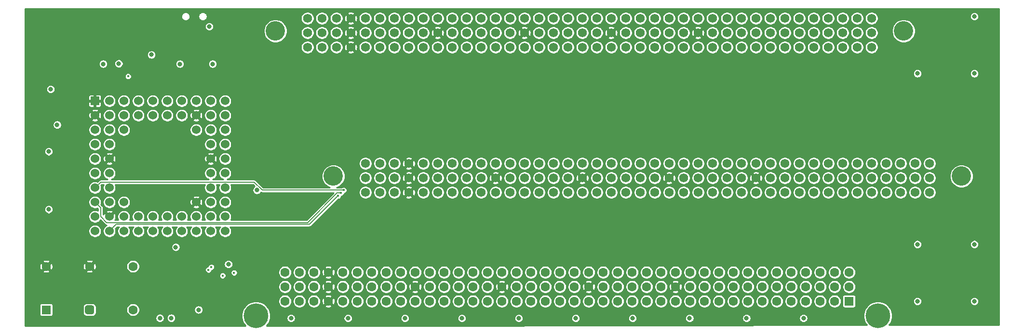
<source format=gbr>
%TF.GenerationSoftware,KiCad,Pcbnew,5.1.9+dfsg1-1~bpo10+1*%
%TF.CreationDate,2024-04-11T15:53:54+02:00*%
%TF.ProjectId,IIsiPDSAdapter,49497369-5044-4534-9164-61707465722e,rev?*%
%TF.SameCoordinates,Original*%
%TF.FileFunction,Copper,L3,Inr*%
%TF.FilePolarity,Positive*%
%FSLAX46Y46*%
G04 Gerber Fmt 4.6, Leading zero omitted, Abs format (unit mm)*
G04 Created by KiCad (PCBNEW 5.1.9+dfsg1-1~bpo10+1) date 2024-04-11 15:53:54*
%MOMM*%
%LPD*%
G01*
G04 APERTURE LIST*
%TA.AperFunction,ComponentPad*%
%ADD10C,3.403600*%
%TD*%
%TA.AperFunction,ComponentPad*%
%ADD11C,1.574800*%
%TD*%
%TA.AperFunction,ComponentPad*%
%ADD12C,1.600000*%
%TD*%
%TA.AperFunction,ComponentPad*%
%ADD13R,1.600000X1.600000*%
%TD*%
%TA.AperFunction,ComponentPad*%
%ADD14C,1.524000*%
%TD*%
%TA.AperFunction,ComponentPad*%
%ADD15R,1.524000X1.524000*%
%TD*%
%TA.AperFunction,ComponentPad*%
%ADD16C,4.335000*%
%TD*%
%TA.AperFunction,ComponentPad*%
%ADD17C,1.605000*%
%TD*%
%TA.AperFunction,ComponentPad*%
%ADD18R,1.605000X1.605000*%
%TD*%
%TA.AperFunction,ViaPad*%
%ADD19C,0.800000*%
%TD*%
%TA.AperFunction,ViaPad*%
%ADD20C,0.450000*%
%TD*%
%TA.AperFunction,Conductor*%
%ADD21C,0.152400*%
%TD*%
%TA.AperFunction,Conductor*%
%ADD22C,0.254000*%
%TD*%
%TA.AperFunction,Conductor*%
%ADD23C,0.100000*%
%TD*%
G04 APERTURE END LIST*
D10*
%TO.N,N/C*%
%TO.C,J4*%
X219746100Y-128035200D03*
X109433900Y-128035200D03*
D11*
%TO.N,+12V*%
X115060000Y-130880000D03*
%TO.N,GND*%
X117600000Y-130880000D03*
%TO.N,C16M*%
X120140000Y-130880000D03*
%TO.N,+5V*%
X122680000Y-130880000D03*
%TO.N,A0*%
X125220000Y-130880000D03*
%TO.N,A3*%
X127760000Y-130880000D03*
%TO.N,A6*%
X130300000Y-130880000D03*
%TO.N,A8*%
X132840000Y-130880000D03*
%TO.N,A11*%
X135380000Y-130880000D03*
%TO.N,A14*%
X137920000Y-130880000D03*
%TO.N,A16*%
X140460000Y-130880000D03*
%TO.N,A19*%
X143000000Y-130880000D03*
%TO.N,A22*%
X145540000Y-130880000D03*
%TO.N,A24*%
X148080000Y-130880000D03*
%TO.N,A27*%
X150620000Y-130880000D03*
%TO.N,A30*%
X153160000Y-130880000D03*
%TO.N,D31*%
X155700000Y-130880000D03*
%TO.N,D28*%
X158240000Y-130880000D03*
%TO.N,D25*%
X160780000Y-130880000D03*
%TO.N,D23*%
X163320000Y-130880000D03*
%TO.N,D20*%
X165860000Y-130880000D03*
%TO.N,D17*%
X168400000Y-130880000D03*
%TO.N,D15*%
X170940000Y-130880000D03*
%TO.N,D12*%
X173480000Y-130880000D03*
%TO.N,D9*%
X176020000Y-130880000D03*
%TO.N,D7*%
X178560000Y-130880000D03*
%TO.N,D4*%
X181100000Y-130880000D03*
%TO.N,D1*%
X183640000Y-130880000D03*
%TO.N,~HALT*%
X186180000Y-130880000D03*
%TO.N,FC0*%
X188720000Y-130880000D03*
%TO.N,~BR*%
X191260000Y-130880000D03*
%TO.N,~AS*%
X193800000Y-130880000D03*
%TO.N,~RW*%
X196340000Y-130880000D03*
%TO.N,~CBREQ*%
X198880000Y-130880000D03*
%TO.N,RMC*%
X201420000Y-130880000D03*
%TO.N,IPL0*%
X203960000Y-130880000D03*
%TO.N,~IRQ1*%
X206500000Y-130880000D03*
%TO.N,~TM0A*%
X209040000Y-130880000D03*
%TO.N,~NUBUS*%
X211580000Y-130880000D03*
%TO.N,~PFW*%
X214120000Y-130880000D03*
%TO.N,-5V*%
X115060000Y-128340000D03*
%TO.N,GND*%
X117600000Y-128340000D03*
%TO.N,ECLK*%
X120140000Y-128340000D03*
%TO.N,+5V*%
X122680000Y-128340000D03*
%TO.N,A1*%
X125220000Y-128340000D03*
%TO.N,A4*%
X127760000Y-128340000D03*
%TO.N,GND*%
X130300000Y-128340000D03*
%TO.N,A9*%
X132840000Y-128340000D03*
%TO.N,A12*%
X135380000Y-128340000D03*
%TO.N,+5V*%
X137920000Y-128340000D03*
%TO.N,A17*%
X140460000Y-128340000D03*
%TO.N,A20*%
X143000000Y-128340000D03*
%TO.N,GND*%
X145540000Y-128340000D03*
%TO.N,A25*%
X148080000Y-128340000D03*
%TO.N,A28*%
X150620000Y-128340000D03*
%TO.N,+5V*%
X153160000Y-128340000D03*
%TO.N,D30*%
X155700000Y-128340000D03*
%TO.N,D27*%
X158240000Y-128340000D03*
%TO.N,GND*%
X160780000Y-128340000D03*
%TO.N,D22*%
X163320000Y-128340000D03*
%TO.N,D19*%
X165860000Y-128340000D03*
%TO.N,+5V*%
X168400000Y-128340000D03*
%TO.N,D14*%
X170940000Y-128340000D03*
%TO.N,D11*%
X173480000Y-128340000D03*
%TO.N,GND*%
X176020000Y-128340000D03*
%TO.N,D6*%
X178560000Y-128340000D03*
%TO.N,D3*%
X181100000Y-128340000D03*
%TO.N,+5V*%
X183640000Y-128340000D03*
%TO.N,~BERR*%
X186180000Y-128340000D03*
%TO.N,FC1*%
X188720000Y-128340000D03*
%TO.N,~BG*%
X191260000Y-128340000D03*
%TO.N,SIZ0*%
X193800000Y-128340000D03*
%TO.N,~DSACK0*%
X196340000Y-128340000D03*
%TO.N,~CBACK*%
X198880000Y-128340000D03*
%TO.N,~DS*%
X201420000Y-128340000D03*
%TO.N,IPL1*%
X203960000Y-128340000D03*
%TO.N,~IRQ2*%
X206500000Y-128340000D03*
%TO.N,~TM1A*%
X209040000Y-128340000D03*
%TO.N,CACHE*%
X211580000Y-128340000D03*
%TO.N,C40M*%
X214120000Y-128340000D03*
%TO.N,-12V*%
X115060000Y-125800000D03*
%TO.N,GND*%
X117600000Y-125800000D03*
%TO.N,CPUCLK*%
X120140000Y-125800000D03*
%TO.N,+5V*%
X122680000Y-125800000D03*
%TO.N,A2*%
X125220000Y-125800000D03*
%TO.N,A5*%
X127760000Y-125800000D03*
%TO.N,A7*%
X130300000Y-125800000D03*
%TO.N,A10*%
X132840000Y-125800000D03*
%TO.N,A13*%
X135380000Y-125800000D03*
%TO.N,A15*%
X137920000Y-125800000D03*
%TO.N,A18*%
X140460000Y-125800000D03*
%TO.N,A21*%
X143000000Y-125800000D03*
%TO.N,A23*%
X145540000Y-125800000D03*
%TO.N,A26*%
X148080000Y-125800000D03*
%TO.N,A29*%
X150620000Y-125800000D03*
%TO.N,A31*%
X153160000Y-125800000D03*
%TO.N,D29*%
X155700000Y-125800000D03*
%TO.N,D26*%
X158240000Y-125800000D03*
%TO.N,D24*%
X160780000Y-125800000D03*
%TO.N,D21*%
X163320000Y-125800000D03*
%TO.N,D18*%
X165860000Y-125800000D03*
%TO.N,D16*%
X168400000Y-125800000D03*
%TO.N,D13*%
X170940000Y-125800000D03*
%TO.N,D10*%
X173480000Y-125800000D03*
%TO.N,D8*%
X176020000Y-125800000D03*
%TO.N,D5*%
X178560000Y-125800000D03*
%TO.N,D2*%
X181100000Y-125800000D03*
%TO.N,D0*%
X183640000Y-125800000D03*
%TO.N,~RESET*%
X186180000Y-125800000D03*
%TO.N,FC2*%
X188720000Y-125800000D03*
%TO.N,~BGACK*%
X191260000Y-125800000D03*
%TO.N,SIZ1*%
X193800000Y-125800000D03*
%TO.N,~DSACK1*%
X196340000Y-125800000D03*
%TO.N,~STERM*%
X198880000Y-125800000D03*
%TO.N,~CIOUT*%
X201420000Y-125800000D03*
%TO.N,IPL2*%
X203960000Y-125800000D03*
%TO.N,~IRQ3*%
X206500000Y-125800000D03*
%TO.N,~BUSLOCk*%
X209040000Y-125800000D03*
%TO.N,~FPU*%
X211580000Y-125800000D03*
%TO.N,~RBV*%
X214120000Y-125800000D03*
%TD*%
%TO.N,N/C*%
%TO.C,X1*%
%TA.AperFunction,ComponentPad*%
G36*
G01*
X65820000Y-151900000D02*
X65820000Y-151100000D01*
G75*
G02*
X66220000Y-150700000I400000J0D01*
G01*
X67020000Y-150700000D01*
G75*
G02*
X67420000Y-151100000I0J-400000D01*
G01*
X67420000Y-151900000D01*
G75*
G02*
X67020000Y-152300000I-400000J0D01*
G01*
X66220000Y-152300000D01*
G75*
G02*
X65820000Y-151900000I0J400000D01*
G01*
G37*
%TD.AperFunction*%
D12*
%TO.N,+5V*%
X66620000Y-143880000D03*
%TO.N,GND*%
X74240000Y-151500000D03*
%TO.N,CLK_32_000*%
X74240000Y-143880000D03*
%TO.N,+5V*%
X59000000Y-143880000D03*
D13*
%TO.N,N/C*%
X59000000Y-151500000D03*
%TD*%
D14*
%TO.N,GND*%
%TO.C,J2*%
X90430000Y-114820000D03*
%TO.N,D8*%
X87890000Y-114820000D03*
%TO.N,D7*%
X85350000Y-114820000D03*
%TO.N,D6*%
X82810000Y-114820000D03*
%TO.N,D4*%
X80270000Y-114820000D03*
%TO.N,D3*%
X77730000Y-114820000D03*
%TO.N,D1*%
X75190000Y-114820000D03*
%TO.N,D0*%
X72650000Y-114820000D03*
%TO.N,GND*%
X70110000Y-114820000D03*
D15*
%TO.N,+5V*%
X67570000Y-114820000D03*
D14*
%TO.N,D11*%
X90430000Y-117360000D03*
%TO.N,D10*%
X87890000Y-117360000D03*
%TO.N,+5V*%
X85350000Y-117360000D03*
%TO.N,GND*%
X82810000Y-117360000D03*
%TO.N,D5*%
X80270000Y-117360000D03*
%TO.N,D2*%
X77730000Y-117360000D03*
%TO.N,GND*%
X75190000Y-117360000D03*
X72650000Y-117360000D03*
X70110000Y-117360000D03*
%TO.N,+5V*%
X67570000Y-117360000D03*
%TO.N,D14*%
X90430000Y-119900000D03*
%TO.N,D13*%
X87890000Y-119900000D03*
%TO.N,D9*%
X85350000Y-119900000D03*
%TO.N,GND*%
X72650000Y-119900000D03*
%TO.N,FPUCLK*%
X70110000Y-119900000D03*
%TO.N,GND*%
X67570000Y-119900000D03*
%TO.N,D15*%
X90430000Y-122440000D03*
%TO.N,D12*%
X87890000Y-122440000D03*
%TO.N,GND*%
X70110000Y-122440000D03*
%TO.N,~RESET*%
X67570000Y-122440000D03*
%TO.N,GND*%
X90430000Y-124980000D03*
%TO.N,+5V*%
X87890000Y-124980000D03*
X70110000Y-124980000D03*
%TO.N,N/C*%
X67570000Y-124980000D03*
%TO.N,D16*%
X90430000Y-127520000D03*
%TO.N,D17*%
X87890000Y-127520000D03*
%TO.N,GND*%
X70110000Y-127520000D03*
%TO.N,Net-(J2-PadF1)*%
X67570000Y-127520000D03*
%TO.N,D18*%
X90430000Y-130060000D03*
%TO.N,D20*%
X87890000Y-130060000D03*
%TO.N,A4*%
X70110000Y-130060000D03*
%TO.N,~DS*%
X67570000Y-130060000D03*
%TO.N,D19*%
X90430000Y-132600000D03*
%TO.N,GND*%
X87890000Y-132600000D03*
%TO.N,+5V*%
X85350000Y-132600000D03*
%TO.N,Net-(J2-PadH3)*%
X72650000Y-132600000D03*
%TO.N,A2*%
X70110000Y-132600000D03*
%TO.N,~AS*%
X67570000Y-132600000D03*
%TO.N,D21*%
X90430000Y-135140000D03*
%TO.N,D23*%
X87890000Y-135140000D03*
%TO.N,GND*%
X85350000Y-135140000D03*
%TO.N,D25*%
X82810000Y-135140000D03*
%TO.N,D28*%
X80270000Y-135140000D03*
%TO.N,D31*%
X77730000Y-135140000D03*
%TO.N,~DSACK0*%
X75190000Y-135140000D03*
%TO.N,~FPU*%
X72650000Y-135140000D03*
%TO.N,+5V*%
X70110000Y-135140000D03*
%TO.N,A3*%
X67570000Y-135140000D03*
%TO.N,D22*%
X90430000Y-137680000D03*
%TO.N,D24*%
X87890000Y-137680000D03*
%TO.N,D26*%
X85350000Y-137680000D03*
%TO.N,D27*%
X82810000Y-137680000D03*
%TO.N,D29*%
X80270000Y-137680000D03*
%TO.N,D30*%
X77730000Y-137680000D03*
%TO.N,~DSACK1*%
X75190000Y-137680000D03*
%TO.N,GND*%
X72650000Y-137680000D03*
%TO.N,~RW*%
X70110000Y-137680000D03*
%TO.N,A1*%
X67570000Y-137680000D03*
%TD*%
D16*
%TO.N,N/C*%
%TO.C,J1*%
X95860000Y-152540000D03*
X205080000Y-152540000D03*
D17*
%TO.N,+12V*%
X100940000Y-144920000D03*
%TO.N,GND*%
X103480000Y-144920000D03*
%TO.N,C16M*%
X106020000Y-144920000D03*
%TO.N,+5V*%
X108560000Y-144920000D03*
%TO.N,A0*%
X111100000Y-144920000D03*
%TO.N,A3*%
X113640000Y-144920000D03*
%TO.N,A6*%
X116180000Y-144920000D03*
%TO.N,A8*%
X118720000Y-144920000D03*
%TO.N,A11*%
X121260000Y-144920000D03*
%TO.N,A14*%
X123800000Y-144920000D03*
%TO.N,A16*%
X126340000Y-144920000D03*
%TO.N,A19*%
X128880000Y-144920000D03*
%TO.N,A22*%
X131420000Y-144920000D03*
%TO.N,A24*%
X133960000Y-144920000D03*
%TO.N,A27*%
X136500000Y-144920000D03*
%TO.N,A30*%
X139040000Y-144920000D03*
%TO.N,D31*%
X141580000Y-144920000D03*
%TO.N,D28*%
X144120000Y-144920000D03*
%TO.N,D25*%
X146660000Y-144920000D03*
%TO.N,D23*%
X149200000Y-144920000D03*
%TO.N,D20*%
X151740000Y-144920000D03*
%TO.N,D17*%
X154280000Y-144920000D03*
%TO.N,D15*%
X156820000Y-144920000D03*
%TO.N,D12*%
X159360000Y-144920000D03*
%TO.N,D9*%
X161900000Y-144920000D03*
%TO.N,D7*%
X164440000Y-144920000D03*
%TO.N,D4*%
X166980000Y-144920000D03*
%TO.N,D1*%
X169520000Y-144920000D03*
%TO.N,~HALT*%
X172060000Y-144920000D03*
%TO.N,FC0*%
X174600000Y-144920000D03*
%TO.N,~BR*%
X177140000Y-144920000D03*
%TO.N,~AS*%
X179680000Y-144920000D03*
%TO.N,~RW*%
X182220000Y-144920000D03*
%TO.N,~CBREQ*%
X184760000Y-144920000D03*
%TO.N,RMC*%
X187300000Y-144920000D03*
%TO.N,IPL0*%
X189840000Y-144920000D03*
%TO.N,~IRQ1*%
X192380000Y-144920000D03*
%TO.N,~TM0A*%
X194920000Y-144920000D03*
%TO.N,~NUBUS*%
X197460000Y-144920000D03*
%TO.N,~PFW*%
X200000000Y-144920000D03*
%TO.N,-5V*%
X100940000Y-147460000D03*
%TO.N,GND*%
X103480000Y-147460000D03*
%TO.N,ECLK*%
X106020000Y-147460000D03*
%TO.N,+5V*%
X108560000Y-147460000D03*
%TO.N,A1*%
X111100000Y-147460000D03*
%TO.N,A4*%
X113640000Y-147460000D03*
%TO.N,GND*%
X116180000Y-147460000D03*
%TO.N,A9*%
X118720000Y-147460000D03*
%TO.N,A12*%
X121260000Y-147460000D03*
%TO.N,+5V*%
X123800000Y-147460000D03*
%TO.N,A17*%
X126340000Y-147460000D03*
%TO.N,A20*%
X128880000Y-147460000D03*
%TO.N,GND*%
X131420000Y-147460000D03*
%TO.N,A25*%
X133960000Y-147460000D03*
%TO.N,A28*%
X136500000Y-147460000D03*
%TO.N,+5V*%
X139040000Y-147460000D03*
%TO.N,D30*%
X141580000Y-147460000D03*
%TO.N,D27*%
X144120000Y-147460000D03*
%TO.N,GND*%
X146660000Y-147460000D03*
%TO.N,D22*%
X149200000Y-147460000D03*
%TO.N,D19*%
X151740000Y-147460000D03*
%TO.N,+5V*%
X154280000Y-147460000D03*
%TO.N,D14*%
X156820000Y-147460000D03*
%TO.N,D11*%
X159360000Y-147460000D03*
%TO.N,GND*%
X161900000Y-147460000D03*
%TO.N,D6*%
X164440000Y-147460000D03*
%TO.N,D3*%
X166980000Y-147460000D03*
%TO.N,+5V*%
X169520000Y-147460000D03*
%TO.N,~BERR*%
X172060000Y-147460000D03*
%TO.N,FC1*%
X174600000Y-147460000D03*
%TO.N,~BG*%
X177140000Y-147460000D03*
%TO.N,SIZ0*%
X179680000Y-147460000D03*
%TO.N,~DSACK0*%
X182220000Y-147460000D03*
%TO.N,~CBACK*%
X184760000Y-147460000D03*
%TO.N,~DS*%
X187300000Y-147460000D03*
%TO.N,IPL1*%
X189840000Y-147460000D03*
%TO.N,~IRQ2*%
X192380000Y-147460000D03*
%TO.N,~TM1A*%
X194920000Y-147460000D03*
%TO.N,CACHE*%
X197460000Y-147460000D03*
%TO.N,C40M*%
X200000000Y-147460000D03*
%TO.N,-12V*%
X100940000Y-150000000D03*
%TO.N,GND*%
X103480000Y-150000000D03*
%TO.N,CPUCLK*%
X106020000Y-150000000D03*
%TO.N,+5V*%
X108560000Y-150000000D03*
%TO.N,A2*%
X111100000Y-150000000D03*
%TO.N,A5*%
X113640000Y-150000000D03*
%TO.N,A7*%
X116180000Y-150000000D03*
%TO.N,A10*%
X118720000Y-150000000D03*
%TO.N,A13*%
X121260000Y-150000000D03*
%TO.N,A15*%
X123800000Y-150000000D03*
%TO.N,A18*%
X126340000Y-150000000D03*
%TO.N,A21*%
X128880000Y-150000000D03*
%TO.N,A23*%
X131420000Y-150000000D03*
%TO.N,A26*%
X133960000Y-150000000D03*
%TO.N,A29*%
X136500000Y-150000000D03*
%TO.N,A31*%
X139040000Y-150000000D03*
%TO.N,D29*%
X141580000Y-150000000D03*
%TO.N,D26*%
X144120000Y-150000000D03*
%TO.N,D24*%
X146660000Y-150000000D03*
%TO.N,D21*%
X149200000Y-150000000D03*
%TO.N,D18*%
X151740000Y-150000000D03*
%TO.N,D16*%
X154280000Y-150000000D03*
%TO.N,D13*%
X156820000Y-150000000D03*
%TO.N,D10*%
X159360000Y-150000000D03*
%TO.N,D8*%
X161900000Y-150000000D03*
%TO.N,D5*%
X164440000Y-150000000D03*
%TO.N,D2*%
X166980000Y-150000000D03*
%TO.N,D0*%
X169520000Y-150000000D03*
%TO.N,~RESET*%
X172060000Y-150000000D03*
%TO.N,FC2*%
X174600000Y-150000000D03*
%TO.N,~BGACK*%
X177140000Y-150000000D03*
%TO.N,SIZ1*%
X179680000Y-150000000D03*
%TO.N,~DSACK1*%
X182220000Y-150000000D03*
%TO.N,~STERM*%
X184760000Y-150000000D03*
%TO.N,~CIOUT*%
X187300000Y-150000000D03*
%TO.N,IPL2*%
X189840000Y-150000000D03*
%TO.N,~IRQ3*%
X192380000Y-150000000D03*
%TO.N,~BUSLOCk*%
X194920000Y-150000000D03*
%TO.N,~FPU*%
X197460000Y-150000000D03*
D18*
%TO.N,~RBV*%
X200000000Y-150000000D03*
%TD*%
D10*
%TO.N,N/C*%
%TO.C,J3*%
X209576100Y-102535200D03*
X99263900Y-102535200D03*
D11*
%TO.N,+12V*%
X104890000Y-105380000D03*
%TO.N,GND*%
X107430000Y-105380000D03*
%TO.N,C16M*%
X109970000Y-105380000D03*
%TO.N,+5V*%
X112510000Y-105380000D03*
%TO.N,A0*%
X115050000Y-105380000D03*
%TO.N,A3*%
X117590000Y-105380000D03*
%TO.N,A6*%
X120130000Y-105380000D03*
%TO.N,A8*%
X122670000Y-105380000D03*
%TO.N,A11*%
X125210000Y-105380000D03*
%TO.N,A14*%
X127750000Y-105380000D03*
%TO.N,A16*%
X130290000Y-105380000D03*
%TO.N,A19*%
X132830000Y-105380000D03*
%TO.N,A22*%
X135370000Y-105380000D03*
%TO.N,A24*%
X137910000Y-105380000D03*
%TO.N,A27*%
X140450000Y-105380000D03*
%TO.N,A30*%
X142990000Y-105380000D03*
%TO.N,D31*%
X145530000Y-105380000D03*
%TO.N,D28*%
X148070000Y-105380000D03*
%TO.N,D25*%
X150610000Y-105380000D03*
%TO.N,D23*%
X153150000Y-105380000D03*
%TO.N,D20*%
X155690000Y-105380000D03*
%TO.N,D17*%
X158230000Y-105380000D03*
%TO.N,D15*%
X160770000Y-105380000D03*
%TO.N,D12*%
X163310000Y-105380000D03*
%TO.N,D9*%
X165850000Y-105380000D03*
%TO.N,D7*%
X168390000Y-105380000D03*
%TO.N,D4*%
X170930000Y-105380000D03*
%TO.N,D1*%
X173470000Y-105380000D03*
%TO.N,~HALT*%
X176010000Y-105380000D03*
%TO.N,FC0*%
X178550000Y-105380000D03*
%TO.N,~BR*%
X181090000Y-105380000D03*
%TO.N,~AS*%
X183630000Y-105380000D03*
%TO.N,~RW*%
X186170000Y-105380000D03*
%TO.N,~CBREQ*%
X188710000Y-105380000D03*
%TO.N,RMC*%
X191250000Y-105380000D03*
%TO.N,IPL0*%
X193790000Y-105380000D03*
%TO.N,~IRQ1*%
X196330000Y-105380000D03*
%TO.N,~TM0A*%
X198870000Y-105380000D03*
%TO.N,~NUBUS*%
X201410000Y-105380000D03*
%TO.N,~PFW*%
X203950000Y-105380000D03*
%TO.N,-5V*%
X104890000Y-102840000D03*
%TO.N,GND*%
X107430000Y-102840000D03*
%TO.N,ECLK*%
X109970000Y-102840000D03*
%TO.N,+5V*%
X112510000Y-102840000D03*
%TO.N,A1*%
X115050000Y-102840000D03*
%TO.N,A4*%
X117590000Y-102840000D03*
%TO.N,GND*%
X120130000Y-102840000D03*
%TO.N,A9*%
X122670000Y-102840000D03*
%TO.N,A12*%
X125210000Y-102840000D03*
%TO.N,+5V*%
X127750000Y-102840000D03*
%TO.N,A17*%
X130290000Y-102840000D03*
%TO.N,A20*%
X132830000Y-102840000D03*
%TO.N,GND*%
X135370000Y-102840000D03*
%TO.N,A25*%
X137910000Y-102840000D03*
%TO.N,A28*%
X140450000Y-102840000D03*
%TO.N,+5V*%
X142990000Y-102840000D03*
%TO.N,D30*%
X145530000Y-102840000D03*
%TO.N,D27*%
X148070000Y-102840000D03*
%TO.N,GND*%
X150610000Y-102840000D03*
%TO.N,D22*%
X153150000Y-102840000D03*
%TO.N,D19*%
X155690000Y-102840000D03*
%TO.N,+5V*%
X158230000Y-102840000D03*
%TO.N,D14*%
X160770000Y-102840000D03*
%TO.N,D11*%
X163310000Y-102840000D03*
%TO.N,GND*%
X165850000Y-102840000D03*
%TO.N,D6*%
X168390000Y-102840000D03*
%TO.N,D3*%
X170930000Y-102840000D03*
%TO.N,+5V*%
X173470000Y-102840000D03*
%TO.N,~BERR*%
X176010000Y-102840000D03*
%TO.N,FC1*%
X178550000Y-102840000D03*
%TO.N,~BG*%
X181090000Y-102840000D03*
%TO.N,SIZ0*%
X183630000Y-102840000D03*
%TO.N,~DSACK0*%
X186170000Y-102840000D03*
%TO.N,~CBACK*%
X188710000Y-102840000D03*
%TO.N,~DS*%
X191250000Y-102840000D03*
%TO.N,IPL1*%
X193790000Y-102840000D03*
%TO.N,~IRQ2*%
X196330000Y-102840000D03*
%TO.N,~TM1A*%
X198870000Y-102840000D03*
%TO.N,CACHE*%
X201410000Y-102840000D03*
%TO.N,C40M*%
X203950000Y-102840000D03*
%TO.N,-12V*%
X104890000Y-100300000D03*
%TO.N,GND*%
X107430000Y-100300000D03*
%TO.N,CPUCLK*%
X109970000Y-100300000D03*
%TO.N,+5V*%
X112510000Y-100300000D03*
%TO.N,A2*%
X115050000Y-100300000D03*
%TO.N,A5*%
X117590000Y-100300000D03*
%TO.N,A7*%
X120130000Y-100300000D03*
%TO.N,A10*%
X122670000Y-100300000D03*
%TO.N,A13*%
X125210000Y-100300000D03*
%TO.N,A15*%
X127750000Y-100300000D03*
%TO.N,A18*%
X130290000Y-100300000D03*
%TO.N,A21*%
X132830000Y-100300000D03*
%TO.N,A23*%
X135370000Y-100300000D03*
%TO.N,A26*%
X137910000Y-100300000D03*
%TO.N,A29*%
X140450000Y-100300000D03*
%TO.N,A31*%
X142990000Y-100300000D03*
%TO.N,D29*%
X145530000Y-100300000D03*
%TO.N,D26*%
X148070000Y-100300000D03*
%TO.N,D24*%
X150610000Y-100300000D03*
%TO.N,D21*%
X153150000Y-100300000D03*
%TO.N,D18*%
X155690000Y-100300000D03*
%TO.N,D16*%
X158230000Y-100300000D03*
%TO.N,D13*%
X160770000Y-100300000D03*
%TO.N,D10*%
X163310000Y-100300000D03*
%TO.N,D8*%
X165850000Y-100300000D03*
%TO.N,D5*%
X168390000Y-100300000D03*
%TO.N,D2*%
X170930000Y-100300000D03*
%TO.N,D0*%
X173470000Y-100300000D03*
%TO.N,~RESET*%
X176010000Y-100300000D03*
%TO.N,FC2*%
X178550000Y-100300000D03*
%TO.N,~BGACK*%
X181090000Y-100300000D03*
%TO.N,SIZ1*%
X183630000Y-100300000D03*
%TO.N,~DSACK1*%
X186170000Y-100300000D03*
%TO.N,~STERM*%
X188710000Y-100300000D03*
%TO.N,~CIOUT*%
X191250000Y-100300000D03*
%TO.N,IPL2*%
X193790000Y-100300000D03*
%TO.N,~IRQ3*%
X196330000Y-100300000D03*
%TO.N,~BUSLOCk*%
X198870000Y-100300000D03*
%TO.N,~FPU*%
X201410000Y-100300000D03*
%TO.N,~RBV*%
X203950000Y-100300000D03*
%TD*%
D19*
%TO.N,GND*%
X222000000Y-150000000D03*
X102000000Y-153000000D03*
X81750000Y-140500000D03*
X91000000Y-143500000D03*
X96000000Y-130500000D03*
X59445000Y-133870000D03*
X69000000Y-108325000D03*
X82500000Y-108325000D03*
X59445000Y-123710000D03*
X59770000Y-112750000D03*
X87641000Y-101750000D03*
X77500000Y-106700000D03*
X71750000Y-108250000D03*
X78970000Y-152950000D03*
X80970000Y-152950000D03*
X85750000Y-151500000D03*
X60920000Y-119000000D03*
X112000000Y-153000000D03*
X122000000Y-153000000D03*
X132000000Y-153000000D03*
X142000000Y-153000000D03*
X152000000Y-153000000D03*
X162000000Y-153000000D03*
X172000000Y-153000000D03*
X182000000Y-153000000D03*
X192000000Y-153000000D03*
X88250000Y-108325000D03*
X212000000Y-150000000D03*
X222000000Y-140000000D03*
X212000000Y-140000000D03*
X222000000Y-110000000D03*
X212000000Y-110000000D03*
X222000000Y-100000000D03*
%TO.N,+5V*%
X59395000Y-127520000D03*
X59395000Y-131330000D03*
X86620000Y-140170000D03*
X85350000Y-127520000D03*
X62470000Y-140000000D03*
X62470000Y-135140000D03*
X64250000Y-114820000D03*
X64250000Y-117360000D03*
X64250000Y-123710000D03*
X64250000Y-133870000D03*
X92950000Y-126250000D03*
X82350000Y-101750000D03*
X77500000Y-108250000D03*
X80970000Y-148450000D03*
X78970000Y-148450000D03*
X85750000Y-148800000D03*
X82500000Y-109875000D03*
X88250000Y-109875000D03*
D20*
%TO.N,A3*%
X92000000Y-145000000D03*
%TO.N,~AS*%
X110750000Y-131000000D03*
%TO.N,~RW*%
X110250000Y-131500000D03*
%TO.N,A1*%
X90000000Y-145500000D03*
%TO.N,A4*%
X88000000Y-144000000D03*
%TO.N,~DS*%
X111250000Y-130500000D03*
%TO.N,A2*%
X87500000Y-144500000D03*
%TO.N,CLK_32_000*%
X73400000Y-110500000D03*
%TD*%
D21*
%TO.N,~AS*%
X68560601Y-135127139D02*
X69611663Y-136178201D01*
X67570000Y-132600000D02*
X68560601Y-133590601D01*
X68560601Y-133590601D02*
X68560601Y-135127139D01*
X110078670Y-131000000D02*
X110750000Y-131000000D01*
X69611663Y-136178201D02*
X104900469Y-136178201D01*
X104900469Y-136178201D02*
X110078670Y-131000000D01*
%TO.N,~RW*%
X70110000Y-137680000D02*
X71306989Y-136483011D01*
X105266989Y-136483011D02*
X110250000Y-131500000D01*
X71306989Y-136483011D02*
X105266989Y-136483011D01*
%TO.N,~DS*%
X67570000Y-130060000D02*
X68560601Y-129069399D01*
X95499729Y-129069399D02*
X68560601Y-129069399D01*
X111250000Y-130500000D02*
X96930330Y-130500000D01*
X96930330Y-130500000D02*
X95499729Y-129069399D01*
%TD*%
D22*
%TO.N,+5V*%
X226323000Y-154173148D02*
X207028467Y-154195656D01*
X207059549Y-154164574D01*
X207338451Y-153747167D01*
X207530562Y-153283370D01*
X207628500Y-152791005D01*
X207628500Y-152288995D01*
X207530562Y-151796630D01*
X207338451Y-151332833D01*
X207059549Y-150915426D01*
X206704574Y-150560451D01*
X206287167Y-150281549D01*
X205823370Y-150089438D01*
X205331005Y-149991500D01*
X204828995Y-149991500D01*
X204336630Y-150089438D01*
X203872833Y-150281549D01*
X203455426Y-150560451D01*
X203100451Y-150915426D01*
X202821549Y-151332833D01*
X202629438Y-151796630D01*
X202531500Y-152288995D01*
X202531500Y-152791005D01*
X202629438Y-153283370D01*
X202821549Y-153747167D01*
X203100451Y-154164574D01*
X203136073Y-154200196D01*
X122722777Y-154294000D01*
X97710123Y-154294000D01*
X97839549Y-154164574D01*
X98118451Y-153747167D01*
X98310562Y-153283370D01*
X98382228Y-152923078D01*
X101219000Y-152923078D01*
X101219000Y-153076922D01*
X101249013Y-153227809D01*
X101307887Y-153369942D01*
X101393358Y-153497859D01*
X101502141Y-153606642D01*
X101630058Y-153692113D01*
X101772191Y-153750987D01*
X101923078Y-153781000D01*
X102076922Y-153781000D01*
X102227809Y-153750987D01*
X102369942Y-153692113D01*
X102497859Y-153606642D01*
X102606642Y-153497859D01*
X102692113Y-153369942D01*
X102750987Y-153227809D01*
X102781000Y-153076922D01*
X102781000Y-152923078D01*
X111219000Y-152923078D01*
X111219000Y-153076922D01*
X111249013Y-153227809D01*
X111307887Y-153369942D01*
X111393358Y-153497859D01*
X111502141Y-153606642D01*
X111630058Y-153692113D01*
X111772191Y-153750987D01*
X111923078Y-153781000D01*
X112076922Y-153781000D01*
X112227809Y-153750987D01*
X112369942Y-153692113D01*
X112497859Y-153606642D01*
X112606642Y-153497859D01*
X112692113Y-153369942D01*
X112750987Y-153227809D01*
X112781000Y-153076922D01*
X112781000Y-152923078D01*
X121219000Y-152923078D01*
X121219000Y-153076922D01*
X121249013Y-153227809D01*
X121307887Y-153369942D01*
X121393358Y-153497859D01*
X121502141Y-153606642D01*
X121630058Y-153692113D01*
X121772191Y-153750987D01*
X121923078Y-153781000D01*
X122076922Y-153781000D01*
X122227809Y-153750987D01*
X122369942Y-153692113D01*
X122497859Y-153606642D01*
X122606642Y-153497859D01*
X122692113Y-153369942D01*
X122750987Y-153227809D01*
X122781000Y-153076922D01*
X122781000Y-152923078D01*
X131219000Y-152923078D01*
X131219000Y-153076922D01*
X131249013Y-153227809D01*
X131307887Y-153369942D01*
X131393358Y-153497859D01*
X131502141Y-153606642D01*
X131630058Y-153692113D01*
X131772191Y-153750987D01*
X131923078Y-153781000D01*
X132076922Y-153781000D01*
X132227809Y-153750987D01*
X132369942Y-153692113D01*
X132497859Y-153606642D01*
X132606642Y-153497859D01*
X132692113Y-153369942D01*
X132750987Y-153227809D01*
X132781000Y-153076922D01*
X132781000Y-152923078D01*
X141219000Y-152923078D01*
X141219000Y-153076922D01*
X141249013Y-153227809D01*
X141307887Y-153369942D01*
X141393358Y-153497859D01*
X141502141Y-153606642D01*
X141630058Y-153692113D01*
X141772191Y-153750987D01*
X141923078Y-153781000D01*
X142076922Y-153781000D01*
X142227809Y-153750987D01*
X142369942Y-153692113D01*
X142497859Y-153606642D01*
X142606642Y-153497859D01*
X142692113Y-153369942D01*
X142750987Y-153227809D01*
X142781000Y-153076922D01*
X142781000Y-152923078D01*
X151219000Y-152923078D01*
X151219000Y-153076922D01*
X151249013Y-153227809D01*
X151307887Y-153369942D01*
X151393358Y-153497859D01*
X151502141Y-153606642D01*
X151630058Y-153692113D01*
X151772191Y-153750987D01*
X151923078Y-153781000D01*
X152076922Y-153781000D01*
X152227809Y-153750987D01*
X152369942Y-153692113D01*
X152497859Y-153606642D01*
X152606642Y-153497859D01*
X152692113Y-153369942D01*
X152750987Y-153227809D01*
X152781000Y-153076922D01*
X152781000Y-152923078D01*
X161219000Y-152923078D01*
X161219000Y-153076922D01*
X161249013Y-153227809D01*
X161307887Y-153369942D01*
X161393358Y-153497859D01*
X161502141Y-153606642D01*
X161630058Y-153692113D01*
X161772191Y-153750987D01*
X161923078Y-153781000D01*
X162076922Y-153781000D01*
X162227809Y-153750987D01*
X162369942Y-153692113D01*
X162497859Y-153606642D01*
X162606642Y-153497859D01*
X162692113Y-153369942D01*
X162750987Y-153227809D01*
X162781000Y-153076922D01*
X162781000Y-152923078D01*
X171219000Y-152923078D01*
X171219000Y-153076922D01*
X171249013Y-153227809D01*
X171307887Y-153369942D01*
X171393358Y-153497859D01*
X171502141Y-153606642D01*
X171630058Y-153692113D01*
X171772191Y-153750987D01*
X171923078Y-153781000D01*
X172076922Y-153781000D01*
X172227809Y-153750987D01*
X172369942Y-153692113D01*
X172497859Y-153606642D01*
X172606642Y-153497859D01*
X172692113Y-153369942D01*
X172750987Y-153227809D01*
X172781000Y-153076922D01*
X172781000Y-152923078D01*
X181219000Y-152923078D01*
X181219000Y-153076922D01*
X181249013Y-153227809D01*
X181307887Y-153369942D01*
X181393358Y-153497859D01*
X181502141Y-153606642D01*
X181630058Y-153692113D01*
X181772191Y-153750987D01*
X181923078Y-153781000D01*
X182076922Y-153781000D01*
X182227809Y-153750987D01*
X182369942Y-153692113D01*
X182497859Y-153606642D01*
X182606642Y-153497859D01*
X182692113Y-153369942D01*
X182750987Y-153227809D01*
X182781000Y-153076922D01*
X182781000Y-152923078D01*
X191219000Y-152923078D01*
X191219000Y-153076922D01*
X191249013Y-153227809D01*
X191307887Y-153369942D01*
X191393358Y-153497859D01*
X191502141Y-153606642D01*
X191630058Y-153692113D01*
X191772191Y-153750987D01*
X191923078Y-153781000D01*
X192076922Y-153781000D01*
X192227809Y-153750987D01*
X192369942Y-153692113D01*
X192497859Y-153606642D01*
X192606642Y-153497859D01*
X192692113Y-153369942D01*
X192750987Y-153227809D01*
X192781000Y-153076922D01*
X192781000Y-152923078D01*
X192750987Y-152772191D01*
X192692113Y-152630058D01*
X192606642Y-152502141D01*
X192497859Y-152393358D01*
X192369942Y-152307887D01*
X192227809Y-152249013D01*
X192076922Y-152219000D01*
X191923078Y-152219000D01*
X191772191Y-152249013D01*
X191630058Y-152307887D01*
X191502141Y-152393358D01*
X191393358Y-152502141D01*
X191307887Y-152630058D01*
X191249013Y-152772191D01*
X191219000Y-152923078D01*
X182781000Y-152923078D01*
X182750987Y-152772191D01*
X182692113Y-152630058D01*
X182606642Y-152502141D01*
X182497859Y-152393358D01*
X182369942Y-152307887D01*
X182227809Y-152249013D01*
X182076922Y-152219000D01*
X181923078Y-152219000D01*
X181772191Y-152249013D01*
X181630058Y-152307887D01*
X181502141Y-152393358D01*
X181393358Y-152502141D01*
X181307887Y-152630058D01*
X181249013Y-152772191D01*
X181219000Y-152923078D01*
X172781000Y-152923078D01*
X172750987Y-152772191D01*
X172692113Y-152630058D01*
X172606642Y-152502141D01*
X172497859Y-152393358D01*
X172369942Y-152307887D01*
X172227809Y-152249013D01*
X172076922Y-152219000D01*
X171923078Y-152219000D01*
X171772191Y-152249013D01*
X171630058Y-152307887D01*
X171502141Y-152393358D01*
X171393358Y-152502141D01*
X171307887Y-152630058D01*
X171249013Y-152772191D01*
X171219000Y-152923078D01*
X162781000Y-152923078D01*
X162750987Y-152772191D01*
X162692113Y-152630058D01*
X162606642Y-152502141D01*
X162497859Y-152393358D01*
X162369942Y-152307887D01*
X162227809Y-152249013D01*
X162076922Y-152219000D01*
X161923078Y-152219000D01*
X161772191Y-152249013D01*
X161630058Y-152307887D01*
X161502141Y-152393358D01*
X161393358Y-152502141D01*
X161307887Y-152630058D01*
X161249013Y-152772191D01*
X161219000Y-152923078D01*
X152781000Y-152923078D01*
X152750987Y-152772191D01*
X152692113Y-152630058D01*
X152606642Y-152502141D01*
X152497859Y-152393358D01*
X152369942Y-152307887D01*
X152227809Y-152249013D01*
X152076922Y-152219000D01*
X151923078Y-152219000D01*
X151772191Y-152249013D01*
X151630058Y-152307887D01*
X151502141Y-152393358D01*
X151393358Y-152502141D01*
X151307887Y-152630058D01*
X151249013Y-152772191D01*
X151219000Y-152923078D01*
X142781000Y-152923078D01*
X142750987Y-152772191D01*
X142692113Y-152630058D01*
X142606642Y-152502141D01*
X142497859Y-152393358D01*
X142369942Y-152307887D01*
X142227809Y-152249013D01*
X142076922Y-152219000D01*
X141923078Y-152219000D01*
X141772191Y-152249013D01*
X141630058Y-152307887D01*
X141502141Y-152393358D01*
X141393358Y-152502141D01*
X141307887Y-152630058D01*
X141249013Y-152772191D01*
X141219000Y-152923078D01*
X132781000Y-152923078D01*
X132750987Y-152772191D01*
X132692113Y-152630058D01*
X132606642Y-152502141D01*
X132497859Y-152393358D01*
X132369942Y-152307887D01*
X132227809Y-152249013D01*
X132076922Y-152219000D01*
X131923078Y-152219000D01*
X131772191Y-152249013D01*
X131630058Y-152307887D01*
X131502141Y-152393358D01*
X131393358Y-152502141D01*
X131307887Y-152630058D01*
X131249013Y-152772191D01*
X131219000Y-152923078D01*
X122781000Y-152923078D01*
X122750987Y-152772191D01*
X122692113Y-152630058D01*
X122606642Y-152502141D01*
X122497859Y-152393358D01*
X122369942Y-152307887D01*
X122227809Y-152249013D01*
X122076922Y-152219000D01*
X121923078Y-152219000D01*
X121772191Y-152249013D01*
X121630058Y-152307887D01*
X121502141Y-152393358D01*
X121393358Y-152502141D01*
X121307887Y-152630058D01*
X121249013Y-152772191D01*
X121219000Y-152923078D01*
X112781000Y-152923078D01*
X112750987Y-152772191D01*
X112692113Y-152630058D01*
X112606642Y-152502141D01*
X112497859Y-152393358D01*
X112369942Y-152307887D01*
X112227809Y-152249013D01*
X112076922Y-152219000D01*
X111923078Y-152219000D01*
X111772191Y-152249013D01*
X111630058Y-152307887D01*
X111502141Y-152393358D01*
X111393358Y-152502141D01*
X111307887Y-152630058D01*
X111249013Y-152772191D01*
X111219000Y-152923078D01*
X102781000Y-152923078D01*
X102750987Y-152772191D01*
X102692113Y-152630058D01*
X102606642Y-152502141D01*
X102497859Y-152393358D01*
X102369942Y-152307887D01*
X102227809Y-152249013D01*
X102076922Y-152219000D01*
X101923078Y-152219000D01*
X101772191Y-152249013D01*
X101630058Y-152307887D01*
X101502141Y-152393358D01*
X101393358Y-152502141D01*
X101307887Y-152630058D01*
X101249013Y-152772191D01*
X101219000Y-152923078D01*
X98382228Y-152923078D01*
X98408500Y-152791005D01*
X98408500Y-152288995D01*
X98310562Y-151796630D01*
X98118451Y-151332833D01*
X97839549Y-150915426D01*
X97484574Y-150560451D01*
X97067167Y-150281549D01*
X96603370Y-150089438D01*
X96111005Y-149991500D01*
X95608995Y-149991500D01*
X95116630Y-150089438D01*
X94652833Y-150281549D01*
X94235426Y-150560451D01*
X93880451Y-150915426D01*
X93601549Y-151332833D01*
X93409438Y-151796630D01*
X93311500Y-152288995D01*
X93311500Y-152791005D01*
X93409438Y-153283370D01*
X93601549Y-153747167D01*
X93880451Y-154164574D01*
X94009877Y-154294000D01*
X55306000Y-154294000D01*
X55306000Y-152873078D01*
X78189000Y-152873078D01*
X78189000Y-153026922D01*
X78219013Y-153177809D01*
X78277887Y-153319942D01*
X78363358Y-153447859D01*
X78472141Y-153556642D01*
X78600058Y-153642113D01*
X78742191Y-153700987D01*
X78893078Y-153731000D01*
X79046922Y-153731000D01*
X79197809Y-153700987D01*
X79339942Y-153642113D01*
X79467859Y-153556642D01*
X79576642Y-153447859D01*
X79662113Y-153319942D01*
X79720987Y-153177809D01*
X79751000Y-153026922D01*
X79751000Y-152873078D01*
X80189000Y-152873078D01*
X80189000Y-153026922D01*
X80219013Y-153177809D01*
X80277887Y-153319942D01*
X80363358Y-153447859D01*
X80472141Y-153556642D01*
X80600058Y-153642113D01*
X80742191Y-153700987D01*
X80893078Y-153731000D01*
X81046922Y-153731000D01*
X81197809Y-153700987D01*
X81339942Y-153642113D01*
X81467859Y-153556642D01*
X81576642Y-153447859D01*
X81662113Y-153319942D01*
X81720987Y-153177809D01*
X81751000Y-153026922D01*
X81751000Y-152873078D01*
X81720987Y-152722191D01*
X81662113Y-152580058D01*
X81576642Y-152452141D01*
X81467859Y-152343358D01*
X81339942Y-152257887D01*
X81197809Y-152199013D01*
X81046922Y-152169000D01*
X80893078Y-152169000D01*
X80742191Y-152199013D01*
X80600058Y-152257887D01*
X80472141Y-152343358D01*
X80363358Y-152452141D01*
X80277887Y-152580058D01*
X80219013Y-152722191D01*
X80189000Y-152873078D01*
X79751000Y-152873078D01*
X79720987Y-152722191D01*
X79662113Y-152580058D01*
X79576642Y-152452141D01*
X79467859Y-152343358D01*
X79339942Y-152257887D01*
X79197809Y-152199013D01*
X79046922Y-152169000D01*
X78893078Y-152169000D01*
X78742191Y-152199013D01*
X78600058Y-152257887D01*
X78472141Y-152343358D01*
X78363358Y-152452141D01*
X78277887Y-152580058D01*
X78219013Y-152722191D01*
X78189000Y-152873078D01*
X55306000Y-152873078D01*
X55306000Y-150700000D01*
X57817157Y-150700000D01*
X57817157Y-152300000D01*
X57824513Y-152374689D01*
X57846299Y-152446508D01*
X57881678Y-152512696D01*
X57929289Y-152570711D01*
X57987304Y-152618322D01*
X58053492Y-152653701D01*
X58125311Y-152675487D01*
X58200000Y-152682843D01*
X59800000Y-152682843D01*
X59874689Y-152675487D01*
X59946508Y-152653701D01*
X60012696Y-152618322D01*
X60070711Y-152570711D01*
X60118322Y-152512696D01*
X60153701Y-152446508D01*
X60175487Y-152374689D01*
X60182843Y-152300000D01*
X60182843Y-151100000D01*
X65437157Y-151100000D01*
X65437157Y-151900000D01*
X65452199Y-152052725D01*
X65496747Y-152199581D01*
X65569090Y-152334924D01*
X65666446Y-152453554D01*
X65785076Y-152550910D01*
X65920419Y-152623253D01*
X66067275Y-152667801D01*
X66220000Y-152682843D01*
X67020000Y-152682843D01*
X67172725Y-152667801D01*
X67319581Y-152623253D01*
X67454924Y-152550910D01*
X67573554Y-152453554D01*
X67670910Y-152334924D01*
X67743253Y-152199581D01*
X67787801Y-152052725D01*
X67802843Y-151900000D01*
X67802843Y-151383682D01*
X73059000Y-151383682D01*
X73059000Y-151616318D01*
X73104386Y-151844485D01*
X73193412Y-152059413D01*
X73322658Y-152252843D01*
X73487157Y-152417342D01*
X73680587Y-152546588D01*
X73895515Y-152635614D01*
X74123682Y-152681000D01*
X74356318Y-152681000D01*
X74584485Y-152635614D01*
X74799413Y-152546588D01*
X74992843Y-152417342D01*
X75157342Y-152252843D01*
X75286588Y-152059413D01*
X75375614Y-151844485D01*
X75421000Y-151616318D01*
X75421000Y-151423078D01*
X84969000Y-151423078D01*
X84969000Y-151576922D01*
X84999013Y-151727809D01*
X85057887Y-151869942D01*
X85143358Y-151997859D01*
X85252141Y-152106642D01*
X85380058Y-152192113D01*
X85522191Y-152250987D01*
X85673078Y-152281000D01*
X85826922Y-152281000D01*
X85977809Y-152250987D01*
X86119942Y-152192113D01*
X86247859Y-152106642D01*
X86356642Y-151997859D01*
X86442113Y-151869942D01*
X86500987Y-151727809D01*
X86531000Y-151576922D01*
X86531000Y-151423078D01*
X86500987Y-151272191D01*
X86442113Y-151130058D01*
X86356642Y-151002141D01*
X86247859Y-150893358D01*
X86119942Y-150807887D01*
X85977809Y-150749013D01*
X85826922Y-150719000D01*
X85673078Y-150719000D01*
X85522191Y-150749013D01*
X85380058Y-150807887D01*
X85252141Y-150893358D01*
X85143358Y-151002141D01*
X85057887Y-151130058D01*
X84999013Y-151272191D01*
X84969000Y-151423078D01*
X75421000Y-151423078D01*
X75421000Y-151383682D01*
X75375614Y-151155515D01*
X75286588Y-150940587D01*
X75157342Y-150747157D01*
X74992843Y-150582658D01*
X74799413Y-150453412D01*
X74584485Y-150364386D01*
X74356318Y-150319000D01*
X74123682Y-150319000D01*
X73895515Y-150364386D01*
X73680587Y-150453412D01*
X73487157Y-150582658D01*
X73322658Y-150747157D01*
X73193412Y-150940587D01*
X73104386Y-151155515D01*
X73059000Y-151383682D01*
X67802843Y-151383682D01*
X67802843Y-151100000D01*
X67787801Y-150947275D01*
X67743253Y-150800419D01*
X67670910Y-150665076D01*
X67573554Y-150546446D01*
X67454924Y-150449090D01*
X67319581Y-150376747D01*
X67172725Y-150332199D01*
X67020000Y-150317157D01*
X66220000Y-150317157D01*
X66067275Y-150332199D01*
X65920419Y-150376747D01*
X65785076Y-150449090D01*
X65666446Y-150546446D01*
X65569090Y-150665076D01*
X65496747Y-150800419D01*
X65452199Y-150947275D01*
X65437157Y-151100000D01*
X60182843Y-151100000D01*
X60182843Y-150700000D01*
X60175487Y-150625311D01*
X60153701Y-150553492D01*
X60118322Y-150487304D01*
X60070711Y-150429289D01*
X60012696Y-150381678D01*
X59946508Y-150346299D01*
X59874689Y-150324513D01*
X59800000Y-150317157D01*
X58200000Y-150317157D01*
X58125311Y-150324513D01*
X58053492Y-150346299D01*
X57987304Y-150381678D01*
X57929289Y-150429289D01*
X57881678Y-150487304D01*
X57846299Y-150553492D01*
X57824513Y-150625311D01*
X57817157Y-150700000D01*
X55306000Y-150700000D01*
X55306000Y-149883435D01*
X99756500Y-149883435D01*
X99756500Y-150116565D01*
X99801982Y-150345214D01*
X99891196Y-150560597D01*
X100020716Y-150754437D01*
X100185563Y-150919284D01*
X100379403Y-151048804D01*
X100594786Y-151138018D01*
X100823435Y-151183500D01*
X101056565Y-151183500D01*
X101285214Y-151138018D01*
X101500597Y-151048804D01*
X101694437Y-150919284D01*
X101859284Y-150754437D01*
X101988804Y-150560597D01*
X102078018Y-150345214D01*
X102123500Y-150116565D01*
X102123500Y-149883435D01*
X102296500Y-149883435D01*
X102296500Y-150116565D01*
X102341982Y-150345214D01*
X102431196Y-150560597D01*
X102560716Y-150754437D01*
X102725563Y-150919284D01*
X102919403Y-151048804D01*
X103134786Y-151138018D01*
X103363435Y-151183500D01*
X103596565Y-151183500D01*
X103825214Y-151138018D01*
X104040597Y-151048804D01*
X104234437Y-150919284D01*
X104399284Y-150754437D01*
X104528804Y-150560597D01*
X104618018Y-150345214D01*
X104663500Y-150116565D01*
X104663500Y-149883435D01*
X104836500Y-149883435D01*
X104836500Y-150116565D01*
X104881982Y-150345214D01*
X104971196Y-150560597D01*
X105100716Y-150754437D01*
X105265563Y-150919284D01*
X105459403Y-151048804D01*
X105674786Y-151138018D01*
X105903435Y-151183500D01*
X106136565Y-151183500D01*
X106365214Y-151138018D01*
X106580597Y-151048804D01*
X106774437Y-150919284D01*
X106835591Y-150858130D01*
X107881475Y-150858130D01*
X107967733Y-151031250D01*
X108180300Y-151126980D01*
X108407459Y-151179402D01*
X108640479Y-151186499D01*
X108870408Y-151148000D01*
X109088407Y-151065384D01*
X109152267Y-151031250D01*
X109238525Y-150858130D01*
X108560000Y-150179605D01*
X107881475Y-150858130D01*
X106835591Y-150858130D01*
X106939284Y-150754437D01*
X107068804Y-150560597D01*
X107158018Y-150345214D01*
X107203500Y-150116565D01*
X107203500Y-150080479D01*
X107373501Y-150080479D01*
X107412000Y-150310408D01*
X107494616Y-150528407D01*
X107528750Y-150592267D01*
X107701870Y-150678525D01*
X108380395Y-150000000D01*
X108739605Y-150000000D01*
X109418130Y-150678525D01*
X109591250Y-150592267D01*
X109686980Y-150379700D01*
X109739402Y-150152541D01*
X109746499Y-149919521D01*
X109740457Y-149883435D01*
X109916500Y-149883435D01*
X109916500Y-150116565D01*
X109961982Y-150345214D01*
X110051196Y-150560597D01*
X110180716Y-150754437D01*
X110345563Y-150919284D01*
X110539403Y-151048804D01*
X110754786Y-151138018D01*
X110983435Y-151183500D01*
X111216565Y-151183500D01*
X111445214Y-151138018D01*
X111660597Y-151048804D01*
X111854437Y-150919284D01*
X112019284Y-150754437D01*
X112148804Y-150560597D01*
X112238018Y-150345214D01*
X112283500Y-150116565D01*
X112283500Y-149883435D01*
X112456500Y-149883435D01*
X112456500Y-150116565D01*
X112501982Y-150345214D01*
X112591196Y-150560597D01*
X112720716Y-150754437D01*
X112885563Y-150919284D01*
X113079403Y-151048804D01*
X113294786Y-151138018D01*
X113523435Y-151183500D01*
X113756565Y-151183500D01*
X113985214Y-151138018D01*
X114200597Y-151048804D01*
X114394437Y-150919284D01*
X114559284Y-150754437D01*
X114688804Y-150560597D01*
X114778018Y-150345214D01*
X114823500Y-150116565D01*
X114823500Y-149883435D01*
X114996500Y-149883435D01*
X114996500Y-150116565D01*
X115041982Y-150345214D01*
X115131196Y-150560597D01*
X115260716Y-150754437D01*
X115425563Y-150919284D01*
X115619403Y-151048804D01*
X115834786Y-151138018D01*
X116063435Y-151183500D01*
X116296565Y-151183500D01*
X116525214Y-151138018D01*
X116740597Y-151048804D01*
X116934437Y-150919284D01*
X117099284Y-150754437D01*
X117228804Y-150560597D01*
X117318018Y-150345214D01*
X117363500Y-150116565D01*
X117363500Y-149883435D01*
X117536500Y-149883435D01*
X117536500Y-150116565D01*
X117581982Y-150345214D01*
X117671196Y-150560597D01*
X117800716Y-150754437D01*
X117965563Y-150919284D01*
X118159403Y-151048804D01*
X118374786Y-151138018D01*
X118603435Y-151183500D01*
X118836565Y-151183500D01*
X119065214Y-151138018D01*
X119280597Y-151048804D01*
X119474437Y-150919284D01*
X119639284Y-150754437D01*
X119768804Y-150560597D01*
X119858018Y-150345214D01*
X119903500Y-150116565D01*
X119903500Y-149883435D01*
X120076500Y-149883435D01*
X120076500Y-150116565D01*
X120121982Y-150345214D01*
X120211196Y-150560597D01*
X120340716Y-150754437D01*
X120505563Y-150919284D01*
X120699403Y-151048804D01*
X120914786Y-151138018D01*
X121143435Y-151183500D01*
X121376565Y-151183500D01*
X121605214Y-151138018D01*
X121820597Y-151048804D01*
X122014437Y-150919284D01*
X122179284Y-150754437D01*
X122308804Y-150560597D01*
X122398018Y-150345214D01*
X122443500Y-150116565D01*
X122443500Y-149883435D01*
X122616500Y-149883435D01*
X122616500Y-150116565D01*
X122661982Y-150345214D01*
X122751196Y-150560597D01*
X122880716Y-150754437D01*
X123045563Y-150919284D01*
X123239403Y-151048804D01*
X123454786Y-151138018D01*
X123683435Y-151183500D01*
X123916565Y-151183500D01*
X124145214Y-151138018D01*
X124360597Y-151048804D01*
X124554437Y-150919284D01*
X124719284Y-150754437D01*
X124848804Y-150560597D01*
X124938018Y-150345214D01*
X124983500Y-150116565D01*
X124983500Y-149883435D01*
X125156500Y-149883435D01*
X125156500Y-150116565D01*
X125201982Y-150345214D01*
X125291196Y-150560597D01*
X125420716Y-150754437D01*
X125585563Y-150919284D01*
X125779403Y-151048804D01*
X125994786Y-151138018D01*
X126223435Y-151183500D01*
X126456565Y-151183500D01*
X126685214Y-151138018D01*
X126900597Y-151048804D01*
X127094437Y-150919284D01*
X127259284Y-150754437D01*
X127388804Y-150560597D01*
X127478018Y-150345214D01*
X127523500Y-150116565D01*
X127523500Y-149883435D01*
X127696500Y-149883435D01*
X127696500Y-150116565D01*
X127741982Y-150345214D01*
X127831196Y-150560597D01*
X127960716Y-150754437D01*
X128125563Y-150919284D01*
X128319403Y-151048804D01*
X128534786Y-151138018D01*
X128763435Y-151183500D01*
X128996565Y-151183500D01*
X129225214Y-151138018D01*
X129440597Y-151048804D01*
X129634437Y-150919284D01*
X129799284Y-150754437D01*
X129928804Y-150560597D01*
X130018018Y-150345214D01*
X130063500Y-150116565D01*
X130063500Y-149883435D01*
X130236500Y-149883435D01*
X130236500Y-150116565D01*
X130281982Y-150345214D01*
X130371196Y-150560597D01*
X130500716Y-150754437D01*
X130665563Y-150919284D01*
X130859403Y-151048804D01*
X131074786Y-151138018D01*
X131303435Y-151183500D01*
X131536565Y-151183500D01*
X131765214Y-151138018D01*
X131980597Y-151048804D01*
X132174437Y-150919284D01*
X132339284Y-150754437D01*
X132468804Y-150560597D01*
X132558018Y-150345214D01*
X132603500Y-150116565D01*
X132603500Y-149883435D01*
X132776500Y-149883435D01*
X132776500Y-150116565D01*
X132821982Y-150345214D01*
X132911196Y-150560597D01*
X133040716Y-150754437D01*
X133205563Y-150919284D01*
X133399403Y-151048804D01*
X133614786Y-151138018D01*
X133843435Y-151183500D01*
X134076565Y-151183500D01*
X134305214Y-151138018D01*
X134520597Y-151048804D01*
X134714437Y-150919284D01*
X134879284Y-150754437D01*
X135008804Y-150560597D01*
X135098018Y-150345214D01*
X135143500Y-150116565D01*
X135143500Y-149883435D01*
X135316500Y-149883435D01*
X135316500Y-150116565D01*
X135361982Y-150345214D01*
X135451196Y-150560597D01*
X135580716Y-150754437D01*
X135745563Y-150919284D01*
X135939403Y-151048804D01*
X136154786Y-151138018D01*
X136383435Y-151183500D01*
X136616565Y-151183500D01*
X136845214Y-151138018D01*
X137060597Y-151048804D01*
X137254437Y-150919284D01*
X137419284Y-150754437D01*
X137548804Y-150560597D01*
X137638018Y-150345214D01*
X137683500Y-150116565D01*
X137683500Y-149883435D01*
X137856500Y-149883435D01*
X137856500Y-150116565D01*
X137901982Y-150345214D01*
X137991196Y-150560597D01*
X138120716Y-150754437D01*
X138285563Y-150919284D01*
X138479403Y-151048804D01*
X138694786Y-151138018D01*
X138923435Y-151183500D01*
X139156565Y-151183500D01*
X139385214Y-151138018D01*
X139600597Y-151048804D01*
X139794437Y-150919284D01*
X139959284Y-150754437D01*
X140088804Y-150560597D01*
X140178018Y-150345214D01*
X140223500Y-150116565D01*
X140223500Y-149883435D01*
X140396500Y-149883435D01*
X140396500Y-150116565D01*
X140441982Y-150345214D01*
X140531196Y-150560597D01*
X140660716Y-150754437D01*
X140825563Y-150919284D01*
X141019403Y-151048804D01*
X141234786Y-151138018D01*
X141463435Y-151183500D01*
X141696565Y-151183500D01*
X141925214Y-151138018D01*
X142140597Y-151048804D01*
X142334437Y-150919284D01*
X142499284Y-150754437D01*
X142628804Y-150560597D01*
X142718018Y-150345214D01*
X142763500Y-150116565D01*
X142763500Y-149883435D01*
X142936500Y-149883435D01*
X142936500Y-150116565D01*
X142981982Y-150345214D01*
X143071196Y-150560597D01*
X143200716Y-150754437D01*
X143365563Y-150919284D01*
X143559403Y-151048804D01*
X143774786Y-151138018D01*
X144003435Y-151183500D01*
X144236565Y-151183500D01*
X144465214Y-151138018D01*
X144680597Y-151048804D01*
X144874437Y-150919284D01*
X145039284Y-150754437D01*
X145168804Y-150560597D01*
X145258018Y-150345214D01*
X145303500Y-150116565D01*
X145303500Y-149883435D01*
X145476500Y-149883435D01*
X145476500Y-150116565D01*
X145521982Y-150345214D01*
X145611196Y-150560597D01*
X145740716Y-150754437D01*
X145905563Y-150919284D01*
X146099403Y-151048804D01*
X146314786Y-151138018D01*
X146543435Y-151183500D01*
X146776565Y-151183500D01*
X147005214Y-151138018D01*
X147220597Y-151048804D01*
X147414437Y-150919284D01*
X147579284Y-150754437D01*
X147708804Y-150560597D01*
X147798018Y-150345214D01*
X147843500Y-150116565D01*
X147843500Y-149883435D01*
X148016500Y-149883435D01*
X148016500Y-150116565D01*
X148061982Y-150345214D01*
X148151196Y-150560597D01*
X148280716Y-150754437D01*
X148445563Y-150919284D01*
X148639403Y-151048804D01*
X148854786Y-151138018D01*
X149083435Y-151183500D01*
X149316565Y-151183500D01*
X149545214Y-151138018D01*
X149760597Y-151048804D01*
X149954437Y-150919284D01*
X150119284Y-150754437D01*
X150248804Y-150560597D01*
X150338018Y-150345214D01*
X150383500Y-150116565D01*
X150383500Y-149883435D01*
X150556500Y-149883435D01*
X150556500Y-150116565D01*
X150601982Y-150345214D01*
X150691196Y-150560597D01*
X150820716Y-150754437D01*
X150985563Y-150919284D01*
X151179403Y-151048804D01*
X151394786Y-151138018D01*
X151623435Y-151183500D01*
X151856565Y-151183500D01*
X152085214Y-151138018D01*
X152300597Y-151048804D01*
X152494437Y-150919284D01*
X152659284Y-150754437D01*
X152788804Y-150560597D01*
X152878018Y-150345214D01*
X152923500Y-150116565D01*
X152923500Y-149883435D01*
X153096500Y-149883435D01*
X153096500Y-150116565D01*
X153141982Y-150345214D01*
X153231196Y-150560597D01*
X153360716Y-150754437D01*
X153525563Y-150919284D01*
X153719403Y-151048804D01*
X153934786Y-151138018D01*
X154163435Y-151183500D01*
X154396565Y-151183500D01*
X154625214Y-151138018D01*
X154840597Y-151048804D01*
X155034437Y-150919284D01*
X155199284Y-150754437D01*
X155328804Y-150560597D01*
X155418018Y-150345214D01*
X155463500Y-150116565D01*
X155463500Y-149883435D01*
X155636500Y-149883435D01*
X155636500Y-150116565D01*
X155681982Y-150345214D01*
X155771196Y-150560597D01*
X155900716Y-150754437D01*
X156065563Y-150919284D01*
X156259403Y-151048804D01*
X156474786Y-151138018D01*
X156703435Y-151183500D01*
X156936565Y-151183500D01*
X157165214Y-151138018D01*
X157380597Y-151048804D01*
X157574437Y-150919284D01*
X157739284Y-150754437D01*
X157868804Y-150560597D01*
X157958018Y-150345214D01*
X158003500Y-150116565D01*
X158003500Y-149883435D01*
X158176500Y-149883435D01*
X158176500Y-150116565D01*
X158221982Y-150345214D01*
X158311196Y-150560597D01*
X158440716Y-150754437D01*
X158605563Y-150919284D01*
X158799403Y-151048804D01*
X159014786Y-151138018D01*
X159243435Y-151183500D01*
X159476565Y-151183500D01*
X159705214Y-151138018D01*
X159920597Y-151048804D01*
X160114437Y-150919284D01*
X160279284Y-150754437D01*
X160408804Y-150560597D01*
X160498018Y-150345214D01*
X160543500Y-150116565D01*
X160543500Y-149883435D01*
X160716500Y-149883435D01*
X160716500Y-150116565D01*
X160761982Y-150345214D01*
X160851196Y-150560597D01*
X160980716Y-150754437D01*
X161145563Y-150919284D01*
X161339403Y-151048804D01*
X161554786Y-151138018D01*
X161783435Y-151183500D01*
X162016565Y-151183500D01*
X162245214Y-151138018D01*
X162460597Y-151048804D01*
X162654437Y-150919284D01*
X162819284Y-150754437D01*
X162948804Y-150560597D01*
X163038018Y-150345214D01*
X163083500Y-150116565D01*
X163083500Y-149883435D01*
X163256500Y-149883435D01*
X163256500Y-150116565D01*
X163301982Y-150345214D01*
X163391196Y-150560597D01*
X163520716Y-150754437D01*
X163685563Y-150919284D01*
X163879403Y-151048804D01*
X164094786Y-151138018D01*
X164323435Y-151183500D01*
X164556565Y-151183500D01*
X164785214Y-151138018D01*
X165000597Y-151048804D01*
X165194437Y-150919284D01*
X165359284Y-150754437D01*
X165488804Y-150560597D01*
X165578018Y-150345214D01*
X165623500Y-150116565D01*
X165623500Y-149883435D01*
X165796500Y-149883435D01*
X165796500Y-150116565D01*
X165841982Y-150345214D01*
X165931196Y-150560597D01*
X166060716Y-150754437D01*
X166225563Y-150919284D01*
X166419403Y-151048804D01*
X166634786Y-151138018D01*
X166863435Y-151183500D01*
X167096565Y-151183500D01*
X167325214Y-151138018D01*
X167540597Y-151048804D01*
X167734437Y-150919284D01*
X167899284Y-150754437D01*
X168028804Y-150560597D01*
X168118018Y-150345214D01*
X168163500Y-150116565D01*
X168163500Y-149883435D01*
X168336500Y-149883435D01*
X168336500Y-150116565D01*
X168381982Y-150345214D01*
X168471196Y-150560597D01*
X168600716Y-150754437D01*
X168765563Y-150919284D01*
X168959403Y-151048804D01*
X169174786Y-151138018D01*
X169403435Y-151183500D01*
X169636565Y-151183500D01*
X169865214Y-151138018D01*
X170080597Y-151048804D01*
X170274437Y-150919284D01*
X170439284Y-150754437D01*
X170568804Y-150560597D01*
X170658018Y-150345214D01*
X170703500Y-150116565D01*
X170703500Y-149883435D01*
X170876500Y-149883435D01*
X170876500Y-150116565D01*
X170921982Y-150345214D01*
X171011196Y-150560597D01*
X171140716Y-150754437D01*
X171305563Y-150919284D01*
X171499403Y-151048804D01*
X171714786Y-151138018D01*
X171943435Y-151183500D01*
X172176565Y-151183500D01*
X172405214Y-151138018D01*
X172620597Y-151048804D01*
X172814437Y-150919284D01*
X172979284Y-150754437D01*
X173108804Y-150560597D01*
X173198018Y-150345214D01*
X173243500Y-150116565D01*
X173243500Y-149883435D01*
X173416500Y-149883435D01*
X173416500Y-150116565D01*
X173461982Y-150345214D01*
X173551196Y-150560597D01*
X173680716Y-150754437D01*
X173845563Y-150919284D01*
X174039403Y-151048804D01*
X174254786Y-151138018D01*
X174483435Y-151183500D01*
X174716565Y-151183500D01*
X174945214Y-151138018D01*
X175160597Y-151048804D01*
X175354437Y-150919284D01*
X175519284Y-150754437D01*
X175648804Y-150560597D01*
X175738018Y-150345214D01*
X175783500Y-150116565D01*
X175783500Y-149883435D01*
X175956500Y-149883435D01*
X175956500Y-150116565D01*
X176001982Y-150345214D01*
X176091196Y-150560597D01*
X176220716Y-150754437D01*
X176385563Y-150919284D01*
X176579403Y-151048804D01*
X176794786Y-151138018D01*
X177023435Y-151183500D01*
X177256565Y-151183500D01*
X177485214Y-151138018D01*
X177700597Y-151048804D01*
X177894437Y-150919284D01*
X178059284Y-150754437D01*
X178188804Y-150560597D01*
X178278018Y-150345214D01*
X178323500Y-150116565D01*
X178323500Y-149883435D01*
X178496500Y-149883435D01*
X178496500Y-150116565D01*
X178541982Y-150345214D01*
X178631196Y-150560597D01*
X178760716Y-150754437D01*
X178925563Y-150919284D01*
X179119403Y-151048804D01*
X179334786Y-151138018D01*
X179563435Y-151183500D01*
X179796565Y-151183500D01*
X180025214Y-151138018D01*
X180240597Y-151048804D01*
X180434437Y-150919284D01*
X180599284Y-150754437D01*
X180728804Y-150560597D01*
X180818018Y-150345214D01*
X180863500Y-150116565D01*
X180863500Y-149883435D01*
X181036500Y-149883435D01*
X181036500Y-150116565D01*
X181081982Y-150345214D01*
X181171196Y-150560597D01*
X181300716Y-150754437D01*
X181465563Y-150919284D01*
X181659403Y-151048804D01*
X181874786Y-151138018D01*
X182103435Y-151183500D01*
X182336565Y-151183500D01*
X182565214Y-151138018D01*
X182780597Y-151048804D01*
X182974437Y-150919284D01*
X183139284Y-150754437D01*
X183268804Y-150560597D01*
X183358018Y-150345214D01*
X183403500Y-150116565D01*
X183403500Y-149883435D01*
X183576500Y-149883435D01*
X183576500Y-150116565D01*
X183621982Y-150345214D01*
X183711196Y-150560597D01*
X183840716Y-150754437D01*
X184005563Y-150919284D01*
X184199403Y-151048804D01*
X184414786Y-151138018D01*
X184643435Y-151183500D01*
X184876565Y-151183500D01*
X185105214Y-151138018D01*
X185320597Y-151048804D01*
X185514437Y-150919284D01*
X185679284Y-150754437D01*
X185808804Y-150560597D01*
X185898018Y-150345214D01*
X185943500Y-150116565D01*
X185943500Y-149883435D01*
X186116500Y-149883435D01*
X186116500Y-150116565D01*
X186161982Y-150345214D01*
X186251196Y-150560597D01*
X186380716Y-150754437D01*
X186545563Y-150919284D01*
X186739403Y-151048804D01*
X186954786Y-151138018D01*
X187183435Y-151183500D01*
X187416565Y-151183500D01*
X187645214Y-151138018D01*
X187860597Y-151048804D01*
X188054437Y-150919284D01*
X188219284Y-150754437D01*
X188348804Y-150560597D01*
X188438018Y-150345214D01*
X188483500Y-150116565D01*
X188483500Y-149883435D01*
X188656500Y-149883435D01*
X188656500Y-150116565D01*
X188701982Y-150345214D01*
X188791196Y-150560597D01*
X188920716Y-150754437D01*
X189085563Y-150919284D01*
X189279403Y-151048804D01*
X189494786Y-151138018D01*
X189723435Y-151183500D01*
X189956565Y-151183500D01*
X190185214Y-151138018D01*
X190400597Y-151048804D01*
X190594437Y-150919284D01*
X190759284Y-150754437D01*
X190888804Y-150560597D01*
X190978018Y-150345214D01*
X191023500Y-150116565D01*
X191023500Y-149883435D01*
X191196500Y-149883435D01*
X191196500Y-150116565D01*
X191241982Y-150345214D01*
X191331196Y-150560597D01*
X191460716Y-150754437D01*
X191625563Y-150919284D01*
X191819403Y-151048804D01*
X192034786Y-151138018D01*
X192263435Y-151183500D01*
X192496565Y-151183500D01*
X192725214Y-151138018D01*
X192940597Y-151048804D01*
X193134437Y-150919284D01*
X193299284Y-150754437D01*
X193428804Y-150560597D01*
X193518018Y-150345214D01*
X193563500Y-150116565D01*
X193563500Y-149883435D01*
X193736500Y-149883435D01*
X193736500Y-150116565D01*
X193781982Y-150345214D01*
X193871196Y-150560597D01*
X194000716Y-150754437D01*
X194165563Y-150919284D01*
X194359403Y-151048804D01*
X194574786Y-151138018D01*
X194803435Y-151183500D01*
X195036565Y-151183500D01*
X195265214Y-151138018D01*
X195480597Y-151048804D01*
X195674437Y-150919284D01*
X195839284Y-150754437D01*
X195968804Y-150560597D01*
X196058018Y-150345214D01*
X196103500Y-150116565D01*
X196103500Y-149883435D01*
X196276500Y-149883435D01*
X196276500Y-150116565D01*
X196321982Y-150345214D01*
X196411196Y-150560597D01*
X196540716Y-150754437D01*
X196705563Y-150919284D01*
X196899403Y-151048804D01*
X197114786Y-151138018D01*
X197343435Y-151183500D01*
X197576565Y-151183500D01*
X197805214Y-151138018D01*
X198020597Y-151048804D01*
X198214437Y-150919284D01*
X198379284Y-150754437D01*
X198508804Y-150560597D01*
X198598018Y-150345214D01*
X198643500Y-150116565D01*
X198643500Y-149883435D01*
X198598018Y-149654786D01*
X198508804Y-149439403D01*
X198379284Y-149245563D01*
X198331221Y-149197500D01*
X198814657Y-149197500D01*
X198814657Y-150802500D01*
X198822013Y-150877189D01*
X198843799Y-150949008D01*
X198879178Y-151015196D01*
X198926789Y-151073211D01*
X198984804Y-151120822D01*
X199050992Y-151156201D01*
X199122811Y-151177987D01*
X199197500Y-151185343D01*
X200802500Y-151185343D01*
X200877189Y-151177987D01*
X200949008Y-151156201D01*
X201015196Y-151120822D01*
X201073211Y-151073211D01*
X201120822Y-151015196D01*
X201156201Y-150949008D01*
X201177987Y-150877189D01*
X201185343Y-150802500D01*
X201185343Y-149923078D01*
X211219000Y-149923078D01*
X211219000Y-150076922D01*
X211249013Y-150227809D01*
X211307887Y-150369942D01*
X211393358Y-150497859D01*
X211502141Y-150606642D01*
X211630058Y-150692113D01*
X211772191Y-150750987D01*
X211923078Y-150781000D01*
X212076922Y-150781000D01*
X212227809Y-150750987D01*
X212369942Y-150692113D01*
X212497859Y-150606642D01*
X212606642Y-150497859D01*
X212692113Y-150369942D01*
X212750987Y-150227809D01*
X212781000Y-150076922D01*
X212781000Y-149923078D01*
X221219000Y-149923078D01*
X221219000Y-150076922D01*
X221249013Y-150227809D01*
X221307887Y-150369942D01*
X221393358Y-150497859D01*
X221502141Y-150606642D01*
X221630058Y-150692113D01*
X221772191Y-150750987D01*
X221923078Y-150781000D01*
X222076922Y-150781000D01*
X222227809Y-150750987D01*
X222369942Y-150692113D01*
X222497859Y-150606642D01*
X222606642Y-150497859D01*
X222692113Y-150369942D01*
X222750987Y-150227809D01*
X222781000Y-150076922D01*
X222781000Y-149923078D01*
X222750987Y-149772191D01*
X222692113Y-149630058D01*
X222606642Y-149502141D01*
X222497859Y-149393358D01*
X222369942Y-149307887D01*
X222227809Y-149249013D01*
X222076922Y-149219000D01*
X221923078Y-149219000D01*
X221772191Y-149249013D01*
X221630058Y-149307887D01*
X221502141Y-149393358D01*
X221393358Y-149502141D01*
X221307887Y-149630058D01*
X221249013Y-149772191D01*
X221219000Y-149923078D01*
X212781000Y-149923078D01*
X212750987Y-149772191D01*
X212692113Y-149630058D01*
X212606642Y-149502141D01*
X212497859Y-149393358D01*
X212369942Y-149307887D01*
X212227809Y-149249013D01*
X212076922Y-149219000D01*
X211923078Y-149219000D01*
X211772191Y-149249013D01*
X211630058Y-149307887D01*
X211502141Y-149393358D01*
X211393358Y-149502141D01*
X211307887Y-149630058D01*
X211249013Y-149772191D01*
X211219000Y-149923078D01*
X201185343Y-149923078D01*
X201185343Y-149197500D01*
X201177987Y-149122811D01*
X201156201Y-149050992D01*
X201120822Y-148984804D01*
X201073211Y-148926789D01*
X201015196Y-148879178D01*
X200949008Y-148843799D01*
X200877189Y-148822013D01*
X200802500Y-148814657D01*
X199197500Y-148814657D01*
X199122811Y-148822013D01*
X199050992Y-148843799D01*
X198984804Y-148879178D01*
X198926789Y-148926789D01*
X198879178Y-148984804D01*
X198843799Y-149050992D01*
X198822013Y-149122811D01*
X198814657Y-149197500D01*
X198331221Y-149197500D01*
X198214437Y-149080716D01*
X198020597Y-148951196D01*
X197805214Y-148861982D01*
X197576565Y-148816500D01*
X197343435Y-148816500D01*
X197114786Y-148861982D01*
X196899403Y-148951196D01*
X196705563Y-149080716D01*
X196540716Y-149245563D01*
X196411196Y-149439403D01*
X196321982Y-149654786D01*
X196276500Y-149883435D01*
X196103500Y-149883435D01*
X196058018Y-149654786D01*
X195968804Y-149439403D01*
X195839284Y-149245563D01*
X195674437Y-149080716D01*
X195480597Y-148951196D01*
X195265214Y-148861982D01*
X195036565Y-148816500D01*
X194803435Y-148816500D01*
X194574786Y-148861982D01*
X194359403Y-148951196D01*
X194165563Y-149080716D01*
X194000716Y-149245563D01*
X193871196Y-149439403D01*
X193781982Y-149654786D01*
X193736500Y-149883435D01*
X193563500Y-149883435D01*
X193518018Y-149654786D01*
X193428804Y-149439403D01*
X193299284Y-149245563D01*
X193134437Y-149080716D01*
X192940597Y-148951196D01*
X192725214Y-148861982D01*
X192496565Y-148816500D01*
X192263435Y-148816500D01*
X192034786Y-148861982D01*
X191819403Y-148951196D01*
X191625563Y-149080716D01*
X191460716Y-149245563D01*
X191331196Y-149439403D01*
X191241982Y-149654786D01*
X191196500Y-149883435D01*
X191023500Y-149883435D01*
X190978018Y-149654786D01*
X190888804Y-149439403D01*
X190759284Y-149245563D01*
X190594437Y-149080716D01*
X190400597Y-148951196D01*
X190185214Y-148861982D01*
X189956565Y-148816500D01*
X189723435Y-148816500D01*
X189494786Y-148861982D01*
X189279403Y-148951196D01*
X189085563Y-149080716D01*
X188920716Y-149245563D01*
X188791196Y-149439403D01*
X188701982Y-149654786D01*
X188656500Y-149883435D01*
X188483500Y-149883435D01*
X188438018Y-149654786D01*
X188348804Y-149439403D01*
X188219284Y-149245563D01*
X188054437Y-149080716D01*
X187860597Y-148951196D01*
X187645214Y-148861982D01*
X187416565Y-148816500D01*
X187183435Y-148816500D01*
X186954786Y-148861982D01*
X186739403Y-148951196D01*
X186545563Y-149080716D01*
X186380716Y-149245563D01*
X186251196Y-149439403D01*
X186161982Y-149654786D01*
X186116500Y-149883435D01*
X185943500Y-149883435D01*
X185898018Y-149654786D01*
X185808804Y-149439403D01*
X185679284Y-149245563D01*
X185514437Y-149080716D01*
X185320597Y-148951196D01*
X185105214Y-148861982D01*
X184876565Y-148816500D01*
X184643435Y-148816500D01*
X184414786Y-148861982D01*
X184199403Y-148951196D01*
X184005563Y-149080716D01*
X183840716Y-149245563D01*
X183711196Y-149439403D01*
X183621982Y-149654786D01*
X183576500Y-149883435D01*
X183403500Y-149883435D01*
X183358018Y-149654786D01*
X183268804Y-149439403D01*
X183139284Y-149245563D01*
X182974437Y-149080716D01*
X182780597Y-148951196D01*
X182565214Y-148861982D01*
X182336565Y-148816500D01*
X182103435Y-148816500D01*
X181874786Y-148861982D01*
X181659403Y-148951196D01*
X181465563Y-149080716D01*
X181300716Y-149245563D01*
X181171196Y-149439403D01*
X181081982Y-149654786D01*
X181036500Y-149883435D01*
X180863500Y-149883435D01*
X180818018Y-149654786D01*
X180728804Y-149439403D01*
X180599284Y-149245563D01*
X180434437Y-149080716D01*
X180240597Y-148951196D01*
X180025214Y-148861982D01*
X179796565Y-148816500D01*
X179563435Y-148816500D01*
X179334786Y-148861982D01*
X179119403Y-148951196D01*
X178925563Y-149080716D01*
X178760716Y-149245563D01*
X178631196Y-149439403D01*
X178541982Y-149654786D01*
X178496500Y-149883435D01*
X178323500Y-149883435D01*
X178278018Y-149654786D01*
X178188804Y-149439403D01*
X178059284Y-149245563D01*
X177894437Y-149080716D01*
X177700597Y-148951196D01*
X177485214Y-148861982D01*
X177256565Y-148816500D01*
X177023435Y-148816500D01*
X176794786Y-148861982D01*
X176579403Y-148951196D01*
X176385563Y-149080716D01*
X176220716Y-149245563D01*
X176091196Y-149439403D01*
X176001982Y-149654786D01*
X175956500Y-149883435D01*
X175783500Y-149883435D01*
X175738018Y-149654786D01*
X175648804Y-149439403D01*
X175519284Y-149245563D01*
X175354437Y-149080716D01*
X175160597Y-148951196D01*
X174945214Y-148861982D01*
X174716565Y-148816500D01*
X174483435Y-148816500D01*
X174254786Y-148861982D01*
X174039403Y-148951196D01*
X173845563Y-149080716D01*
X173680716Y-149245563D01*
X173551196Y-149439403D01*
X173461982Y-149654786D01*
X173416500Y-149883435D01*
X173243500Y-149883435D01*
X173198018Y-149654786D01*
X173108804Y-149439403D01*
X172979284Y-149245563D01*
X172814437Y-149080716D01*
X172620597Y-148951196D01*
X172405214Y-148861982D01*
X172176565Y-148816500D01*
X171943435Y-148816500D01*
X171714786Y-148861982D01*
X171499403Y-148951196D01*
X171305563Y-149080716D01*
X171140716Y-149245563D01*
X171011196Y-149439403D01*
X170921982Y-149654786D01*
X170876500Y-149883435D01*
X170703500Y-149883435D01*
X170658018Y-149654786D01*
X170568804Y-149439403D01*
X170439284Y-149245563D01*
X170274437Y-149080716D01*
X170080597Y-148951196D01*
X169865214Y-148861982D01*
X169636565Y-148816500D01*
X169403435Y-148816500D01*
X169174786Y-148861982D01*
X168959403Y-148951196D01*
X168765563Y-149080716D01*
X168600716Y-149245563D01*
X168471196Y-149439403D01*
X168381982Y-149654786D01*
X168336500Y-149883435D01*
X168163500Y-149883435D01*
X168118018Y-149654786D01*
X168028804Y-149439403D01*
X167899284Y-149245563D01*
X167734437Y-149080716D01*
X167540597Y-148951196D01*
X167325214Y-148861982D01*
X167096565Y-148816500D01*
X166863435Y-148816500D01*
X166634786Y-148861982D01*
X166419403Y-148951196D01*
X166225563Y-149080716D01*
X166060716Y-149245563D01*
X165931196Y-149439403D01*
X165841982Y-149654786D01*
X165796500Y-149883435D01*
X165623500Y-149883435D01*
X165578018Y-149654786D01*
X165488804Y-149439403D01*
X165359284Y-149245563D01*
X165194437Y-149080716D01*
X165000597Y-148951196D01*
X164785214Y-148861982D01*
X164556565Y-148816500D01*
X164323435Y-148816500D01*
X164094786Y-148861982D01*
X163879403Y-148951196D01*
X163685563Y-149080716D01*
X163520716Y-149245563D01*
X163391196Y-149439403D01*
X163301982Y-149654786D01*
X163256500Y-149883435D01*
X163083500Y-149883435D01*
X163038018Y-149654786D01*
X162948804Y-149439403D01*
X162819284Y-149245563D01*
X162654437Y-149080716D01*
X162460597Y-148951196D01*
X162245214Y-148861982D01*
X162016565Y-148816500D01*
X161783435Y-148816500D01*
X161554786Y-148861982D01*
X161339403Y-148951196D01*
X161145563Y-149080716D01*
X160980716Y-149245563D01*
X160851196Y-149439403D01*
X160761982Y-149654786D01*
X160716500Y-149883435D01*
X160543500Y-149883435D01*
X160498018Y-149654786D01*
X160408804Y-149439403D01*
X160279284Y-149245563D01*
X160114437Y-149080716D01*
X159920597Y-148951196D01*
X159705214Y-148861982D01*
X159476565Y-148816500D01*
X159243435Y-148816500D01*
X159014786Y-148861982D01*
X158799403Y-148951196D01*
X158605563Y-149080716D01*
X158440716Y-149245563D01*
X158311196Y-149439403D01*
X158221982Y-149654786D01*
X158176500Y-149883435D01*
X158003500Y-149883435D01*
X157958018Y-149654786D01*
X157868804Y-149439403D01*
X157739284Y-149245563D01*
X157574437Y-149080716D01*
X157380597Y-148951196D01*
X157165214Y-148861982D01*
X156936565Y-148816500D01*
X156703435Y-148816500D01*
X156474786Y-148861982D01*
X156259403Y-148951196D01*
X156065563Y-149080716D01*
X155900716Y-149245563D01*
X155771196Y-149439403D01*
X155681982Y-149654786D01*
X155636500Y-149883435D01*
X155463500Y-149883435D01*
X155418018Y-149654786D01*
X155328804Y-149439403D01*
X155199284Y-149245563D01*
X155034437Y-149080716D01*
X154840597Y-148951196D01*
X154625214Y-148861982D01*
X154396565Y-148816500D01*
X154163435Y-148816500D01*
X153934786Y-148861982D01*
X153719403Y-148951196D01*
X153525563Y-149080716D01*
X153360716Y-149245563D01*
X153231196Y-149439403D01*
X153141982Y-149654786D01*
X153096500Y-149883435D01*
X152923500Y-149883435D01*
X152878018Y-149654786D01*
X152788804Y-149439403D01*
X152659284Y-149245563D01*
X152494437Y-149080716D01*
X152300597Y-148951196D01*
X152085214Y-148861982D01*
X151856565Y-148816500D01*
X151623435Y-148816500D01*
X151394786Y-148861982D01*
X151179403Y-148951196D01*
X150985563Y-149080716D01*
X150820716Y-149245563D01*
X150691196Y-149439403D01*
X150601982Y-149654786D01*
X150556500Y-149883435D01*
X150383500Y-149883435D01*
X150338018Y-149654786D01*
X150248804Y-149439403D01*
X150119284Y-149245563D01*
X149954437Y-149080716D01*
X149760597Y-148951196D01*
X149545214Y-148861982D01*
X149316565Y-148816500D01*
X149083435Y-148816500D01*
X148854786Y-148861982D01*
X148639403Y-148951196D01*
X148445563Y-149080716D01*
X148280716Y-149245563D01*
X148151196Y-149439403D01*
X148061982Y-149654786D01*
X148016500Y-149883435D01*
X147843500Y-149883435D01*
X147798018Y-149654786D01*
X147708804Y-149439403D01*
X147579284Y-149245563D01*
X147414437Y-149080716D01*
X147220597Y-148951196D01*
X147005214Y-148861982D01*
X146776565Y-148816500D01*
X146543435Y-148816500D01*
X146314786Y-148861982D01*
X146099403Y-148951196D01*
X145905563Y-149080716D01*
X145740716Y-149245563D01*
X145611196Y-149439403D01*
X145521982Y-149654786D01*
X145476500Y-149883435D01*
X145303500Y-149883435D01*
X145258018Y-149654786D01*
X145168804Y-149439403D01*
X145039284Y-149245563D01*
X144874437Y-149080716D01*
X144680597Y-148951196D01*
X144465214Y-148861982D01*
X144236565Y-148816500D01*
X144003435Y-148816500D01*
X143774786Y-148861982D01*
X143559403Y-148951196D01*
X143365563Y-149080716D01*
X143200716Y-149245563D01*
X143071196Y-149439403D01*
X142981982Y-149654786D01*
X142936500Y-149883435D01*
X142763500Y-149883435D01*
X142718018Y-149654786D01*
X142628804Y-149439403D01*
X142499284Y-149245563D01*
X142334437Y-149080716D01*
X142140597Y-148951196D01*
X141925214Y-148861982D01*
X141696565Y-148816500D01*
X141463435Y-148816500D01*
X141234786Y-148861982D01*
X141019403Y-148951196D01*
X140825563Y-149080716D01*
X140660716Y-149245563D01*
X140531196Y-149439403D01*
X140441982Y-149654786D01*
X140396500Y-149883435D01*
X140223500Y-149883435D01*
X140178018Y-149654786D01*
X140088804Y-149439403D01*
X139959284Y-149245563D01*
X139794437Y-149080716D01*
X139600597Y-148951196D01*
X139385214Y-148861982D01*
X139156565Y-148816500D01*
X138923435Y-148816500D01*
X138694786Y-148861982D01*
X138479403Y-148951196D01*
X138285563Y-149080716D01*
X138120716Y-149245563D01*
X137991196Y-149439403D01*
X137901982Y-149654786D01*
X137856500Y-149883435D01*
X137683500Y-149883435D01*
X137638018Y-149654786D01*
X137548804Y-149439403D01*
X137419284Y-149245563D01*
X137254437Y-149080716D01*
X137060597Y-148951196D01*
X136845214Y-148861982D01*
X136616565Y-148816500D01*
X136383435Y-148816500D01*
X136154786Y-148861982D01*
X135939403Y-148951196D01*
X135745563Y-149080716D01*
X135580716Y-149245563D01*
X135451196Y-149439403D01*
X135361982Y-149654786D01*
X135316500Y-149883435D01*
X135143500Y-149883435D01*
X135098018Y-149654786D01*
X135008804Y-149439403D01*
X134879284Y-149245563D01*
X134714437Y-149080716D01*
X134520597Y-148951196D01*
X134305214Y-148861982D01*
X134076565Y-148816500D01*
X133843435Y-148816500D01*
X133614786Y-148861982D01*
X133399403Y-148951196D01*
X133205563Y-149080716D01*
X133040716Y-149245563D01*
X132911196Y-149439403D01*
X132821982Y-149654786D01*
X132776500Y-149883435D01*
X132603500Y-149883435D01*
X132558018Y-149654786D01*
X132468804Y-149439403D01*
X132339284Y-149245563D01*
X132174437Y-149080716D01*
X131980597Y-148951196D01*
X131765214Y-148861982D01*
X131536565Y-148816500D01*
X131303435Y-148816500D01*
X131074786Y-148861982D01*
X130859403Y-148951196D01*
X130665563Y-149080716D01*
X130500716Y-149245563D01*
X130371196Y-149439403D01*
X130281982Y-149654786D01*
X130236500Y-149883435D01*
X130063500Y-149883435D01*
X130018018Y-149654786D01*
X129928804Y-149439403D01*
X129799284Y-149245563D01*
X129634437Y-149080716D01*
X129440597Y-148951196D01*
X129225214Y-148861982D01*
X128996565Y-148816500D01*
X128763435Y-148816500D01*
X128534786Y-148861982D01*
X128319403Y-148951196D01*
X128125563Y-149080716D01*
X127960716Y-149245563D01*
X127831196Y-149439403D01*
X127741982Y-149654786D01*
X127696500Y-149883435D01*
X127523500Y-149883435D01*
X127478018Y-149654786D01*
X127388804Y-149439403D01*
X127259284Y-149245563D01*
X127094437Y-149080716D01*
X126900597Y-148951196D01*
X126685214Y-148861982D01*
X126456565Y-148816500D01*
X126223435Y-148816500D01*
X125994786Y-148861982D01*
X125779403Y-148951196D01*
X125585563Y-149080716D01*
X125420716Y-149245563D01*
X125291196Y-149439403D01*
X125201982Y-149654786D01*
X125156500Y-149883435D01*
X124983500Y-149883435D01*
X124938018Y-149654786D01*
X124848804Y-149439403D01*
X124719284Y-149245563D01*
X124554437Y-149080716D01*
X124360597Y-148951196D01*
X124145214Y-148861982D01*
X123916565Y-148816500D01*
X123683435Y-148816500D01*
X123454786Y-148861982D01*
X123239403Y-148951196D01*
X123045563Y-149080716D01*
X122880716Y-149245563D01*
X122751196Y-149439403D01*
X122661982Y-149654786D01*
X122616500Y-149883435D01*
X122443500Y-149883435D01*
X122398018Y-149654786D01*
X122308804Y-149439403D01*
X122179284Y-149245563D01*
X122014437Y-149080716D01*
X121820597Y-148951196D01*
X121605214Y-148861982D01*
X121376565Y-148816500D01*
X121143435Y-148816500D01*
X120914786Y-148861982D01*
X120699403Y-148951196D01*
X120505563Y-149080716D01*
X120340716Y-149245563D01*
X120211196Y-149439403D01*
X120121982Y-149654786D01*
X120076500Y-149883435D01*
X119903500Y-149883435D01*
X119858018Y-149654786D01*
X119768804Y-149439403D01*
X119639284Y-149245563D01*
X119474437Y-149080716D01*
X119280597Y-148951196D01*
X119065214Y-148861982D01*
X118836565Y-148816500D01*
X118603435Y-148816500D01*
X118374786Y-148861982D01*
X118159403Y-148951196D01*
X117965563Y-149080716D01*
X117800716Y-149245563D01*
X117671196Y-149439403D01*
X117581982Y-149654786D01*
X117536500Y-149883435D01*
X117363500Y-149883435D01*
X117318018Y-149654786D01*
X117228804Y-149439403D01*
X117099284Y-149245563D01*
X116934437Y-149080716D01*
X116740597Y-148951196D01*
X116525214Y-148861982D01*
X116296565Y-148816500D01*
X116063435Y-148816500D01*
X115834786Y-148861982D01*
X115619403Y-148951196D01*
X115425563Y-149080716D01*
X115260716Y-149245563D01*
X115131196Y-149439403D01*
X115041982Y-149654786D01*
X114996500Y-149883435D01*
X114823500Y-149883435D01*
X114778018Y-149654786D01*
X114688804Y-149439403D01*
X114559284Y-149245563D01*
X114394437Y-149080716D01*
X114200597Y-148951196D01*
X113985214Y-148861982D01*
X113756565Y-148816500D01*
X113523435Y-148816500D01*
X113294786Y-148861982D01*
X113079403Y-148951196D01*
X112885563Y-149080716D01*
X112720716Y-149245563D01*
X112591196Y-149439403D01*
X112501982Y-149654786D01*
X112456500Y-149883435D01*
X112283500Y-149883435D01*
X112238018Y-149654786D01*
X112148804Y-149439403D01*
X112019284Y-149245563D01*
X111854437Y-149080716D01*
X111660597Y-148951196D01*
X111445214Y-148861982D01*
X111216565Y-148816500D01*
X110983435Y-148816500D01*
X110754786Y-148861982D01*
X110539403Y-148951196D01*
X110345563Y-149080716D01*
X110180716Y-149245563D01*
X110051196Y-149439403D01*
X109961982Y-149654786D01*
X109916500Y-149883435D01*
X109740457Y-149883435D01*
X109708000Y-149689592D01*
X109625384Y-149471593D01*
X109591250Y-149407733D01*
X109418130Y-149321475D01*
X108739605Y-150000000D01*
X108380395Y-150000000D01*
X107701870Y-149321475D01*
X107528750Y-149407733D01*
X107433020Y-149620300D01*
X107380598Y-149847459D01*
X107373501Y-150080479D01*
X107203500Y-150080479D01*
X107203500Y-149883435D01*
X107158018Y-149654786D01*
X107068804Y-149439403D01*
X106939284Y-149245563D01*
X106835591Y-149141870D01*
X107881475Y-149141870D01*
X108560000Y-149820395D01*
X109238525Y-149141870D01*
X109152267Y-148968750D01*
X108939700Y-148873020D01*
X108712541Y-148820598D01*
X108479521Y-148813501D01*
X108249592Y-148852000D01*
X108031593Y-148934616D01*
X107967733Y-148968750D01*
X107881475Y-149141870D01*
X106835591Y-149141870D01*
X106774437Y-149080716D01*
X106580597Y-148951196D01*
X106365214Y-148861982D01*
X106136565Y-148816500D01*
X105903435Y-148816500D01*
X105674786Y-148861982D01*
X105459403Y-148951196D01*
X105265563Y-149080716D01*
X105100716Y-149245563D01*
X104971196Y-149439403D01*
X104881982Y-149654786D01*
X104836500Y-149883435D01*
X104663500Y-149883435D01*
X104618018Y-149654786D01*
X104528804Y-149439403D01*
X104399284Y-149245563D01*
X104234437Y-149080716D01*
X104040597Y-148951196D01*
X103825214Y-148861982D01*
X103596565Y-148816500D01*
X103363435Y-148816500D01*
X103134786Y-148861982D01*
X102919403Y-148951196D01*
X102725563Y-149080716D01*
X102560716Y-149245563D01*
X102431196Y-149439403D01*
X102341982Y-149654786D01*
X102296500Y-149883435D01*
X102123500Y-149883435D01*
X102078018Y-149654786D01*
X101988804Y-149439403D01*
X101859284Y-149245563D01*
X101694437Y-149080716D01*
X101500597Y-148951196D01*
X101285214Y-148861982D01*
X101056565Y-148816500D01*
X100823435Y-148816500D01*
X100594786Y-148861982D01*
X100379403Y-148951196D01*
X100185563Y-149080716D01*
X100020716Y-149245563D01*
X99891196Y-149439403D01*
X99801982Y-149654786D01*
X99756500Y-149883435D01*
X55306000Y-149883435D01*
X55306000Y-147343435D01*
X99756500Y-147343435D01*
X99756500Y-147576565D01*
X99801982Y-147805214D01*
X99891196Y-148020597D01*
X100020716Y-148214437D01*
X100185563Y-148379284D01*
X100379403Y-148508804D01*
X100594786Y-148598018D01*
X100823435Y-148643500D01*
X101056565Y-148643500D01*
X101285214Y-148598018D01*
X101500597Y-148508804D01*
X101694437Y-148379284D01*
X101859284Y-148214437D01*
X101988804Y-148020597D01*
X102078018Y-147805214D01*
X102123500Y-147576565D01*
X102123500Y-147343435D01*
X102296500Y-147343435D01*
X102296500Y-147576565D01*
X102341982Y-147805214D01*
X102431196Y-148020597D01*
X102560716Y-148214437D01*
X102725563Y-148379284D01*
X102919403Y-148508804D01*
X103134786Y-148598018D01*
X103363435Y-148643500D01*
X103596565Y-148643500D01*
X103825214Y-148598018D01*
X104040597Y-148508804D01*
X104234437Y-148379284D01*
X104399284Y-148214437D01*
X104528804Y-148020597D01*
X104618018Y-147805214D01*
X104663500Y-147576565D01*
X104663500Y-147343435D01*
X104836500Y-147343435D01*
X104836500Y-147576565D01*
X104881982Y-147805214D01*
X104971196Y-148020597D01*
X105100716Y-148214437D01*
X105265563Y-148379284D01*
X105459403Y-148508804D01*
X105674786Y-148598018D01*
X105903435Y-148643500D01*
X106136565Y-148643500D01*
X106365214Y-148598018D01*
X106580597Y-148508804D01*
X106774437Y-148379284D01*
X106835591Y-148318130D01*
X107881475Y-148318130D01*
X107967733Y-148491250D01*
X108180300Y-148586980D01*
X108407459Y-148639402D01*
X108640479Y-148646499D01*
X108870408Y-148608000D01*
X109088407Y-148525384D01*
X109152267Y-148491250D01*
X109238525Y-148318130D01*
X108560000Y-147639605D01*
X107881475Y-148318130D01*
X106835591Y-148318130D01*
X106939284Y-148214437D01*
X107068804Y-148020597D01*
X107158018Y-147805214D01*
X107203500Y-147576565D01*
X107203500Y-147540479D01*
X107373501Y-147540479D01*
X107412000Y-147770408D01*
X107494616Y-147988407D01*
X107528750Y-148052267D01*
X107701870Y-148138525D01*
X108380395Y-147460000D01*
X108739605Y-147460000D01*
X109418130Y-148138525D01*
X109591250Y-148052267D01*
X109686980Y-147839700D01*
X109739402Y-147612541D01*
X109746499Y-147379521D01*
X109740457Y-147343435D01*
X109916500Y-147343435D01*
X109916500Y-147576565D01*
X109961982Y-147805214D01*
X110051196Y-148020597D01*
X110180716Y-148214437D01*
X110345563Y-148379284D01*
X110539403Y-148508804D01*
X110754786Y-148598018D01*
X110983435Y-148643500D01*
X111216565Y-148643500D01*
X111445214Y-148598018D01*
X111660597Y-148508804D01*
X111854437Y-148379284D01*
X112019284Y-148214437D01*
X112148804Y-148020597D01*
X112238018Y-147805214D01*
X112283500Y-147576565D01*
X112283500Y-147343435D01*
X112456500Y-147343435D01*
X112456500Y-147576565D01*
X112501982Y-147805214D01*
X112591196Y-148020597D01*
X112720716Y-148214437D01*
X112885563Y-148379284D01*
X113079403Y-148508804D01*
X113294786Y-148598018D01*
X113523435Y-148643500D01*
X113756565Y-148643500D01*
X113985214Y-148598018D01*
X114200597Y-148508804D01*
X114394437Y-148379284D01*
X114559284Y-148214437D01*
X114688804Y-148020597D01*
X114778018Y-147805214D01*
X114823500Y-147576565D01*
X114823500Y-147343435D01*
X114996500Y-147343435D01*
X114996500Y-147576565D01*
X115041982Y-147805214D01*
X115131196Y-148020597D01*
X115260716Y-148214437D01*
X115425563Y-148379284D01*
X115619403Y-148508804D01*
X115834786Y-148598018D01*
X116063435Y-148643500D01*
X116296565Y-148643500D01*
X116525214Y-148598018D01*
X116740597Y-148508804D01*
X116934437Y-148379284D01*
X117099284Y-148214437D01*
X117228804Y-148020597D01*
X117318018Y-147805214D01*
X117363500Y-147576565D01*
X117363500Y-147343435D01*
X117536500Y-147343435D01*
X117536500Y-147576565D01*
X117581982Y-147805214D01*
X117671196Y-148020597D01*
X117800716Y-148214437D01*
X117965563Y-148379284D01*
X118159403Y-148508804D01*
X118374786Y-148598018D01*
X118603435Y-148643500D01*
X118836565Y-148643500D01*
X119065214Y-148598018D01*
X119280597Y-148508804D01*
X119474437Y-148379284D01*
X119639284Y-148214437D01*
X119768804Y-148020597D01*
X119858018Y-147805214D01*
X119903500Y-147576565D01*
X119903500Y-147343435D01*
X120076500Y-147343435D01*
X120076500Y-147576565D01*
X120121982Y-147805214D01*
X120211196Y-148020597D01*
X120340716Y-148214437D01*
X120505563Y-148379284D01*
X120699403Y-148508804D01*
X120914786Y-148598018D01*
X121143435Y-148643500D01*
X121376565Y-148643500D01*
X121605214Y-148598018D01*
X121820597Y-148508804D01*
X122014437Y-148379284D01*
X122075591Y-148318130D01*
X123121475Y-148318130D01*
X123207733Y-148491250D01*
X123420300Y-148586980D01*
X123647459Y-148639402D01*
X123880479Y-148646499D01*
X124110408Y-148608000D01*
X124328407Y-148525384D01*
X124392267Y-148491250D01*
X124478525Y-148318130D01*
X123800000Y-147639605D01*
X123121475Y-148318130D01*
X122075591Y-148318130D01*
X122179284Y-148214437D01*
X122308804Y-148020597D01*
X122398018Y-147805214D01*
X122443500Y-147576565D01*
X122443500Y-147540479D01*
X122613501Y-147540479D01*
X122652000Y-147770408D01*
X122734616Y-147988407D01*
X122768750Y-148052267D01*
X122941870Y-148138525D01*
X123620395Y-147460000D01*
X123979605Y-147460000D01*
X124658130Y-148138525D01*
X124831250Y-148052267D01*
X124926980Y-147839700D01*
X124979402Y-147612541D01*
X124986499Y-147379521D01*
X124980457Y-147343435D01*
X125156500Y-147343435D01*
X125156500Y-147576565D01*
X125201982Y-147805214D01*
X125291196Y-148020597D01*
X125420716Y-148214437D01*
X125585563Y-148379284D01*
X125779403Y-148508804D01*
X125994786Y-148598018D01*
X126223435Y-148643500D01*
X126456565Y-148643500D01*
X126685214Y-148598018D01*
X126900597Y-148508804D01*
X127094437Y-148379284D01*
X127259284Y-148214437D01*
X127388804Y-148020597D01*
X127478018Y-147805214D01*
X127523500Y-147576565D01*
X127523500Y-147343435D01*
X127696500Y-147343435D01*
X127696500Y-147576565D01*
X127741982Y-147805214D01*
X127831196Y-148020597D01*
X127960716Y-148214437D01*
X128125563Y-148379284D01*
X128319403Y-148508804D01*
X128534786Y-148598018D01*
X128763435Y-148643500D01*
X128996565Y-148643500D01*
X129225214Y-148598018D01*
X129440597Y-148508804D01*
X129634437Y-148379284D01*
X129799284Y-148214437D01*
X129928804Y-148020597D01*
X130018018Y-147805214D01*
X130063500Y-147576565D01*
X130063500Y-147343435D01*
X130236500Y-147343435D01*
X130236500Y-147576565D01*
X130281982Y-147805214D01*
X130371196Y-148020597D01*
X130500716Y-148214437D01*
X130665563Y-148379284D01*
X130859403Y-148508804D01*
X131074786Y-148598018D01*
X131303435Y-148643500D01*
X131536565Y-148643500D01*
X131765214Y-148598018D01*
X131980597Y-148508804D01*
X132174437Y-148379284D01*
X132339284Y-148214437D01*
X132468804Y-148020597D01*
X132558018Y-147805214D01*
X132603500Y-147576565D01*
X132603500Y-147343435D01*
X132776500Y-147343435D01*
X132776500Y-147576565D01*
X132821982Y-147805214D01*
X132911196Y-148020597D01*
X133040716Y-148214437D01*
X133205563Y-148379284D01*
X133399403Y-148508804D01*
X133614786Y-148598018D01*
X133843435Y-148643500D01*
X134076565Y-148643500D01*
X134305214Y-148598018D01*
X134520597Y-148508804D01*
X134714437Y-148379284D01*
X134879284Y-148214437D01*
X135008804Y-148020597D01*
X135098018Y-147805214D01*
X135143500Y-147576565D01*
X135143500Y-147343435D01*
X135316500Y-147343435D01*
X135316500Y-147576565D01*
X135361982Y-147805214D01*
X135451196Y-148020597D01*
X135580716Y-148214437D01*
X135745563Y-148379284D01*
X135939403Y-148508804D01*
X136154786Y-148598018D01*
X136383435Y-148643500D01*
X136616565Y-148643500D01*
X136845214Y-148598018D01*
X137060597Y-148508804D01*
X137254437Y-148379284D01*
X137315591Y-148318130D01*
X138361475Y-148318130D01*
X138447733Y-148491250D01*
X138660300Y-148586980D01*
X138887459Y-148639402D01*
X139120479Y-148646499D01*
X139350408Y-148608000D01*
X139568407Y-148525384D01*
X139632267Y-148491250D01*
X139718525Y-148318130D01*
X139040000Y-147639605D01*
X138361475Y-148318130D01*
X137315591Y-148318130D01*
X137419284Y-148214437D01*
X137548804Y-148020597D01*
X137638018Y-147805214D01*
X137683500Y-147576565D01*
X137683500Y-147540479D01*
X137853501Y-147540479D01*
X137892000Y-147770408D01*
X137974616Y-147988407D01*
X138008750Y-148052267D01*
X138181870Y-148138525D01*
X138860395Y-147460000D01*
X139219605Y-147460000D01*
X139898130Y-148138525D01*
X140071250Y-148052267D01*
X140166980Y-147839700D01*
X140219402Y-147612541D01*
X140226499Y-147379521D01*
X140220457Y-147343435D01*
X140396500Y-147343435D01*
X140396500Y-147576565D01*
X140441982Y-147805214D01*
X140531196Y-148020597D01*
X140660716Y-148214437D01*
X140825563Y-148379284D01*
X141019403Y-148508804D01*
X141234786Y-148598018D01*
X141463435Y-148643500D01*
X141696565Y-148643500D01*
X141925214Y-148598018D01*
X142140597Y-148508804D01*
X142334437Y-148379284D01*
X142499284Y-148214437D01*
X142628804Y-148020597D01*
X142718018Y-147805214D01*
X142763500Y-147576565D01*
X142763500Y-147343435D01*
X142936500Y-147343435D01*
X142936500Y-147576565D01*
X142981982Y-147805214D01*
X143071196Y-148020597D01*
X143200716Y-148214437D01*
X143365563Y-148379284D01*
X143559403Y-148508804D01*
X143774786Y-148598018D01*
X144003435Y-148643500D01*
X144236565Y-148643500D01*
X144465214Y-148598018D01*
X144680597Y-148508804D01*
X144874437Y-148379284D01*
X145039284Y-148214437D01*
X145168804Y-148020597D01*
X145258018Y-147805214D01*
X145303500Y-147576565D01*
X145303500Y-147343435D01*
X145476500Y-147343435D01*
X145476500Y-147576565D01*
X145521982Y-147805214D01*
X145611196Y-148020597D01*
X145740716Y-148214437D01*
X145905563Y-148379284D01*
X146099403Y-148508804D01*
X146314786Y-148598018D01*
X146543435Y-148643500D01*
X146776565Y-148643500D01*
X147005214Y-148598018D01*
X147220597Y-148508804D01*
X147414437Y-148379284D01*
X147579284Y-148214437D01*
X147708804Y-148020597D01*
X147798018Y-147805214D01*
X147843500Y-147576565D01*
X147843500Y-147343435D01*
X148016500Y-147343435D01*
X148016500Y-147576565D01*
X148061982Y-147805214D01*
X148151196Y-148020597D01*
X148280716Y-148214437D01*
X148445563Y-148379284D01*
X148639403Y-148508804D01*
X148854786Y-148598018D01*
X149083435Y-148643500D01*
X149316565Y-148643500D01*
X149545214Y-148598018D01*
X149760597Y-148508804D01*
X149954437Y-148379284D01*
X150119284Y-148214437D01*
X150248804Y-148020597D01*
X150338018Y-147805214D01*
X150383500Y-147576565D01*
X150383500Y-147343435D01*
X150556500Y-147343435D01*
X150556500Y-147576565D01*
X150601982Y-147805214D01*
X150691196Y-148020597D01*
X150820716Y-148214437D01*
X150985563Y-148379284D01*
X151179403Y-148508804D01*
X151394786Y-148598018D01*
X151623435Y-148643500D01*
X151856565Y-148643500D01*
X152085214Y-148598018D01*
X152300597Y-148508804D01*
X152494437Y-148379284D01*
X152555591Y-148318130D01*
X153601475Y-148318130D01*
X153687733Y-148491250D01*
X153900300Y-148586980D01*
X154127459Y-148639402D01*
X154360479Y-148646499D01*
X154590408Y-148608000D01*
X154808407Y-148525384D01*
X154872267Y-148491250D01*
X154958525Y-148318130D01*
X154280000Y-147639605D01*
X153601475Y-148318130D01*
X152555591Y-148318130D01*
X152659284Y-148214437D01*
X152788804Y-148020597D01*
X152878018Y-147805214D01*
X152923500Y-147576565D01*
X152923500Y-147540479D01*
X153093501Y-147540479D01*
X153132000Y-147770408D01*
X153214616Y-147988407D01*
X153248750Y-148052267D01*
X153421870Y-148138525D01*
X154100395Y-147460000D01*
X154459605Y-147460000D01*
X155138130Y-148138525D01*
X155311250Y-148052267D01*
X155406980Y-147839700D01*
X155459402Y-147612541D01*
X155466499Y-147379521D01*
X155460457Y-147343435D01*
X155636500Y-147343435D01*
X155636500Y-147576565D01*
X155681982Y-147805214D01*
X155771196Y-148020597D01*
X155900716Y-148214437D01*
X156065563Y-148379284D01*
X156259403Y-148508804D01*
X156474786Y-148598018D01*
X156703435Y-148643500D01*
X156936565Y-148643500D01*
X157165214Y-148598018D01*
X157380597Y-148508804D01*
X157574437Y-148379284D01*
X157739284Y-148214437D01*
X157868804Y-148020597D01*
X157958018Y-147805214D01*
X158003500Y-147576565D01*
X158003500Y-147343435D01*
X158176500Y-147343435D01*
X158176500Y-147576565D01*
X158221982Y-147805214D01*
X158311196Y-148020597D01*
X158440716Y-148214437D01*
X158605563Y-148379284D01*
X158799403Y-148508804D01*
X159014786Y-148598018D01*
X159243435Y-148643500D01*
X159476565Y-148643500D01*
X159705214Y-148598018D01*
X159920597Y-148508804D01*
X160114437Y-148379284D01*
X160279284Y-148214437D01*
X160408804Y-148020597D01*
X160498018Y-147805214D01*
X160543500Y-147576565D01*
X160543500Y-147343435D01*
X160716500Y-147343435D01*
X160716500Y-147576565D01*
X160761982Y-147805214D01*
X160851196Y-148020597D01*
X160980716Y-148214437D01*
X161145563Y-148379284D01*
X161339403Y-148508804D01*
X161554786Y-148598018D01*
X161783435Y-148643500D01*
X162016565Y-148643500D01*
X162245214Y-148598018D01*
X162460597Y-148508804D01*
X162654437Y-148379284D01*
X162819284Y-148214437D01*
X162948804Y-148020597D01*
X163038018Y-147805214D01*
X163083500Y-147576565D01*
X163083500Y-147343435D01*
X163256500Y-147343435D01*
X163256500Y-147576565D01*
X163301982Y-147805214D01*
X163391196Y-148020597D01*
X163520716Y-148214437D01*
X163685563Y-148379284D01*
X163879403Y-148508804D01*
X164094786Y-148598018D01*
X164323435Y-148643500D01*
X164556565Y-148643500D01*
X164785214Y-148598018D01*
X165000597Y-148508804D01*
X165194437Y-148379284D01*
X165359284Y-148214437D01*
X165488804Y-148020597D01*
X165578018Y-147805214D01*
X165623500Y-147576565D01*
X165623500Y-147343435D01*
X165796500Y-147343435D01*
X165796500Y-147576565D01*
X165841982Y-147805214D01*
X165931196Y-148020597D01*
X166060716Y-148214437D01*
X166225563Y-148379284D01*
X166419403Y-148508804D01*
X166634786Y-148598018D01*
X166863435Y-148643500D01*
X167096565Y-148643500D01*
X167325214Y-148598018D01*
X167540597Y-148508804D01*
X167734437Y-148379284D01*
X167795591Y-148318130D01*
X168841475Y-148318130D01*
X168927733Y-148491250D01*
X169140300Y-148586980D01*
X169367459Y-148639402D01*
X169600479Y-148646499D01*
X169830408Y-148608000D01*
X170048407Y-148525384D01*
X170112267Y-148491250D01*
X170198525Y-148318130D01*
X169520000Y-147639605D01*
X168841475Y-148318130D01*
X167795591Y-148318130D01*
X167899284Y-148214437D01*
X168028804Y-148020597D01*
X168118018Y-147805214D01*
X168163500Y-147576565D01*
X168163500Y-147540479D01*
X168333501Y-147540479D01*
X168372000Y-147770408D01*
X168454616Y-147988407D01*
X168488750Y-148052267D01*
X168661870Y-148138525D01*
X169340395Y-147460000D01*
X169699605Y-147460000D01*
X170378130Y-148138525D01*
X170551250Y-148052267D01*
X170646980Y-147839700D01*
X170699402Y-147612541D01*
X170706499Y-147379521D01*
X170700457Y-147343435D01*
X170876500Y-147343435D01*
X170876500Y-147576565D01*
X170921982Y-147805214D01*
X171011196Y-148020597D01*
X171140716Y-148214437D01*
X171305563Y-148379284D01*
X171499403Y-148508804D01*
X171714786Y-148598018D01*
X171943435Y-148643500D01*
X172176565Y-148643500D01*
X172405214Y-148598018D01*
X172620597Y-148508804D01*
X172814437Y-148379284D01*
X172979284Y-148214437D01*
X173108804Y-148020597D01*
X173198018Y-147805214D01*
X173243500Y-147576565D01*
X173243500Y-147343435D01*
X173416500Y-147343435D01*
X173416500Y-147576565D01*
X173461982Y-147805214D01*
X173551196Y-148020597D01*
X173680716Y-148214437D01*
X173845563Y-148379284D01*
X174039403Y-148508804D01*
X174254786Y-148598018D01*
X174483435Y-148643500D01*
X174716565Y-148643500D01*
X174945214Y-148598018D01*
X175160597Y-148508804D01*
X175354437Y-148379284D01*
X175519284Y-148214437D01*
X175648804Y-148020597D01*
X175738018Y-147805214D01*
X175783500Y-147576565D01*
X175783500Y-147343435D01*
X175956500Y-147343435D01*
X175956500Y-147576565D01*
X176001982Y-147805214D01*
X176091196Y-148020597D01*
X176220716Y-148214437D01*
X176385563Y-148379284D01*
X176579403Y-148508804D01*
X176794786Y-148598018D01*
X177023435Y-148643500D01*
X177256565Y-148643500D01*
X177485214Y-148598018D01*
X177700597Y-148508804D01*
X177894437Y-148379284D01*
X178059284Y-148214437D01*
X178188804Y-148020597D01*
X178278018Y-147805214D01*
X178323500Y-147576565D01*
X178323500Y-147343435D01*
X178496500Y-147343435D01*
X178496500Y-147576565D01*
X178541982Y-147805214D01*
X178631196Y-148020597D01*
X178760716Y-148214437D01*
X178925563Y-148379284D01*
X179119403Y-148508804D01*
X179334786Y-148598018D01*
X179563435Y-148643500D01*
X179796565Y-148643500D01*
X180025214Y-148598018D01*
X180240597Y-148508804D01*
X180434437Y-148379284D01*
X180599284Y-148214437D01*
X180728804Y-148020597D01*
X180818018Y-147805214D01*
X180863500Y-147576565D01*
X180863500Y-147343435D01*
X181036500Y-147343435D01*
X181036500Y-147576565D01*
X181081982Y-147805214D01*
X181171196Y-148020597D01*
X181300716Y-148214437D01*
X181465563Y-148379284D01*
X181659403Y-148508804D01*
X181874786Y-148598018D01*
X182103435Y-148643500D01*
X182336565Y-148643500D01*
X182565214Y-148598018D01*
X182780597Y-148508804D01*
X182974437Y-148379284D01*
X183139284Y-148214437D01*
X183268804Y-148020597D01*
X183358018Y-147805214D01*
X183403500Y-147576565D01*
X183403500Y-147343435D01*
X183576500Y-147343435D01*
X183576500Y-147576565D01*
X183621982Y-147805214D01*
X183711196Y-148020597D01*
X183840716Y-148214437D01*
X184005563Y-148379284D01*
X184199403Y-148508804D01*
X184414786Y-148598018D01*
X184643435Y-148643500D01*
X184876565Y-148643500D01*
X185105214Y-148598018D01*
X185320597Y-148508804D01*
X185514437Y-148379284D01*
X185679284Y-148214437D01*
X185808804Y-148020597D01*
X185898018Y-147805214D01*
X185943500Y-147576565D01*
X185943500Y-147343435D01*
X186116500Y-147343435D01*
X186116500Y-147576565D01*
X186161982Y-147805214D01*
X186251196Y-148020597D01*
X186380716Y-148214437D01*
X186545563Y-148379284D01*
X186739403Y-148508804D01*
X186954786Y-148598018D01*
X187183435Y-148643500D01*
X187416565Y-148643500D01*
X187645214Y-148598018D01*
X187860597Y-148508804D01*
X188054437Y-148379284D01*
X188219284Y-148214437D01*
X188348804Y-148020597D01*
X188438018Y-147805214D01*
X188483500Y-147576565D01*
X188483500Y-147343435D01*
X188656500Y-147343435D01*
X188656500Y-147576565D01*
X188701982Y-147805214D01*
X188791196Y-148020597D01*
X188920716Y-148214437D01*
X189085563Y-148379284D01*
X189279403Y-148508804D01*
X189494786Y-148598018D01*
X189723435Y-148643500D01*
X189956565Y-148643500D01*
X190185214Y-148598018D01*
X190400597Y-148508804D01*
X190594437Y-148379284D01*
X190759284Y-148214437D01*
X190888804Y-148020597D01*
X190978018Y-147805214D01*
X191023500Y-147576565D01*
X191023500Y-147343435D01*
X191196500Y-147343435D01*
X191196500Y-147576565D01*
X191241982Y-147805214D01*
X191331196Y-148020597D01*
X191460716Y-148214437D01*
X191625563Y-148379284D01*
X191819403Y-148508804D01*
X192034786Y-148598018D01*
X192263435Y-148643500D01*
X192496565Y-148643500D01*
X192725214Y-148598018D01*
X192940597Y-148508804D01*
X193134437Y-148379284D01*
X193299284Y-148214437D01*
X193428804Y-148020597D01*
X193518018Y-147805214D01*
X193563500Y-147576565D01*
X193563500Y-147343435D01*
X193736500Y-147343435D01*
X193736500Y-147576565D01*
X193781982Y-147805214D01*
X193871196Y-148020597D01*
X194000716Y-148214437D01*
X194165563Y-148379284D01*
X194359403Y-148508804D01*
X194574786Y-148598018D01*
X194803435Y-148643500D01*
X195036565Y-148643500D01*
X195265214Y-148598018D01*
X195480597Y-148508804D01*
X195674437Y-148379284D01*
X195839284Y-148214437D01*
X195968804Y-148020597D01*
X196058018Y-147805214D01*
X196103500Y-147576565D01*
X196103500Y-147343435D01*
X196276500Y-147343435D01*
X196276500Y-147576565D01*
X196321982Y-147805214D01*
X196411196Y-148020597D01*
X196540716Y-148214437D01*
X196705563Y-148379284D01*
X196899403Y-148508804D01*
X197114786Y-148598018D01*
X197343435Y-148643500D01*
X197576565Y-148643500D01*
X197805214Y-148598018D01*
X198020597Y-148508804D01*
X198214437Y-148379284D01*
X198379284Y-148214437D01*
X198508804Y-148020597D01*
X198598018Y-147805214D01*
X198643500Y-147576565D01*
X198643500Y-147343435D01*
X198816500Y-147343435D01*
X198816500Y-147576565D01*
X198861982Y-147805214D01*
X198951196Y-148020597D01*
X199080716Y-148214437D01*
X199245563Y-148379284D01*
X199439403Y-148508804D01*
X199654786Y-148598018D01*
X199883435Y-148643500D01*
X200116565Y-148643500D01*
X200345214Y-148598018D01*
X200560597Y-148508804D01*
X200754437Y-148379284D01*
X200919284Y-148214437D01*
X201048804Y-148020597D01*
X201138018Y-147805214D01*
X201183500Y-147576565D01*
X201183500Y-147343435D01*
X201138018Y-147114786D01*
X201048804Y-146899403D01*
X200919284Y-146705563D01*
X200754437Y-146540716D01*
X200560597Y-146411196D01*
X200345214Y-146321982D01*
X200116565Y-146276500D01*
X199883435Y-146276500D01*
X199654786Y-146321982D01*
X199439403Y-146411196D01*
X199245563Y-146540716D01*
X199080716Y-146705563D01*
X198951196Y-146899403D01*
X198861982Y-147114786D01*
X198816500Y-147343435D01*
X198643500Y-147343435D01*
X198598018Y-147114786D01*
X198508804Y-146899403D01*
X198379284Y-146705563D01*
X198214437Y-146540716D01*
X198020597Y-146411196D01*
X197805214Y-146321982D01*
X197576565Y-146276500D01*
X197343435Y-146276500D01*
X197114786Y-146321982D01*
X196899403Y-146411196D01*
X196705563Y-146540716D01*
X196540716Y-146705563D01*
X196411196Y-146899403D01*
X196321982Y-147114786D01*
X196276500Y-147343435D01*
X196103500Y-147343435D01*
X196058018Y-147114786D01*
X195968804Y-146899403D01*
X195839284Y-146705563D01*
X195674437Y-146540716D01*
X195480597Y-146411196D01*
X195265214Y-146321982D01*
X195036565Y-146276500D01*
X194803435Y-146276500D01*
X194574786Y-146321982D01*
X194359403Y-146411196D01*
X194165563Y-146540716D01*
X194000716Y-146705563D01*
X193871196Y-146899403D01*
X193781982Y-147114786D01*
X193736500Y-147343435D01*
X193563500Y-147343435D01*
X193518018Y-147114786D01*
X193428804Y-146899403D01*
X193299284Y-146705563D01*
X193134437Y-146540716D01*
X192940597Y-146411196D01*
X192725214Y-146321982D01*
X192496565Y-146276500D01*
X192263435Y-146276500D01*
X192034786Y-146321982D01*
X191819403Y-146411196D01*
X191625563Y-146540716D01*
X191460716Y-146705563D01*
X191331196Y-146899403D01*
X191241982Y-147114786D01*
X191196500Y-147343435D01*
X191023500Y-147343435D01*
X190978018Y-147114786D01*
X190888804Y-146899403D01*
X190759284Y-146705563D01*
X190594437Y-146540716D01*
X190400597Y-146411196D01*
X190185214Y-146321982D01*
X189956565Y-146276500D01*
X189723435Y-146276500D01*
X189494786Y-146321982D01*
X189279403Y-146411196D01*
X189085563Y-146540716D01*
X188920716Y-146705563D01*
X188791196Y-146899403D01*
X188701982Y-147114786D01*
X188656500Y-147343435D01*
X188483500Y-147343435D01*
X188438018Y-147114786D01*
X188348804Y-146899403D01*
X188219284Y-146705563D01*
X188054437Y-146540716D01*
X187860597Y-146411196D01*
X187645214Y-146321982D01*
X187416565Y-146276500D01*
X187183435Y-146276500D01*
X186954786Y-146321982D01*
X186739403Y-146411196D01*
X186545563Y-146540716D01*
X186380716Y-146705563D01*
X186251196Y-146899403D01*
X186161982Y-147114786D01*
X186116500Y-147343435D01*
X185943500Y-147343435D01*
X185898018Y-147114786D01*
X185808804Y-146899403D01*
X185679284Y-146705563D01*
X185514437Y-146540716D01*
X185320597Y-146411196D01*
X185105214Y-146321982D01*
X184876565Y-146276500D01*
X184643435Y-146276500D01*
X184414786Y-146321982D01*
X184199403Y-146411196D01*
X184005563Y-146540716D01*
X183840716Y-146705563D01*
X183711196Y-146899403D01*
X183621982Y-147114786D01*
X183576500Y-147343435D01*
X183403500Y-147343435D01*
X183358018Y-147114786D01*
X183268804Y-146899403D01*
X183139284Y-146705563D01*
X182974437Y-146540716D01*
X182780597Y-146411196D01*
X182565214Y-146321982D01*
X182336565Y-146276500D01*
X182103435Y-146276500D01*
X181874786Y-146321982D01*
X181659403Y-146411196D01*
X181465563Y-146540716D01*
X181300716Y-146705563D01*
X181171196Y-146899403D01*
X181081982Y-147114786D01*
X181036500Y-147343435D01*
X180863500Y-147343435D01*
X180818018Y-147114786D01*
X180728804Y-146899403D01*
X180599284Y-146705563D01*
X180434437Y-146540716D01*
X180240597Y-146411196D01*
X180025214Y-146321982D01*
X179796565Y-146276500D01*
X179563435Y-146276500D01*
X179334786Y-146321982D01*
X179119403Y-146411196D01*
X178925563Y-146540716D01*
X178760716Y-146705563D01*
X178631196Y-146899403D01*
X178541982Y-147114786D01*
X178496500Y-147343435D01*
X178323500Y-147343435D01*
X178278018Y-147114786D01*
X178188804Y-146899403D01*
X178059284Y-146705563D01*
X177894437Y-146540716D01*
X177700597Y-146411196D01*
X177485214Y-146321982D01*
X177256565Y-146276500D01*
X177023435Y-146276500D01*
X176794786Y-146321982D01*
X176579403Y-146411196D01*
X176385563Y-146540716D01*
X176220716Y-146705563D01*
X176091196Y-146899403D01*
X176001982Y-147114786D01*
X175956500Y-147343435D01*
X175783500Y-147343435D01*
X175738018Y-147114786D01*
X175648804Y-146899403D01*
X175519284Y-146705563D01*
X175354437Y-146540716D01*
X175160597Y-146411196D01*
X174945214Y-146321982D01*
X174716565Y-146276500D01*
X174483435Y-146276500D01*
X174254786Y-146321982D01*
X174039403Y-146411196D01*
X173845563Y-146540716D01*
X173680716Y-146705563D01*
X173551196Y-146899403D01*
X173461982Y-147114786D01*
X173416500Y-147343435D01*
X173243500Y-147343435D01*
X173198018Y-147114786D01*
X173108804Y-146899403D01*
X172979284Y-146705563D01*
X172814437Y-146540716D01*
X172620597Y-146411196D01*
X172405214Y-146321982D01*
X172176565Y-146276500D01*
X171943435Y-146276500D01*
X171714786Y-146321982D01*
X171499403Y-146411196D01*
X171305563Y-146540716D01*
X171140716Y-146705563D01*
X171011196Y-146899403D01*
X170921982Y-147114786D01*
X170876500Y-147343435D01*
X170700457Y-147343435D01*
X170668000Y-147149592D01*
X170585384Y-146931593D01*
X170551250Y-146867733D01*
X170378130Y-146781475D01*
X169699605Y-147460000D01*
X169340395Y-147460000D01*
X168661870Y-146781475D01*
X168488750Y-146867733D01*
X168393020Y-147080300D01*
X168340598Y-147307459D01*
X168333501Y-147540479D01*
X168163500Y-147540479D01*
X168163500Y-147343435D01*
X168118018Y-147114786D01*
X168028804Y-146899403D01*
X167899284Y-146705563D01*
X167795591Y-146601870D01*
X168841475Y-146601870D01*
X169520000Y-147280395D01*
X170198525Y-146601870D01*
X170112267Y-146428750D01*
X169899700Y-146333020D01*
X169672541Y-146280598D01*
X169439521Y-146273501D01*
X169209592Y-146312000D01*
X168991593Y-146394616D01*
X168927733Y-146428750D01*
X168841475Y-146601870D01*
X167795591Y-146601870D01*
X167734437Y-146540716D01*
X167540597Y-146411196D01*
X167325214Y-146321982D01*
X167096565Y-146276500D01*
X166863435Y-146276500D01*
X166634786Y-146321982D01*
X166419403Y-146411196D01*
X166225563Y-146540716D01*
X166060716Y-146705563D01*
X165931196Y-146899403D01*
X165841982Y-147114786D01*
X165796500Y-147343435D01*
X165623500Y-147343435D01*
X165578018Y-147114786D01*
X165488804Y-146899403D01*
X165359284Y-146705563D01*
X165194437Y-146540716D01*
X165000597Y-146411196D01*
X164785214Y-146321982D01*
X164556565Y-146276500D01*
X164323435Y-146276500D01*
X164094786Y-146321982D01*
X163879403Y-146411196D01*
X163685563Y-146540716D01*
X163520716Y-146705563D01*
X163391196Y-146899403D01*
X163301982Y-147114786D01*
X163256500Y-147343435D01*
X163083500Y-147343435D01*
X163038018Y-147114786D01*
X162948804Y-146899403D01*
X162819284Y-146705563D01*
X162654437Y-146540716D01*
X162460597Y-146411196D01*
X162245214Y-146321982D01*
X162016565Y-146276500D01*
X161783435Y-146276500D01*
X161554786Y-146321982D01*
X161339403Y-146411196D01*
X161145563Y-146540716D01*
X160980716Y-146705563D01*
X160851196Y-146899403D01*
X160761982Y-147114786D01*
X160716500Y-147343435D01*
X160543500Y-147343435D01*
X160498018Y-147114786D01*
X160408804Y-146899403D01*
X160279284Y-146705563D01*
X160114437Y-146540716D01*
X159920597Y-146411196D01*
X159705214Y-146321982D01*
X159476565Y-146276500D01*
X159243435Y-146276500D01*
X159014786Y-146321982D01*
X158799403Y-146411196D01*
X158605563Y-146540716D01*
X158440716Y-146705563D01*
X158311196Y-146899403D01*
X158221982Y-147114786D01*
X158176500Y-147343435D01*
X158003500Y-147343435D01*
X157958018Y-147114786D01*
X157868804Y-146899403D01*
X157739284Y-146705563D01*
X157574437Y-146540716D01*
X157380597Y-146411196D01*
X157165214Y-146321982D01*
X156936565Y-146276500D01*
X156703435Y-146276500D01*
X156474786Y-146321982D01*
X156259403Y-146411196D01*
X156065563Y-146540716D01*
X155900716Y-146705563D01*
X155771196Y-146899403D01*
X155681982Y-147114786D01*
X155636500Y-147343435D01*
X155460457Y-147343435D01*
X155428000Y-147149592D01*
X155345384Y-146931593D01*
X155311250Y-146867733D01*
X155138130Y-146781475D01*
X154459605Y-147460000D01*
X154100395Y-147460000D01*
X153421870Y-146781475D01*
X153248750Y-146867733D01*
X153153020Y-147080300D01*
X153100598Y-147307459D01*
X153093501Y-147540479D01*
X152923500Y-147540479D01*
X152923500Y-147343435D01*
X152878018Y-147114786D01*
X152788804Y-146899403D01*
X152659284Y-146705563D01*
X152555591Y-146601870D01*
X153601475Y-146601870D01*
X154280000Y-147280395D01*
X154958525Y-146601870D01*
X154872267Y-146428750D01*
X154659700Y-146333020D01*
X154432541Y-146280598D01*
X154199521Y-146273501D01*
X153969592Y-146312000D01*
X153751593Y-146394616D01*
X153687733Y-146428750D01*
X153601475Y-146601870D01*
X152555591Y-146601870D01*
X152494437Y-146540716D01*
X152300597Y-146411196D01*
X152085214Y-146321982D01*
X151856565Y-146276500D01*
X151623435Y-146276500D01*
X151394786Y-146321982D01*
X151179403Y-146411196D01*
X150985563Y-146540716D01*
X150820716Y-146705563D01*
X150691196Y-146899403D01*
X150601982Y-147114786D01*
X150556500Y-147343435D01*
X150383500Y-147343435D01*
X150338018Y-147114786D01*
X150248804Y-146899403D01*
X150119284Y-146705563D01*
X149954437Y-146540716D01*
X149760597Y-146411196D01*
X149545214Y-146321982D01*
X149316565Y-146276500D01*
X149083435Y-146276500D01*
X148854786Y-146321982D01*
X148639403Y-146411196D01*
X148445563Y-146540716D01*
X148280716Y-146705563D01*
X148151196Y-146899403D01*
X148061982Y-147114786D01*
X148016500Y-147343435D01*
X147843500Y-147343435D01*
X147798018Y-147114786D01*
X147708804Y-146899403D01*
X147579284Y-146705563D01*
X147414437Y-146540716D01*
X147220597Y-146411196D01*
X147005214Y-146321982D01*
X146776565Y-146276500D01*
X146543435Y-146276500D01*
X146314786Y-146321982D01*
X146099403Y-146411196D01*
X145905563Y-146540716D01*
X145740716Y-146705563D01*
X145611196Y-146899403D01*
X145521982Y-147114786D01*
X145476500Y-147343435D01*
X145303500Y-147343435D01*
X145258018Y-147114786D01*
X145168804Y-146899403D01*
X145039284Y-146705563D01*
X144874437Y-146540716D01*
X144680597Y-146411196D01*
X144465214Y-146321982D01*
X144236565Y-146276500D01*
X144003435Y-146276500D01*
X143774786Y-146321982D01*
X143559403Y-146411196D01*
X143365563Y-146540716D01*
X143200716Y-146705563D01*
X143071196Y-146899403D01*
X142981982Y-147114786D01*
X142936500Y-147343435D01*
X142763500Y-147343435D01*
X142718018Y-147114786D01*
X142628804Y-146899403D01*
X142499284Y-146705563D01*
X142334437Y-146540716D01*
X142140597Y-146411196D01*
X141925214Y-146321982D01*
X141696565Y-146276500D01*
X141463435Y-146276500D01*
X141234786Y-146321982D01*
X141019403Y-146411196D01*
X140825563Y-146540716D01*
X140660716Y-146705563D01*
X140531196Y-146899403D01*
X140441982Y-147114786D01*
X140396500Y-147343435D01*
X140220457Y-147343435D01*
X140188000Y-147149592D01*
X140105384Y-146931593D01*
X140071250Y-146867733D01*
X139898130Y-146781475D01*
X139219605Y-147460000D01*
X138860395Y-147460000D01*
X138181870Y-146781475D01*
X138008750Y-146867733D01*
X137913020Y-147080300D01*
X137860598Y-147307459D01*
X137853501Y-147540479D01*
X137683500Y-147540479D01*
X137683500Y-147343435D01*
X137638018Y-147114786D01*
X137548804Y-146899403D01*
X137419284Y-146705563D01*
X137315591Y-146601870D01*
X138361475Y-146601870D01*
X139040000Y-147280395D01*
X139718525Y-146601870D01*
X139632267Y-146428750D01*
X139419700Y-146333020D01*
X139192541Y-146280598D01*
X138959521Y-146273501D01*
X138729592Y-146312000D01*
X138511593Y-146394616D01*
X138447733Y-146428750D01*
X138361475Y-146601870D01*
X137315591Y-146601870D01*
X137254437Y-146540716D01*
X137060597Y-146411196D01*
X136845214Y-146321982D01*
X136616565Y-146276500D01*
X136383435Y-146276500D01*
X136154786Y-146321982D01*
X135939403Y-146411196D01*
X135745563Y-146540716D01*
X135580716Y-146705563D01*
X135451196Y-146899403D01*
X135361982Y-147114786D01*
X135316500Y-147343435D01*
X135143500Y-147343435D01*
X135098018Y-147114786D01*
X135008804Y-146899403D01*
X134879284Y-146705563D01*
X134714437Y-146540716D01*
X134520597Y-146411196D01*
X134305214Y-146321982D01*
X134076565Y-146276500D01*
X133843435Y-146276500D01*
X133614786Y-146321982D01*
X133399403Y-146411196D01*
X133205563Y-146540716D01*
X133040716Y-146705563D01*
X132911196Y-146899403D01*
X132821982Y-147114786D01*
X132776500Y-147343435D01*
X132603500Y-147343435D01*
X132558018Y-147114786D01*
X132468804Y-146899403D01*
X132339284Y-146705563D01*
X132174437Y-146540716D01*
X131980597Y-146411196D01*
X131765214Y-146321982D01*
X131536565Y-146276500D01*
X131303435Y-146276500D01*
X131074786Y-146321982D01*
X130859403Y-146411196D01*
X130665563Y-146540716D01*
X130500716Y-146705563D01*
X130371196Y-146899403D01*
X130281982Y-147114786D01*
X130236500Y-147343435D01*
X130063500Y-147343435D01*
X130018018Y-147114786D01*
X129928804Y-146899403D01*
X129799284Y-146705563D01*
X129634437Y-146540716D01*
X129440597Y-146411196D01*
X129225214Y-146321982D01*
X128996565Y-146276500D01*
X128763435Y-146276500D01*
X128534786Y-146321982D01*
X128319403Y-146411196D01*
X128125563Y-146540716D01*
X127960716Y-146705563D01*
X127831196Y-146899403D01*
X127741982Y-147114786D01*
X127696500Y-147343435D01*
X127523500Y-147343435D01*
X127478018Y-147114786D01*
X127388804Y-146899403D01*
X127259284Y-146705563D01*
X127094437Y-146540716D01*
X126900597Y-146411196D01*
X126685214Y-146321982D01*
X126456565Y-146276500D01*
X126223435Y-146276500D01*
X125994786Y-146321982D01*
X125779403Y-146411196D01*
X125585563Y-146540716D01*
X125420716Y-146705563D01*
X125291196Y-146899403D01*
X125201982Y-147114786D01*
X125156500Y-147343435D01*
X124980457Y-147343435D01*
X124948000Y-147149592D01*
X124865384Y-146931593D01*
X124831250Y-146867733D01*
X124658130Y-146781475D01*
X123979605Y-147460000D01*
X123620395Y-147460000D01*
X122941870Y-146781475D01*
X122768750Y-146867733D01*
X122673020Y-147080300D01*
X122620598Y-147307459D01*
X122613501Y-147540479D01*
X122443500Y-147540479D01*
X122443500Y-147343435D01*
X122398018Y-147114786D01*
X122308804Y-146899403D01*
X122179284Y-146705563D01*
X122075591Y-146601870D01*
X123121475Y-146601870D01*
X123800000Y-147280395D01*
X124478525Y-146601870D01*
X124392267Y-146428750D01*
X124179700Y-146333020D01*
X123952541Y-146280598D01*
X123719521Y-146273501D01*
X123489592Y-146312000D01*
X123271593Y-146394616D01*
X123207733Y-146428750D01*
X123121475Y-146601870D01*
X122075591Y-146601870D01*
X122014437Y-146540716D01*
X121820597Y-146411196D01*
X121605214Y-146321982D01*
X121376565Y-146276500D01*
X121143435Y-146276500D01*
X120914786Y-146321982D01*
X120699403Y-146411196D01*
X120505563Y-146540716D01*
X120340716Y-146705563D01*
X120211196Y-146899403D01*
X120121982Y-147114786D01*
X120076500Y-147343435D01*
X119903500Y-147343435D01*
X119858018Y-147114786D01*
X119768804Y-146899403D01*
X119639284Y-146705563D01*
X119474437Y-146540716D01*
X119280597Y-146411196D01*
X119065214Y-146321982D01*
X118836565Y-146276500D01*
X118603435Y-146276500D01*
X118374786Y-146321982D01*
X118159403Y-146411196D01*
X117965563Y-146540716D01*
X117800716Y-146705563D01*
X117671196Y-146899403D01*
X117581982Y-147114786D01*
X117536500Y-147343435D01*
X117363500Y-147343435D01*
X117318018Y-147114786D01*
X117228804Y-146899403D01*
X117099284Y-146705563D01*
X116934437Y-146540716D01*
X116740597Y-146411196D01*
X116525214Y-146321982D01*
X116296565Y-146276500D01*
X116063435Y-146276500D01*
X115834786Y-146321982D01*
X115619403Y-146411196D01*
X115425563Y-146540716D01*
X115260716Y-146705563D01*
X115131196Y-146899403D01*
X115041982Y-147114786D01*
X114996500Y-147343435D01*
X114823500Y-147343435D01*
X114778018Y-147114786D01*
X114688804Y-146899403D01*
X114559284Y-146705563D01*
X114394437Y-146540716D01*
X114200597Y-146411196D01*
X113985214Y-146321982D01*
X113756565Y-146276500D01*
X113523435Y-146276500D01*
X113294786Y-146321982D01*
X113079403Y-146411196D01*
X112885563Y-146540716D01*
X112720716Y-146705563D01*
X112591196Y-146899403D01*
X112501982Y-147114786D01*
X112456500Y-147343435D01*
X112283500Y-147343435D01*
X112238018Y-147114786D01*
X112148804Y-146899403D01*
X112019284Y-146705563D01*
X111854437Y-146540716D01*
X111660597Y-146411196D01*
X111445214Y-146321982D01*
X111216565Y-146276500D01*
X110983435Y-146276500D01*
X110754786Y-146321982D01*
X110539403Y-146411196D01*
X110345563Y-146540716D01*
X110180716Y-146705563D01*
X110051196Y-146899403D01*
X109961982Y-147114786D01*
X109916500Y-147343435D01*
X109740457Y-147343435D01*
X109708000Y-147149592D01*
X109625384Y-146931593D01*
X109591250Y-146867733D01*
X109418130Y-146781475D01*
X108739605Y-147460000D01*
X108380395Y-147460000D01*
X107701870Y-146781475D01*
X107528750Y-146867733D01*
X107433020Y-147080300D01*
X107380598Y-147307459D01*
X107373501Y-147540479D01*
X107203500Y-147540479D01*
X107203500Y-147343435D01*
X107158018Y-147114786D01*
X107068804Y-146899403D01*
X106939284Y-146705563D01*
X106835591Y-146601870D01*
X107881475Y-146601870D01*
X108560000Y-147280395D01*
X109238525Y-146601870D01*
X109152267Y-146428750D01*
X108939700Y-146333020D01*
X108712541Y-146280598D01*
X108479521Y-146273501D01*
X108249592Y-146312000D01*
X108031593Y-146394616D01*
X107967733Y-146428750D01*
X107881475Y-146601870D01*
X106835591Y-146601870D01*
X106774437Y-146540716D01*
X106580597Y-146411196D01*
X106365214Y-146321982D01*
X106136565Y-146276500D01*
X105903435Y-146276500D01*
X105674786Y-146321982D01*
X105459403Y-146411196D01*
X105265563Y-146540716D01*
X105100716Y-146705563D01*
X104971196Y-146899403D01*
X104881982Y-147114786D01*
X104836500Y-147343435D01*
X104663500Y-147343435D01*
X104618018Y-147114786D01*
X104528804Y-146899403D01*
X104399284Y-146705563D01*
X104234437Y-146540716D01*
X104040597Y-146411196D01*
X103825214Y-146321982D01*
X103596565Y-146276500D01*
X103363435Y-146276500D01*
X103134786Y-146321982D01*
X102919403Y-146411196D01*
X102725563Y-146540716D01*
X102560716Y-146705563D01*
X102431196Y-146899403D01*
X102341982Y-147114786D01*
X102296500Y-147343435D01*
X102123500Y-147343435D01*
X102078018Y-147114786D01*
X101988804Y-146899403D01*
X101859284Y-146705563D01*
X101694437Y-146540716D01*
X101500597Y-146411196D01*
X101285214Y-146321982D01*
X101056565Y-146276500D01*
X100823435Y-146276500D01*
X100594786Y-146321982D01*
X100379403Y-146411196D01*
X100185563Y-146540716D01*
X100020716Y-146705563D01*
X99891196Y-146899403D01*
X99801982Y-147114786D01*
X99756500Y-147343435D01*
X55306000Y-147343435D01*
X55306000Y-145440314D01*
X89394000Y-145440314D01*
X89394000Y-145559686D01*
X89417288Y-145676764D01*
X89462970Y-145787049D01*
X89529289Y-145886302D01*
X89613698Y-145970711D01*
X89712951Y-146037030D01*
X89823236Y-146082712D01*
X89940314Y-146106000D01*
X90059686Y-146106000D01*
X90176764Y-146082712D01*
X90287049Y-146037030D01*
X90386302Y-145970711D01*
X90470711Y-145886302D01*
X90537030Y-145787049D01*
X90582712Y-145676764D01*
X90606000Y-145559686D01*
X90606000Y-145440314D01*
X90582712Y-145323236D01*
X90537030Y-145212951D01*
X90470711Y-145113698D01*
X90386302Y-145029289D01*
X90287049Y-144962970D01*
X90232354Y-144940314D01*
X91394000Y-144940314D01*
X91394000Y-145059686D01*
X91417288Y-145176764D01*
X91462970Y-145287049D01*
X91529289Y-145386302D01*
X91613698Y-145470711D01*
X91712951Y-145537030D01*
X91823236Y-145582712D01*
X91940314Y-145606000D01*
X92059686Y-145606000D01*
X92176764Y-145582712D01*
X92287049Y-145537030D01*
X92386302Y-145470711D01*
X92470711Y-145386302D01*
X92537030Y-145287049D01*
X92582712Y-145176764D01*
X92606000Y-145059686D01*
X92606000Y-144940314D01*
X92582712Y-144823236D01*
X92574511Y-144803435D01*
X99756500Y-144803435D01*
X99756500Y-145036565D01*
X99801982Y-145265214D01*
X99891196Y-145480597D01*
X100020716Y-145674437D01*
X100185563Y-145839284D01*
X100379403Y-145968804D01*
X100594786Y-146058018D01*
X100823435Y-146103500D01*
X101056565Y-146103500D01*
X101285214Y-146058018D01*
X101500597Y-145968804D01*
X101694437Y-145839284D01*
X101859284Y-145674437D01*
X101988804Y-145480597D01*
X102078018Y-145265214D01*
X102123500Y-145036565D01*
X102123500Y-144803435D01*
X102296500Y-144803435D01*
X102296500Y-145036565D01*
X102341982Y-145265214D01*
X102431196Y-145480597D01*
X102560716Y-145674437D01*
X102725563Y-145839284D01*
X102919403Y-145968804D01*
X103134786Y-146058018D01*
X103363435Y-146103500D01*
X103596565Y-146103500D01*
X103825214Y-146058018D01*
X104040597Y-145968804D01*
X104234437Y-145839284D01*
X104399284Y-145674437D01*
X104528804Y-145480597D01*
X104618018Y-145265214D01*
X104663500Y-145036565D01*
X104663500Y-144803435D01*
X104836500Y-144803435D01*
X104836500Y-145036565D01*
X104881982Y-145265214D01*
X104971196Y-145480597D01*
X105100716Y-145674437D01*
X105265563Y-145839284D01*
X105459403Y-145968804D01*
X105674786Y-146058018D01*
X105903435Y-146103500D01*
X106136565Y-146103500D01*
X106365214Y-146058018D01*
X106580597Y-145968804D01*
X106774437Y-145839284D01*
X106835591Y-145778130D01*
X107881475Y-145778130D01*
X107967733Y-145951250D01*
X108180300Y-146046980D01*
X108407459Y-146099402D01*
X108640479Y-146106499D01*
X108870408Y-146068000D01*
X109088407Y-145985384D01*
X109152267Y-145951250D01*
X109238525Y-145778130D01*
X108560000Y-145099605D01*
X107881475Y-145778130D01*
X106835591Y-145778130D01*
X106939284Y-145674437D01*
X107068804Y-145480597D01*
X107158018Y-145265214D01*
X107203500Y-145036565D01*
X107203500Y-145000479D01*
X107373501Y-145000479D01*
X107412000Y-145230408D01*
X107494616Y-145448407D01*
X107528750Y-145512267D01*
X107701870Y-145598525D01*
X108380395Y-144920000D01*
X108739605Y-144920000D01*
X109418130Y-145598525D01*
X109591250Y-145512267D01*
X109686980Y-145299700D01*
X109739402Y-145072541D01*
X109746499Y-144839521D01*
X109740457Y-144803435D01*
X109916500Y-144803435D01*
X109916500Y-145036565D01*
X109961982Y-145265214D01*
X110051196Y-145480597D01*
X110180716Y-145674437D01*
X110345563Y-145839284D01*
X110539403Y-145968804D01*
X110754786Y-146058018D01*
X110983435Y-146103500D01*
X111216565Y-146103500D01*
X111445214Y-146058018D01*
X111660597Y-145968804D01*
X111854437Y-145839284D01*
X112019284Y-145674437D01*
X112148804Y-145480597D01*
X112238018Y-145265214D01*
X112283500Y-145036565D01*
X112283500Y-144803435D01*
X112456500Y-144803435D01*
X112456500Y-145036565D01*
X112501982Y-145265214D01*
X112591196Y-145480597D01*
X112720716Y-145674437D01*
X112885563Y-145839284D01*
X113079403Y-145968804D01*
X113294786Y-146058018D01*
X113523435Y-146103500D01*
X113756565Y-146103500D01*
X113985214Y-146058018D01*
X114200597Y-145968804D01*
X114394437Y-145839284D01*
X114559284Y-145674437D01*
X114688804Y-145480597D01*
X114778018Y-145265214D01*
X114823500Y-145036565D01*
X114823500Y-144803435D01*
X114996500Y-144803435D01*
X114996500Y-145036565D01*
X115041982Y-145265214D01*
X115131196Y-145480597D01*
X115260716Y-145674437D01*
X115425563Y-145839284D01*
X115619403Y-145968804D01*
X115834786Y-146058018D01*
X116063435Y-146103500D01*
X116296565Y-146103500D01*
X116525214Y-146058018D01*
X116740597Y-145968804D01*
X116934437Y-145839284D01*
X117099284Y-145674437D01*
X117228804Y-145480597D01*
X117318018Y-145265214D01*
X117363500Y-145036565D01*
X117363500Y-144803435D01*
X117536500Y-144803435D01*
X117536500Y-145036565D01*
X117581982Y-145265214D01*
X117671196Y-145480597D01*
X117800716Y-145674437D01*
X117965563Y-145839284D01*
X118159403Y-145968804D01*
X118374786Y-146058018D01*
X118603435Y-146103500D01*
X118836565Y-146103500D01*
X119065214Y-146058018D01*
X119280597Y-145968804D01*
X119474437Y-145839284D01*
X119639284Y-145674437D01*
X119768804Y-145480597D01*
X119858018Y-145265214D01*
X119903500Y-145036565D01*
X119903500Y-144803435D01*
X120076500Y-144803435D01*
X120076500Y-145036565D01*
X120121982Y-145265214D01*
X120211196Y-145480597D01*
X120340716Y-145674437D01*
X120505563Y-145839284D01*
X120699403Y-145968804D01*
X120914786Y-146058018D01*
X121143435Y-146103500D01*
X121376565Y-146103500D01*
X121605214Y-146058018D01*
X121820597Y-145968804D01*
X122014437Y-145839284D01*
X122179284Y-145674437D01*
X122308804Y-145480597D01*
X122398018Y-145265214D01*
X122443500Y-145036565D01*
X122443500Y-144803435D01*
X122616500Y-144803435D01*
X122616500Y-145036565D01*
X122661982Y-145265214D01*
X122751196Y-145480597D01*
X122880716Y-145674437D01*
X123045563Y-145839284D01*
X123239403Y-145968804D01*
X123454786Y-146058018D01*
X123683435Y-146103500D01*
X123916565Y-146103500D01*
X124145214Y-146058018D01*
X124360597Y-145968804D01*
X124554437Y-145839284D01*
X124719284Y-145674437D01*
X124848804Y-145480597D01*
X124938018Y-145265214D01*
X124983500Y-145036565D01*
X124983500Y-144803435D01*
X125156500Y-144803435D01*
X125156500Y-145036565D01*
X125201982Y-145265214D01*
X125291196Y-145480597D01*
X125420716Y-145674437D01*
X125585563Y-145839284D01*
X125779403Y-145968804D01*
X125994786Y-146058018D01*
X126223435Y-146103500D01*
X126456565Y-146103500D01*
X126685214Y-146058018D01*
X126900597Y-145968804D01*
X127094437Y-145839284D01*
X127259284Y-145674437D01*
X127388804Y-145480597D01*
X127478018Y-145265214D01*
X127523500Y-145036565D01*
X127523500Y-144803435D01*
X127696500Y-144803435D01*
X127696500Y-145036565D01*
X127741982Y-145265214D01*
X127831196Y-145480597D01*
X127960716Y-145674437D01*
X128125563Y-145839284D01*
X128319403Y-145968804D01*
X128534786Y-146058018D01*
X128763435Y-146103500D01*
X128996565Y-146103500D01*
X129225214Y-146058018D01*
X129440597Y-145968804D01*
X129634437Y-145839284D01*
X129799284Y-145674437D01*
X129928804Y-145480597D01*
X130018018Y-145265214D01*
X130063500Y-145036565D01*
X130063500Y-144803435D01*
X130236500Y-144803435D01*
X130236500Y-145036565D01*
X130281982Y-145265214D01*
X130371196Y-145480597D01*
X130500716Y-145674437D01*
X130665563Y-145839284D01*
X130859403Y-145968804D01*
X131074786Y-146058018D01*
X131303435Y-146103500D01*
X131536565Y-146103500D01*
X131765214Y-146058018D01*
X131980597Y-145968804D01*
X132174437Y-145839284D01*
X132339284Y-145674437D01*
X132468804Y-145480597D01*
X132558018Y-145265214D01*
X132603500Y-145036565D01*
X132603500Y-144803435D01*
X132776500Y-144803435D01*
X132776500Y-145036565D01*
X132821982Y-145265214D01*
X132911196Y-145480597D01*
X133040716Y-145674437D01*
X133205563Y-145839284D01*
X133399403Y-145968804D01*
X133614786Y-146058018D01*
X133843435Y-146103500D01*
X134076565Y-146103500D01*
X134305214Y-146058018D01*
X134520597Y-145968804D01*
X134714437Y-145839284D01*
X134879284Y-145674437D01*
X135008804Y-145480597D01*
X135098018Y-145265214D01*
X135143500Y-145036565D01*
X135143500Y-144803435D01*
X135316500Y-144803435D01*
X135316500Y-145036565D01*
X135361982Y-145265214D01*
X135451196Y-145480597D01*
X135580716Y-145674437D01*
X135745563Y-145839284D01*
X135939403Y-145968804D01*
X136154786Y-146058018D01*
X136383435Y-146103500D01*
X136616565Y-146103500D01*
X136845214Y-146058018D01*
X137060597Y-145968804D01*
X137254437Y-145839284D01*
X137419284Y-145674437D01*
X137548804Y-145480597D01*
X137638018Y-145265214D01*
X137683500Y-145036565D01*
X137683500Y-144803435D01*
X137856500Y-144803435D01*
X137856500Y-145036565D01*
X137901982Y-145265214D01*
X137991196Y-145480597D01*
X138120716Y-145674437D01*
X138285563Y-145839284D01*
X138479403Y-145968804D01*
X138694786Y-146058018D01*
X138923435Y-146103500D01*
X139156565Y-146103500D01*
X139385214Y-146058018D01*
X139600597Y-145968804D01*
X139794437Y-145839284D01*
X139959284Y-145674437D01*
X140088804Y-145480597D01*
X140178018Y-145265214D01*
X140223500Y-145036565D01*
X140223500Y-144803435D01*
X140396500Y-144803435D01*
X140396500Y-145036565D01*
X140441982Y-145265214D01*
X140531196Y-145480597D01*
X140660716Y-145674437D01*
X140825563Y-145839284D01*
X141019403Y-145968804D01*
X141234786Y-146058018D01*
X141463435Y-146103500D01*
X141696565Y-146103500D01*
X141925214Y-146058018D01*
X142140597Y-145968804D01*
X142334437Y-145839284D01*
X142499284Y-145674437D01*
X142628804Y-145480597D01*
X142718018Y-145265214D01*
X142763500Y-145036565D01*
X142763500Y-144803435D01*
X142936500Y-144803435D01*
X142936500Y-145036565D01*
X142981982Y-145265214D01*
X143071196Y-145480597D01*
X143200716Y-145674437D01*
X143365563Y-145839284D01*
X143559403Y-145968804D01*
X143774786Y-146058018D01*
X144003435Y-146103500D01*
X144236565Y-146103500D01*
X144465214Y-146058018D01*
X144680597Y-145968804D01*
X144874437Y-145839284D01*
X145039284Y-145674437D01*
X145168804Y-145480597D01*
X145258018Y-145265214D01*
X145303500Y-145036565D01*
X145303500Y-144803435D01*
X145476500Y-144803435D01*
X145476500Y-145036565D01*
X145521982Y-145265214D01*
X145611196Y-145480597D01*
X145740716Y-145674437D01*
X145905563Y-145839284D01*
X146099403Y-145968804D01*
X146314786Y-146058018D01*
X146543435Y-146103500D01*
X146776565Y-146103500D01*
X147005214Y-146058018D01*
X147220597Y-145968804D01*
X147414437Y-145839284D01*
X147579284Y-145674437D01*
X147708804Y-145480597D01*
X147798018Y-145265214D01*
X147843500Y-145036565D01*
X147843500Y-144803435D01*
X148016500Y-144803435D01*
X148016500Y-145036565D01*
X148061982Y-145265214D01*
X148151196Y-145480597D01*
X148280716Y-145674437D01*
X148445563Y-145839284D01*
X148639403Y-145968804D01*
X148854786Y-146058018D01*
X149083435Y-146103500D01*
X149316565Y-146103500D01*
X149545214Y-146058018D01*
X149760597Y-145968804D01*
X149954437Y-145839284D01*
X150119284Y-145674437D01*
X150248804Y-145480597D01*
X150338018Y-145265214D01*
X150383500Y-145036565D01*
X150383500Y-144803435D01*
X150556500Y-144803435D01*
X150556500Y-145036565D01*
X150601982Y-145265214D01*
X150691196Y-145480597D01*
X150820716Y-145674437D01*
X150985563Y-145839284D01*
X151179403Y-145968804D01*
X151394786Y-146058018D01*
X151623435Y-146103500D01*
X151856565Y-146103500D01*
X152085214Y-146058018D01*
X152300597Y-145968804D01*
X152494437Y-145839284D01*
X152659284Y-145674437D01*
X152788804Y-145480597D01*
X152878018Y-145265214D01*
X152923500Y-145036565D01*
X152923500Y-144803435D01*
X153096500Y-144803435D01*
X153096500Y-145036565D01*
X153141982Y-145265214D01*
X153231196Y-145480597D01*
X153360716Y-145674437D01*
X153525563Y-145839284D01*
X153719403Y-145968804D01*
X153934786Y-146058018D01*
X154163435Y-146103500D01*
X154396565Y-146103500D01*
X154625214Y-146058018D01*
X154840597Y-145968804D01*
X155034437Y-145839284D01*
X155199284Y-145674437D01*
X155328804Y-145480597D01*
X155418018Y-145265214D01*
X155463500Y-145036565D01*
X155463500Y-144803435D01*
X155636500Y-144803435D01*
X155636500Y-145036565D01*
X155681982Y-145265214D01*
X155771196Y-145480597D01*
X155900716Y-145674437D01*
X156065563Y-145839284D01*
X156259403Y-145968804D01*
X156474786Y-146058018D01*
X156703435Y-146103500D01*
X156936565Y-146103500D01*
X157165214Y-146058018D01*
X157380597Y-145968804D01*
X157574437Y-145839284D01*
X157739284Y-145674437D01*
X157868804Y-145480597D01*
X157958018Y-145265214D01*
X158003500Y-145036565D01*
X158003500Y-144803435D01*
X158176500Y-144803435D01*
X158176500Y-145036565D01*
X158221982Y-145265214D01*
X158311196Y-145480597D01*
X158440716Y-145674437D01*
X158605563Y-145839284D01*
X158799403Y-145968804D01*
X159014786Y-146058018D01*
X159243435Y-146103500D01*
X159476565Y-146103500D01*
X159705214Y-146058018D01*
X159920597Y-145968804D01*
X160114437Y-145839284D01*
X160279284Y-145674437D01*
X160408804Y-145480597D01*
X160498018Y-145265214D01*
X160543500Y-145036565D01*
X160543500Y-144803435D01*
X160716500Y-144803435D01*
X160716500Y-145036565D01*
X160761982Y-145265214D01*
X160851196Y-145480597D01*
X160980716Y-145674437D01*
X161145563Y-145839284D01*
X161339403Y-145968804D01*
X161554786Y-146058018D01*
X161783435Y-146103500D01*
X162016565Y-146103500D01*
X162245214Y-146058018D01*
X162460597Y-145968804D01*
X162654437Y-145839284D01*
X162819284Y-145674437D01*
X162948804Y-145480597D01*
X163038018Y-145265214D01*
X163083500Y-145036565D01*
X163083500Y-144803435D01*
X163256500Y-144803435D01*
X163256500Y-145036565D01*
X163301982Y-145265214D01*
X163391196Y-145480597D01*
X163520716Y-145674437D01*
X163685563Y-145839284D01*
X163879403Y-145968804D01*
X164094786Y-146058018D01*
X164323435Y-146103500D01*
X164556565Y-146103500D01*
X164785214Y-146058018D01*
X165000597Y-145968804D01*
X165194437Y-145839284D01*
X165359284Y-145674437D01*
X165488804Y-145480597D01*
X165578018Y-145265214D01*
X165623500Y-145036565D01*
X165623500Y-144803435D01*
X165796500Y-144803435D01*
X165796500Y-145036565D01*
X165841982Y-145265214D01*
X165931196Y-145480597D01*
X166060716Y-145674437D01*
X166225563Y-145839284D01*
X166419403Y-145968804D01*
X166634786Y-146058018D01*
X166863435Y-146103500D01*
X167096565Y-146103500D01*
X167325214Y-146058018D01*
X167540597Y-145968804D01*
X167734437Y-145839284D01*
X167899284Y-145674437D01*
X168028804Y-145480597D01*
X168118018Y-145265214D01*
X168163500Y-145036565D01*
X168163500Y-144803435D01*
X168336500Y-144803435D01*
X168336500Y-145036565D01*
X168381982Y-145265214D01*
X168471196Y-145480597D01*
X168600716Y-145674437D01*
X168765563Y-145839284D01*
X168959403Y-145968804D01*
X169174786Y-146058018D01*
X169403435Y-146103500D01*
X169636565Y-146103500D01*
X169865214Y-146058018D01*
X170080597Y-145968804D01*
X170274437Y-145839284D01*
X170439284Y-145674437D01*
X170568804Y-145480597D01*
X170658018Y-145265214D01*
X170703500Y-145036565D01*
X170703500Y-144803435D01*
X170876500Y-144803435D01*
X170876500Y-145036565D01*
X170921982Y-145265214D01*
X171011196Y-145480597D01*
X171140716Y-145674437D01*
X171305563Y-145839284D01*
X171499403Y-145968804D01*
X171714786Y-146058018D01*
X171943435Y-146103500D01*
X172176565Y-146103500D01*
X172405214Y-146058018D01*
X172620597Y-145968804D01*
X172814437Y-145839284D01*
X172979284Y-145674437D01*
X173108804Y-145480597D01*
X173198018Y-145265214D01*
X173243500Y-145036565D01*
X173243500Y-144803435D01*
X173416500Y-144803435D01*
X173416500Y-145036565D01*
X173461982Y-145265214D01*
X173551196Y-145480597D01*
X173680716Y-145674437D01*
X173845563Y-145839284D01*
X174039403Y-145968804D01*
X174254786Y-146058018D01*
X174483435Y-146103500D01*
X174716565Y-146103500D01*
X174945214Y-146058018D01*
X175160597Y-145968804D01*
X175354437Y-145839284D01*
X175519284Y-145674437D01*
X175648804Y-145480597D01*
X175738018Y-145265214D01*
X175783500Y-145036565D01*
X175783500Y-144803435D01*
X175956500Y-144803435D01*
X175956500Y-145036565D01*
X176001982Y-145265214D01*
X176091196Y-145480597D01*
X176220716Y-145674437D01*
X176385563Y-145839284D01*
X176579403Y-145968804D01*
X176794786Y-146058018D01*
X177023435Y-146103500D01*
X177256565Y-146103500D01*
X177485214Y-146058018D01*
X177700597Y-145968804D01*
X177894437Y-145839284D01*
X178059284Y-145674437D01*
X178188804Y-145480597D01*
X178278018Y-145265214D01*
X178323500Y-145036565D01*
X178323500Y-144803435D01*
X178496500Y-144803435D01*
X178496500Y-145036565D01*
X178541982Y-145265214D01*
X178631196Y-145480597D01*
X178760716Y-145674437D01*
X178925563Y-145839284D01*
X179119403Y-145968804D01*
X179334786Y-146058018D01*
X179563435Y-146103500D01*
X179796565Y-146103500D01*
X180025214Y-146058018D01*
X180240597Y-145968804D01*
X180434437Y-145839284D01*
X180599284Y-145674437D01*
X180728804Y-145480597D01*
X180818018Y-145265214D01*
X180863500Y-145036565D01*
X180863500Y-144803435D01*
X181036500Y-144803435D01*
X181036500Y-145036565D01*
X181081982Y-145265214D01*
X181171196Y-145480597D01*
X181300716Y-145674437D01*
X181465563Y-145839284D01*
X181659403Y-145968804D01*
X181874786Y-146058018D01*
X182103435Y-146103500D01*
X182336565Y-146103500D01*
X182565214Y-146058018D01*
X182780597Y-145968804D01*
X182974437Y-145839284D01*
X183139284Y-145674437D01*
X183268804Y-145480597D01*
X183358018Y-145265214D01*
X183403500Y-145036565D01*
X183403500Y-144803435D01*
X183576500Y-144803435D01*
X183576500Y-145036565D01*
X183621982Y-145265214D01*
X183711196Y-145480597D01*
X183840716Y-145674437D01*
X184005563Y-145839284D01*
X184199403Y-145968804D01*
X184414786Y-146058018D01*
X184643435Y-146103500D01*
X184876565Y-146103500D01*
X185105214Y-146058018D01*
X185320597Y-145968804D01*
X185514437Y-145839284D01*
X185679284Y-145674437D01*
X185808804Y-145480597D01*
X185898018Y-145265214D01*
X185943500Y-145036565D01*
X185943500Y-144803435D01*
X186116500Y-144803435D01*
X186116500Y-145036565D01*
X186161982Y-145265214D01*
X186251196Y-145480597D01*
X186380716Y-145674437D01*
X186545563Y-145839284D01*
X186739403Y-145968804D01*
X186954786Y-146058018D01*
X187183435Y-146103500D01*
X187416565Y-146103500D01*
X187645214Y-146058018D01*
X187860597Y-145968804D01*
X188054437Y-145839284D01*
X188219284Y-145674437D01*
X188348804Y-145480597D01*
X188438018Y-145265214D01*
X188483500Y-145036565D01*
X188483500Y-144803435D01*
X188656500Y-144803435D01*
X188656500Y-145036565D01*
X188701982Y-145265214D01*
X188791196Y-145480597D01*
X188920716Y-145674437D01*
X189085563Y-145839284D01*
X189279403Y-145968804D01*
X189494786Y-146058018D01*
X189723435Y-146103500D01*
X189956565Y-146103500D01*
X190185214Y-146058018D01*
X190400597Y-145968804D01*
X190594437Y-145839284D01*
X190759284Y-145674437D01*
X190888804Y-145480597D01*
X190978018Y-145265214D01*
X191023500Y-145036565D01*
X191023500Y-144803435D01*
X191196500Y-144803435D01*
X191196500Y-145036565D01*
X191241982Y-145265214D01*
X191331196Y-145480597D01*
X191460716Y-145674437D01*
X191625563Y-145839284D01*
X191819403Y-145968804D01*
X192034786Y-146058018D01*
X192263435Y-146103500D01*
X192496565Y-146103500D01*
X192725214Y-146058018D01*
X192940597Y-145968804D01*
X193134437Y-145839284D01*
X193299284Y-145674437D01*
X193428804Y-145480597D01*
X193518018Y-145265214D01*
X193563500Y-145036565D01*
X193563500Y-144803435D01*
X193736500Y-144803435D01*
X193736500Y-145036565D01*
X193781982Y-145265214D01*
X193871196Y-145480597D01*
X194000716Y-145674437D01*
X194165563Y-145839284D01*
X194359403Y-145968804D01*
X194574786Y-146058018D01*
X194803435Y-146103500D01*
X195036565Y-146103500D01*
X195265214Y-146058018D01*
X195480597Y-145968804D01*
X195674437Y-145839284D01*
X195839284Y-145674437D01*
X195968804Y-145480597D01*
X196058018Y-145265214D01*
X196103500Y-145036565D01*
X196103500Y-144803435D01*
X196276500Y-144803435D01*
X196276500Y-145036565D01*
X196321982Y-145265214D01*
X196411196Y-145480597D01*
X196540716Y-145674437D01*
X196705563Y-145839284D01*
X196899403Y-145968804D01*
X197114786Y-146058018D01*
X197343435Y-146103500D01*
X197576565Y-146103500D01*
X197805214Y-146058018D01*
X198020597Y-145968804D01*
X198214437Y-145839284D01*
X198379284Y-145674437D01*
X198508804Y-145480597D01*
X198598018Y-145265214D01*
X198643500Y-145036565D01*
X198643500Y-144803435D01*
X198816500Y-144803435D01*
X198816500Y-145036565D01*
X198861982Y-145265214D01*
X198951196Y-145480597D01*
X199080716Y-145674437D01*
X199245563Y-145839284D01*
X199439403Y-145968804D01*
X199654786Y-146058018D01*
X199883435Y-146103500D01*
X200116565Y-146103500D01*
X200345214Y-146058018D01*
X200560597Y-145968804D01*
X200754437Y-145839284D01*
X200919284Y-145674437D01*
X201048804Y-145480597D01*
X201138018Y-145265214D01*
X201183500Y-145036565D01*
X201183500Y-144803435D01*
X201138018Y-144574786D01*
X201048804Y-144359403D01*
X200919284Y-144165563D01*
X200754437Y-144000716D01*
X200560597Y-143871196D01*
X200345214Y-143781982D01*
X200116565Y-143736500D01*
X199883435Y-143736500D01*
X199654786Y-143781982D01*
X199439403Y-143871196D01*
X199245563Y-144000716D01*
X199080716Y-144165563D01*
X198951196Y-144359403D01*
X198861982Y-144574786D01*
X198816500Y-144803435D01*
X198643500Y-144803435D01*
X198598018Y-144574786D01*
X198508804Y-144359403D01*
X198379284Y-144165563D01*
X198214437Y-144000716D01*
X198020597Y-143871196D01*
X197805214Y-143781982D01*
X197576565Y-143736500D01*
X197343435Y-143736500D01*
X197114786Y-143781982D01*
X196899403Y-143871196D01*
X196705563Y-144000716D01*
X196540716Y-144165563D01*
X196411196Y-144359403D01*
X196321982Y-144574786D01*
X196276500Y-144803435D01*
X196103500Y-144803435D01*
X196058018Y-144574786D01*
X195968804Y-144359403D01*
X195839284Y-144165563D01*
X195674437Y-144000716D01*
X195480597Y-143871196D01*
X195265214Y-143781982D01*
X195036565Y-143736500D01*
X194803435Y-143736500D01*
X194574786Y-143781982D01*
X194359403Y-143871196D01*
X194165563Y-144000716D01*
X194000716Y-144165563D01*
X193871196Y-144359403D01*
X193781982Y-144574786D01*
X193736500Y-144803435D01*
X193563500Y-144803435D01*
X193518018Y-144574786D01*
X193428804Y-144359403D01*
X193299284Y-144165563D01*
X193134437Y-144000716D01*
X192940597Y-143871196D01*
X192725214Y-143781982D01*
X192496565Y-143736500D01*
X192263435Y-143736500D01*
X192034786Y-143781982D01*
X191819403Y-143871196D01*
X191625563Y-144000716D01*
X191460716Y-144165563D01*
X191331196Y-144359403D01*
X191241982Y-144574786D01*
X191196500Y-144803435D01*
X191023500Y-144803435D01*
X190978018Y-144574786D01*
X190888804Y-144359403D01*
X190759284Y-144165563D01*
X190594437Y-144000716D01*
X190400597Y-143871196D01*
X190185214Y-143781982D01*
X189956565Y-143736500D01*
X189723435Y-143736500D01*
X189494786Y-143781982D01*
X189279403Y-143871196D01*
X189085563Y-144000716D01*
X188920716Y-144165563D01*
X188791196Y-144359403D01*
X188701982Y-144574786D01*
X188656500Y-144803435D01*
X188483500Y-144803435D01*
X188438018Y-144574786D01*
X188348804Y-144359403D01*
X188219284Y-144165563D01*
X188054437Y-144000716D01*
X187860597Y-143871196D01*
X187645214Y-143781982D01*
X187416565Y-143736500D01*
X187183435Y-143736500D01*
X186954786Y-143781982D01*
X186739403Y-143871196D01*
X186545563Y-144000716D01*
X186380716Y-144165563D01*
X186251196Y-144359403D01*
X186161982Y-144574786D01*
X186116500Y-144803435D01*
X185943500Y-144803435D01*
X185898018Y-144574786D01*
X185808804Y-144359403D01*
X185679284Y-144165563D01*
X185514437Y-144000716D01*
X185320597Y-143871196D01*
X185105214Y-143781982D01*
X184876565Y-143736500D01*
X184643435Y-143736500D01*
X184414786Y-143781982D01*
X184199403Y-143871196D01*
X184005563Y-144000716D01*
X183840716Y-144165563D01*
X183711196Y-144359403D01*
X183621982Y-144574786D01*
X183576500Y-144803435D01*
X183403500Y-144803435D01*
X183358018Y-144574786D01*
X183268804Y-144359403D01*
X183139284Y-144165563D01*
X182974437Y-144000716D01*
X182780597Y-143871196D01*
X182565214Y-143781982D01*
X182336565Y-143736500D01*
X182103435Y-143736500D01*
X181874786Y-143781982D01*
X181659403Y-143871196D01*
X181465563Y-144000716D01*
X181300716Y-144165563D01*
X181171196Y-144359403D01*
X181081982Y-144574786D01*
X181036500Y-144803435D01*
X180863500Y-144803435D01*
X180818018Y-144574786D01*
X180728804Y-144359403D01*
X180599284Y-144165563D01*
X180434437Y-144000716D01*
X180240597Y-143871196D01*
X180025214Y-143781982D01*
X179796565Y-143736500D01*
X179563435Y-143736500D01*
X179334786Y-143781982D01*
X179119403Y-143871196D01*
X178925563Y-144000716D01*
X178760716Y-144165563D01*
X178631196Y-144359403D01*
X178541982Y-144574786D01*
X178496500Y-144803435D01*
X178323500Y-144803435D01*
X178278018Y-144574786D01*
X178188804Y-144359403D01*
X178059284Y-144165563D01*
X177894437Y-144000716D01*
X177700597Y-143871196D01*
X177485214Y-143781982D01*
X177256565Y-143736500D01*
X177023435Y-143736500D01*
X176794786Y-143781982D01*
X176579403Y-143871196D01*
X176385563Y-144000716D01*
X176220716Y-144165563D01*
X176091196Y-144359403D01*
X176001982Y-144574786D01*
X175956500Y-144803435D01*
X175783500Y-144803435D01*
X175738018Y-144574786D01*
X175648804Y-144359403D01*
X175519284Y-144165563D01*
X175354437Y-144000716D01*
X175160597Y-143871196D01*
X174945214Y-143781982D01*
X174716565Y-143736500D01*
X174483435Y-143736500D01*
X174254786Y-143781982D01*
X174039403Y-143871196D01*
X173845563Y-144000716D01*
X173680716Y-144165563D01*
X173551196Y-144359403D01*
X173461982Y-144574786D01*
X173416500Y-144803435D01*
X173243500Y-144803435D01*
X173198018Y-144574786D01*
X173108804Y-144359403D01*
X172979284Y-144165563D01*
X172814437Y-144000716D01*
X172620597Y-143871196D01*
X172405214Y-143781982D01*
X172176565Y-143736500D01*
X171943435Y-143736500D01*
X171714786Y-143781982D01*
X171499403Y-143871196D01*
X171305563Y-144000716D01*
X171140716Y-144165563D01*
X171011196Y-144359403D01*
X170921982Y-144574786D01*
X170876500Y-144803435D01*
X170703500Y-144803435D01*
X170658018Y-144574786D01*
X170568804Y-144359403D01*
X170439284Y-144165563D01*
X170274437Y-144000716D01*
X170080597Y-143871196D01*
X169865214Y-143781982D01*
X169636565Y-143736500D01*
X169403435Y-143736500D01*
X169174786Y-143781982D01*
X168959403Y-143871196D01*
X168765563Y-144000716D01*
X168600716Y-144165563D01*
X168471196Y-144359403D01*
X168381982Y-144574786D01*
X168336500Y-144803435D01*
X168163500Y-144803435D01*
X168118018Y-144574786D01*
X168028804Y-144359403D01*
X167899284Y-144165563D01*
X167734437Y-144000716D01*
X167540597Y-143871196D01*
X167325214Y-143781982D01*
X167096565Y-143736500D01*
X166863435Y-143736500D01*
X166634786Y-143781982D01*
X166419403Y-143871196D01*
X166225563Y-144000716D01*
X166060716Y-144165563D01*
X165931196Y-144359403D01*
X165841982Y-144574786D01*
X165796500Y-144803435D01*
X165623500Y-144803435D01*
X165578018Y-144574786D01*
X165488804Y-144359403D01*
X165359284Y-144165563D01*
X165194437Y-144000716D01*
X165000597Y-143871196D01*
X164785214Y-143781982D01*
X164556565Y-143736500D01*
X164323435Y-143736500D01*
X164094786Y-143781982D01*
X163879403Y-143871196D01*
X163685563Y-144000716D01*
X163520716Y-144165563D01*
X163391196Y-144359403D01*
X163301982Y-144574786D01*
X163256500Y-144803435D01*
X163083500Y-144803435D01*
X163038018Y-144574786D01*
X162948804Y-144359403D01*
X162819284Y-144165563D01*
X162654437Y-144000716D01*
X162460597Y-143871196D01*
X162245214Y-143781982D01*
X162016565Y-143736500D01*
X161783435Y-143736500D01*
X161554786Y-143781982D01*
X161339403Y-143871196D01*
X161145563Y-144000716D01*
X160980716Y-144165563D01*
X160851196Y-144359403D01*
X160761982Y-144574786D01*
X160716500Y-144803435D01*
X160543500Y-144803435D01*
X160498018Y-144574786D01*
X160408804Y-144359403D01*
X160279284Y-144165563D01*
X160114437Y-144000716D01*
X159920597Y-143871196D01*
X159705214Y-143781982D01*
X159476565Y-143736500D01*
X159243435Y-143736500D01*
X159014786Y-143781982D01*
X158799403Y-143871196D01*
X158605563Y-144000716D01*
X158440716Y-144165563D01*
X158311196Y-144359403D01*
X158221982Y-144574786D01*
X158176500Y-144803435D01*
X158003500Y-144803435D01*
X157958018Y-144574786D01*
X157868804Y-144359403D01*
X157739284Y-144165563D01*
X157574437Y-144000716D01*
X157380597Y-143871196D01*
X157165214Y-143781982D01*
X156936565Y-143736500D01*
X156703435Y-143736500D01*
X156474786Y-143781982D01*
X156259403Y-143871196D01*
X156065563Y-144000716D01*
X155900716Y-144165563D01*
X155771196Y-144359403D01*
X155681982Y-144574786D01*
X155636500Y-144803435D01*
X155463500Y-144803435D01*
X155418018Y-144574786D01*
X155328804Y-144359403D01*
X155199284Y-144165563D01*
X155034437Y-144000716D01*
X154840597Y-143871196D01*
X154625214Y-143781982D01*
X154396565Y-143736500D01*
X154163435Y-143736500D01*
X153934786Y-143781982D01*
X153719403Y-143871196D01*
X153525563Y-144000716D01*
X153360716Y-144165563D01*
X153231196Y-144359403D01*
X153141982Y-144574786D01*
X153096500Y-144803435D01*
X152923500Y-144803435D01*
X152878018Y-144574786D01*
X152788804Y-144359403D01*
X152659284Y-144165563D01*
X152494437Y-144000716D01*
X152300597Y-143871196D01*
X152085214Y-143781982D01*
X151856565Y-143736500D01*
X151623435Y-143736500D01*
X151394786Y-143781982D01*
X151179403Y-143871196D01*
X150985563Y-144000716D01*
X150820716Y-144165563D01*
X150691196Y-144359403D01*
X150601982Y-144574786D01*
X150556500Y-144803435D01*
X150383500Y-144803435D01*
X150338018Y-144574786D01*
X150248804Y-144359403D01*
X150119284Y-144165563D01*
X149954437Y-144000716D01*
X149760597Y-143871196D01*
X149545214Y-143781982D01*
X149316565Y-143736500D01*
X149083435Y-143736500D01*
X148854786Y-143781982D01*
X148639403Y-143871196D01*
X148445563Y-144000716D01*
X148280716Y-144165563D01*
X148151196Y-144359403D01*
X148061982Y-144574786D01*
X148016500Y-144803435D01*
X147843500Y-144803435D01*
X147798018Y-144574786D01*
X147708804Y-144359403D01*
X147579284Y-144165563D01*
X147414437Y-144000716D01*
X147220597Y-143871196D01*
X147005214Y-143781982D01*
X146776565Y-143736500D01*
X146543435Y-143736500D01*
X146314786Y-143781982D01*
X146099403Y-143871196D01*
X145905563Y-144000716D01*
X145740716Y-144165563D01*
X145611196Y-144359403D01*
X145521982Y-144574786D01*
X145476500Y-144803435D01*
X145303500Y-144803435D01*
X145258018Y-144574786D01*
X145168804Y-144359403D01*
X145039284Y-144165563D01*
X144874437Y-144000716D01*
X144680597Y-143871196D01*
X144465214Y-143781982D01*
X144236565Y-143736500D01*
X144003435Y-143736500D01*
X143774786Y-143781982D01*
X143559403Y-143871196D01*
X143365563Y-144000716D01*
X143200716Y-144165563D01*
X143071196Y-144359403D01*
X142981982Y-144574786D01*
X142936500Y-144803435D01*
X142763500Y-144803435D01*
X142718018Y-144574786D01*
X142628804Y-144359403D01*
X142499284Y-144165563D01*
X142334437Y-144000716D01*
X142140597Y-143871196D01*
X141925214Y-143781982D01*
X141696565Y-143736500D01*
X141463435Y-143736500D01*
X141234786Y-143781982D01*
X141019403Y-143871196D01*
X140825563Y-144000716D01*
X140660716Y-144165563D01*
X140531196Y-144359403D01*
X140441982Y-144574786D01*
X140396500Y-144803435D01*
X140223500Y-144803435D01*
X140178018Y-144574786D01*
X140088804Y-144359403D01*
X139959284Y-144165563D01*
X139794437Y-144000716D01*
X139600597Y-143871196D01*
X139385214Y-143781982D01*
X139156565Y-143736500D01*
X138923435Y-143736500D01*
X138694786Y-143781982D01*
X138479403Y-143871196D01*
X138285563Y-144000716D01*
X138120716Y-144165563D01*
X137991196Y-144359403D01*
X137901982Y-144574786D01*
X137856500Y-144803435D01*
X137683500Y-144803435D01*
X137638018Y-144574786D01*
X137548804Y-144359403D01*
X137419284Y-144165563D01*
X137254437Y-144000716D01*
X137060597Y-143871196D01*
X136845214Y-143781982D01*
X136616565Y-143736500D01*
X136383435Y-143736500D01*
X136154786Y-143781982D01*
X135939403Y-143871196D01*
X135745563Y-144000716D01*
X135580716Y-144165563D01*
X135451196Y-144359403D01*
X135361982Y-144574786D01*
X135316500Y-144803435D01*
X135143500Y-144803435D01*
X135098018Y-144574786D01*
X135008804Y-144359403D01*
X134879284Y-144165563D01*
X134714437Y-144000716D01*
X134520597Y-143871196D01*
X134305214Y-143781982D01*
X134076565Y-143736500D01*
X133843435Y-143736500D01*
X133614786Y-143781982D01*
X133399403Y-143871196D01*
X133205563Y-144000716D01*
X133040716Y-144165563D01*
X132911196Y-144359403D01*
X132821982Y-144574786D01*
X132776500Y-144803435D01*
X132603500Y-144803435D01*
X132558018Y-144574786D01*
X132468804Y-144359403D01*
X132339284Y-144165563D01*
X132174437Y-144000716D01*
X131980597Y-143871196D01*
X131765214Y-143781982D01*
X131536565Y-143736500D01*
X131303435Y-143736500D01*
X131074786Y-143781982D01*
X130859403Y-143871196D01*
X130665563Y-144000716D01*
X130500716Y-144165563D01*
X130371196Y-144359403D01*
X130281982Y-144574786D01*
X130236500Y-144803435D01*
X130063500Y-144803435D01*
X130018018Y-144574786D01*
X129928804Y-144359403D01*
X129799284Y-144165563D01*
X129634437Y-144000716D01*
X129440597Y-143871196D01*
X129225214Y-143781982D01*
X128996565Y-143736500D01*
X128763435Y-143736500D01*
X128534786Y-143781982D01*
X128319403Y-143871196D01*
X128125563Y-144000716D01*
X127960716Y-144165563D01*
X127831196Y-144359403D01*
X127741982Y-144574786D01*
X127696500Y-144803435D01*
X127523500Y-144803435D01*
X127478018Y-144574786D01*
X127388804Y-144359403D01*
X127259284Y-144165563D01*
X127094437Y-144000716D01*
X126900597Y-143871196D01*
X126685214Y-143781982D01*
X126456565Y-143736500D01*
X126223435Y-143736500D01*
X125994786Y-143781982D01*
X125779403Y-143871196D01*
X125585563Y-144000716D01*
X125420716Y-144165563D01*
X125291196Y-144359403D01*
X125201982Y-144574786D01*
X125156500Y-144803435D01*
X124983500Y-144803435D01*
X124938018Y-144574786D01*
X124848804Y-144359403D01*
X124719284Y-144165563D01*
X124554437Y-144000716D01*
X124360597Y-143871196D01*
X124145214Y-143781982D01*
X123916565Y-143736500D01*
X123683435Y-143736500D01*
X123454786Y-143781982D01*
X123239403Y-143871196D01*
X123045563Y-144000716D01*
X122880716Y-144165563D01*
X122751196Y-144359403D01*
X122661982Y-144574786D01*
X122616500Y-144803435D01*
X122443500Y-144803435D01*
X122398018Y-144574786D01*
X122308804Y-144359403D01*
X122179284Y-144165563D01*
X122014437Y-144000716D01*
X121820597Y-143871196D01*
X121605214Y-143781982D01*
X121376565Y-143736500D01*
X121143435Y-143736500D01*
X120914786Y-143781982D01*
X120699403Y-143871196D01*
X120505563Y-144000716D01*
X120340716Y-144165563D01*
X120211196Y-144359403D01*
X120121982Y-144574786D01*
X120076500Y-144803435D01*
X119903500Y-144803435D01*
X119858018Y-144574786D01*
X119768804Y-144359403D01*
X119639284Y-144165563D01*
X119474437Y-144000716D01*
X119280597Y-143871196D01*
X119065214Y-143781982D01*
X118836565Y-143736500D01*
X118603435Y-143736500D01*
X118374786Y-143781982D01*
X118159403Y-143871196D01*
X117965563Y-144000716D01*
X117800716Y-144165563D01*
X117671196Y-144359403D01*
X117581982Y-144574786D01*
X117536500Y-144803435D01*
X117363500Y-144803435D01*
X117318018Y-144574786D01*
X117228804Y-144359403D01*
X117099284Y-144165563D01*
X116934437Y-144000716D01*
X116740597Y-143871196D01*
X116525214Y-143781982D01*
X116296565Y-143736500D01*
X116063435Y-143736500D01*
X115834786Y-143781982D01*
X115619403Y-143871196D01*
X115425563Y-144000716D01*
X115260716Y-144165563D01*
X115131196Y-144359403D01*
X115041982Y-144574786D01*
X114996500Y-144803435D01*
X114823500Y-144803435D01*
X114778018Y-144574786D01*
X114688804Y-144359403D01*
X114559284Y-144165563D01*
X114394437Y-144000716D01*
X114200597Y-143871196D01*
X113985214Y-143781982D01*
X113756565Y-143736500D01*
X113523435Y-143736500D01*
X113294786Y-143781982D01*
X113079403Y-143871196D01*
X112885563Y-144000716D01*
X112720716Y-144165563D01*
X112591196Y-144359403D01*
X112501982Y-144574786D01*
X112456500Y-144803435D01*
X112283500Y-144803435D01*
X112238018Y-144574786D01*
X112148804Y-144359403D01*
X112019284Y-144165563D01*
X111854437Y-144000716D01*
X111660597Y-143871196D01*
X111445214Y-143781982D01*
X111216565Y-143736500D01*
X110983435Y-143736500D01*
X110754786Y-143781982D01*
X110539403Y-143871196D01*
X110345563Y-144000716D01*
X110180716Y-144165563D01*
X110051196Y-144359403D01*
X109961982Y-144574786D01*
X109916500Y-144803435D01*
X109740457Y-144803435D01*
X109708000Y-144609592D01*
X109625384Y-144391593D01*
X109591250Y-144327733D01*
X109418130Y-144241475D01*
X108739605Y-144920000D01*
X108380395Y-144920000D01*
X107701870Y-144241475D01*
X107528750Y-144327733D01*
X107433020Y-144540300D01*
X107380598Y-144767459D01*
X107373501Y-145000479D01*
X107203500Y-145000479D01*
X107203500Y-144803435D01*
X107158018Y-144574786D01*
X107068804Y-144359403D01*
X106939284Y-144165563D01*
X106835591Y-144061870D01*
X107881475Y-144061870D01*
X108560000Y-144740395D01*
X109238525Y-144061870D01*
X109152267Y-143888750D01*
X108939700Y-143793020D01*
X108712541Y-143740598D01*
X108479521Y-143733501D01*
X108249592Y-143772000D01*
X108031593Y-143854616D01*
X107967733Y-143888750D01*
X107881475Y-144061870D01*
X106835591Y-144061870D01*
X106774437Y-144000716D01*
X106580597Y-143871196D01*
X106365214Y-143781982D01*
X106136565Y-143736500D01*
X105903435Y-143736500D01*
X105674786Y-143781982D01*
X105459403Y-143871196D01*
X105265563Y-144000716D01*
X105100716Y-144165563D01*
X104971196Y-144359403D01*
X104881982Y-144574786D01*
X104836500Y-144803435D01*
X104663500Y-144803435D01*
X104618018Y-144574786D01*
X104528804Y-144359403D01*
X104399284Y-144165563D01*
X104234437Y-144000716D01*
X104040597Y-143871196D01*
X103825214Y-143781982D01*
X103596565Y-143736500D01*
X103363435Y-143736500D01*
X103134786Y-143781982D01*
X102919403Y-143871196D01*
X102725563Y-144000716D01*
X102560716Y-144165563D01*
X102431196Y-144359403D01*
X102341982Y-144574786D01*
X102296500Y-144803435D01*
X102123500Y-144803435D01*
X102078018Y-144574786D01*
X101988804Y-144359403D01*
X101859284Y-144165563D01*
X101694437Y-144000716D01*
X101500597Y-143871196D01*
X101285214Y-143781982D01*
X101056565Y-143736500D01*
X100823435Y-143736500D01*
X100594786Y-143781982D01*
X100379403Y-143871196D01*
X100185563Y-144000716D01*
X100020716Y-144165563D01*
X99891196Y-144359403D01*
X99801982Y-144574786D01*
X99756500Y-144803435D01*
X92574511Y-144803435D01*
X92537030Y-144712951D01*
X92470711Y-144613698D01*
X92386302Y-144529289D01*
X92287049Y-144462970D01*
X92176764Y-144417288D01*
X92059686Y-144394000D01*
X91940314Y-144394000D01*
X91823236Y-144417288D01*
X91712951Y-144462970D01*
X91613698Y-144529289D01*
X91529289Y-144613698D01*
X91462970Y-144712951D01*
X91417288Y-144823236D01*
X91394000Y-144940314D01*
X90232354Y-144940314D01*
X90176764Y-144917288D01*
X90059686Y-144894000D01*
X89940314Y-144894000D01*
X89823236Y-144917288D01*
X89712951Y-144962970D01*
X89613698Y-145029289D01*
X89529289Y-145113698D01*
X89462970Y-145212951D01*
X89417288Y-145323236D01*
X89394000Y-145440314D01*
X55306000Y-145440314D01*
X55306000Y-144736342D01*
X58323263Y-144736342D01*
X58409218Y-144909207D01*
X58621358Y-145004687D01*
X58848048Y-145056945D01*
X59080578Y-145063975D01*
X59310012Y-145025505D01*
X59527532Y-144943014D01*
X59590782Y-144909207D01*
X59676737Y-144736342D01*
X65943263Y-144736342D01*
X66029218Y-144909207D01*
X66241358Y-145004687D01*
X66468048Y-145056945D01*
X66700578Y-145063975D01*
X66930012Y-145025505D01*
X67147532Y-144943014D01*
X67210782Y-144909207D01*
X67296737Y-144736342D01*
X66620000Y-144059605D01*
X65943263Y-144736342D01*
X59676737Y-144736342D01*
X59000000Y-144059605D01*
X58323263Y-144736342D01*
X55306000Y-144736342D01*
X55306000Y-143960578D01*
X57816025Y-143960578D01*
X57854495Y-144190012D01*
X57936986Y-144407532D01*
X57970793Y-144470782D01*
X58143658Y-144556737D01*
X58820395Y-143880000D01*
X59179605Y-143880000D01*
X59856342Y-144556737D01*
X60029207Y-144470782D01*
X60124687Y-144258642D01*
X60176945Y-144031952D01*
X60179102Y-143960578D01*
X65436025Y-143960578D01*
X65474495Y-144190012D01*
X65556986Y-144407532D01*
X65590793Y-144470782D01*
X65763658Y-144556737D01*
X66440395Y-143880000D01*
X66799605Y-143880000D01*
X67476342Y-144556737D01*
X67649207Y-144470782D01*
X67744687Y-144258642D01*
X67796945Y-144031952D01*
X67803975Y-143799422D01*
X67797983Y-143763682D01*
X73059000Y-143763682D01*
X73059000Y-143996318D01*
X73104386Y-144224485D01*
X73193412Y-144439413D01*
X73322658Y-144632843D01*
X73487157Y-144797342D01*
X73680587Y-144926588D01*
X73895515Y-145015614D01*
X74123682Y-145061000D01*
X74356318Y-145061000D01*
X74584485Y-145015614D01*
X74799413Y-144926588D01*
X74992843Y-144797342D01*
X75157342Y-144632843D01*
X75285985Y-144440314D01*
X86894000Y-144440314D01*
X86894000Y-144559686D01*
X86917288Y-144676764D01*
X86962970Y-144787049D01*
X87029289Y-144886302D01*
X87113698Y-144970711D01*
X87212951Y-145037030D01*
X87323236Y-145082712D01*
X87440314Y-145106000D01*
X87559686Y-145106000D01*
X87676764Y-145082712D01*
X87787049Y-145037030D01*
X87886302Y-144970711D01*
X87970711Y-144886302D01*
X88037030Y-144787049D01*
X88082712Y-144676764D01*
X88098316Y-144598316D01*
X88176764Y-144582712D01*
X88287049Y-144537030D01*
X88386302Y-144470711D01*
X88470711Y-144386302D01*
X88537030Y-144287049D01*
X88582712Y-144176764D01*
X88606000Y-144059686D01*
X88606000Y-143940314D01*
X88582712Y-143823236D01*
X88537030Y-143712951D01*
X88470711Y-143613698D01*
X88386302Y-143529289D01*
X88287049Y-143462970D01*
X88190743Y-143423078D01*
X90219000Y-143423078D01*
X90219000Y-143576922D01*
X90249013Y-143727809D01*
X90307887Y-143869942D01*
X90393358Y-143997859D01*
X90502141Y-144106642D01*
X90630058Y-144192113D01*
X90772191Y-144250987D01*
X90923078Y-144281000D01*
X91076922Y-144281000D01*
X91227809Y-144250987D01*
X91369942Y-144192113D01*
X91497859Y-144106642D01*
X91606642Y-143997859D01*
X91692113Y-143869942D01*
X91750987Y-143727809D01*
X91781000Y-143576922D01*
X91781000Y-143423078D01*
X91750987Y-143272191D01*
X91692113Y-143130058D01*
X91606642Y-143002141D01*
X91497859Y-142893358D01*
X91369942Y-142807887D01*
X91227809Y-142749013D01*
X91076922Y-142719000D01*
X90923078Y-142719000D01*
X90772191Y-142749013D01*
X90630058Y-142807887D01*
X90502141Y-142893358D01*
X90393358Y-143002141D01*
X90307887Y-143130058D01*
X90249013Y-143272191D01*
X90219000Y-143423078D01*
X88190743Y-143423078D01*
X88176764Y-143417288D01*
X88059686Y-143394000D01*
X87940314Y-143394000D01*
X87823236Y-143417288D01*
X87712951Y-143462970D01*
X87613698Y-143529289D01*
X87529289Y-143613698D01*
X87462970Y-143712951D01*
X87417288Y-143823236D01*
X87401684Y-143901684D01*
X87323236Y-143917288D01*
X87212951Y-143962970D01*
X87113698Y-144029289D01*
X87029289Y-144113698D01*
X86962970Y-144212951D01*
X86917288Y-144323236D01*
X86894000Y-144440314D01*
X75285985Y-144440314D01*
X75286588Y-144439413D01*
X75375614Y-144224485D01*
X75421000Y-143996318D01*
X75421000Y-143763682D01*
X75375614Y-143535515D01*
X75286588Y-143320587D01*
X75157342Y-143127157D01*
X74992843Y-142962658D01*
X74799413Y-142833412D01*
X74584485Y-142744386D01*
X74356318Y-142699000D01*
X74123682Y-142699000D01*
X73895515Y-142744386D01*
X73680587Y-142833412D01*
X73487157Y-142962658D01*
X73322658Y-143127157D01*
X73193412Y-143320587D01*
X73104386Y-143535515D01*
X73059000Y-143763682D01*
X67797983Y-143763682D01*
X67765505Y-143569988D01*
X67683014Y-143352468D01*
X67649207Y-143289218D01*
X67476342Y-143203263D01*
X66799605Y-143880000D01*
X66440395Y-143880000D01*
X65763658Y-143203263D01*
X65590793Y-143289218D01*
X65495313Y-143501358D01*
X65443055Y-143728048D01*
X65436025Y-143960578D01*
X60179102Y-143960578D01*
X60183975Y-143799422D01*
X60145505Y-143569988D01*
X60063014Y-143352468D01*
X60029207Y-143289218D01*
X59856342Y-143203263D01*
X59179605Y-143880000D01*
X58820395Y-143880000D01*
X58143658Y-143203263D01*
X57970793Y-143289218D01*
X57875313Y-143501358D01*
X57823055Y-143728048D01*
X57816025Y-143960578D01*
X55306000Y-143960578D01*
X55306000Y-143023658D01*
X58323263Y-143023658D01*
X59000000Y-143700395D01*
X59676737Y-143023658D01*
X65943263Y-143023658D01*
X66620000Y-143700395D01*
X67296737Y-143023658D01*
X67210782Y-142850793D01*
X66998642Y-142755313D01*
X66771952Y-142703055D01*
X66539422Y-142696025D01*
X66309988Y-142734495D01*
X66092468Y-142816986D01*
X66029218Y-142850793D01*
X65943263Y-143023658D01*
X59676737Y-143023658D01*
X59590782Y-142850793D01*
X59378642Y-142755313D01*
X59151952Y-142703055D01*
X58919422Y-142696025D01*
X58689988Y-142734495D01*
X58472468Y-142816986D01*
X58409218Y-142850793D01*
X58323263Y-143023658D01*
X55306000Y-143023658D01*
X55306000Y-140423078D01*
X80969000Y-140423078D01*
X80969000Y-140576922D01*
X80999013Y-140727809D01*
X81057887Y-140869942D01*
X81143358Y-140997859D01*
X81252141Y-141106642D01*
X81380058Y-141192113D01*
X81522191Y-141250987D01*
X81673078Y-141281000D01*
X81826922Y-141281000D01*
X81977809Y-141250987D01*
X82119942Y-141192113D01*
X82247859Y-141106642D01*
X82356642Y-140997859D01*
X82442113Y-140869942D01*
X82500987Y-140727809D01*
X82531000Y-140576922D01*
X82531000Y-140423078D01*
X82500987Y-140272191D01*
X82442113Y-140130058D01*
X82356642Y-140002141D01*
X82277579Y-139923078D01*
X211219000Y-139923078D01*
X211219000Y-140076922D01*
X211249013Y-140227809D01*
X211307887Y-140369942D01*
X211393358Y-140497859D01*
X211502141Y-140606642D01*
X211630058Y-140692113D01*
X211772191Y-140750987D01*
X211923078Y-140781000D01*
X212076922Y-140781000D01*
X212227809Y-140750987D01*
X212369942Y-140692113D01*
X212497859Y-140606642D01*
X212606642Y-140497859D01*
X212692113Y-140369942D01*
X212750987Y-140227809D01*
X212781000Y-140076922D01*
X212781000Y-139923078D01*
X221219000Y-139923078D01*
X221219000Y-140076922D01*
X221249013Y-140227809D01*
X221307887Y-140369942D01*
X221393358Y-140497859D01*
X221502141Y-140606642D01*
X221630058Y-140692113D01*
X221772191Y-140750987D01*
X221923078Y-140781000D01*
X222076922Y-140781000D01*
X222227809Y-140750987D01*
X222369942Y-140692113D01*
X222497859Y-140606642D01*
X222606642Y-140497859D01*
X222692113Y-140369942D01*
X222750987Y-140227809D01*
X222781000Y-140076922D01*
X222781000Y-139923078D01*
X222750987Y-139772191D01*
X222692113Y-139630058D01*
X222606642Y-139502141D01*
X222497859Y-139393358D01*
X222369942Y-139307887D01*
X222227809Y-139249013D01*
X222076922Y-139219000D01*
X221923078Y-139219000D01*
X221772191Y-139249013D01*
X221630058Y-139307887D01*
X221502141Y-139393358D01*
X221393358Y-139502141D01*
X221307887Y-139630058D01*
X221249013Y-139772191D01*
X221219000Y-139923078D01*
X212781000Y-139923078D01*
X212750987Y-139772191D01*
X212692113Y-139630058D01*
X212606642Y-139502141D01*
X212497859Y-139393358D01*
X212369942Y-139307887D01*
X212227809Y-139249013D01*
X212076922Y-139219000D01*
X211923078Y-139219000D01*
X211772191Y-139249013D01*
X211630058Y-139307887D01*
X211502141Y-139393358D01*
X211393358Y-139502141D01*
X211307887Y-139630058D01*
X211249013Y-139772191D01*
X211219000Y-139923078D01*
X82277579Y-139923078D01*
X82247859Y-139893358D01*
X82119942Y-139807887D01*
X81977809Y-139749013D01*
X81826922Y-139719000D01*
X81673078Y-139719000D01*
X81522191Y-139749013D01*
X81380058Y-139807887D01*
X81252141Y-139893358D01*
X81143358Y-140002141D01*
X81057887Y-140130058D01*
X80999013Y-140272191D01*
X80969000Y-140423078D01*
X55306000Y-140423078D01*
X55306000Y-137567424D01*
X66427000Y-137567424D01*
X66427000Y-137792576D01*
X66470925Y-138013401D01*
X66557087Y-138221413D01*
X66682174Y-138408620D01*
X66841380Y-138567826D01*
X67028587Y-138692913D01*
X67236599Y-138779075D01*
X67457424Y-138823000D01*
X67682576Y-138823000D01*
X67903401Y-138779075D01*
X68111413Y-138692913D01*
X68298620Y-138567826D01*
X68457826Y-138408620D01*
X68582913Y-138221413D01*
X68669075Y-138013401D01*
X68713000Y-137792576D01*
X68713000Y-137567424D01*
X68669075Y-137346599D01*
X68582913Y-137138587D01*
X68457826Y-136951380D01*
X68298620Y-136792174D01*
X68111413Y-136667087D01*
X67903401Y-136580925D01*
X67682576Y-136537000D01*
X67457424Y-136537000D01*
X67236599Y-136580925D01*
X67028587Y-136667087D01*
X66841380Y-136792174D01*
X66682174Y-136951380D01*
X66557087Y-137138587D01*
X66470925Y-137346599D01*
X66427000Y-137567424D01*
X55306000Y-137567424D01*
X55306000Y-133793078D01*
X58664000Y-133793078D01*
X58664000Y-133946922D01*
X58694013Y-134097809D01*
X58752887Y-134239942D01*
X58838358Y-134367859D01*
X58947141Y-134476642D01*
X59075058Y-134562113D01*
X59217191Y-134620987D01*
X59368078Y-134651000D01*
X59521922Y-134651000D01*
X59672809Y-134620987D01*
X59814942Y-134562113D01*
X59942859Y-134476642D01*
X60051642Y-134367859D01*
X60137113Y-134239942D01*
X60195987Y-134097809D01*
X60226000Y-133946922D01*
X60226000Y-133793078D01*
X60195987Y-133642191D01*
X60137113Y-133500058D01*
X60051642Y-133372141D01*
X59942859Y-133263358D01*
X59814942Y-133177887D01*
X59672809Y-133119013D01*
X59521922Y-133089000D01*
X59368078Y-133089000D01*
X59217191Y-133119013D01*
X59075058Y-133177887D01*
X58947141Y-133263358D01*
X58838358Y-133372141D01*
X58752887Y-133500058D01*
X58694013Y-133642191D01*
X58664000Y-133793078D01*
X55306000Y-133793078D01*
X55306000Y-129947424D01*
X66427000Y-129947424D01*
X66427000Y-130172576D01*
X66470925Y-130393401D01*
X66557087Y-130601413D01*
X66682174Y-130788620D01*
X66841380Y-130947826D01*
X67028587Y-131072913D01*
X67236599Y-131159075D01*
X67457424Y-131203000D01*
X67682576Y-131203000D01*
X67903401Y-131159075D01*
X68111413Y-131072913D01*
X68298620Y-130947826D01*
X68457826Y-130788620D01*
X68582913Y-130601413D01*
X68669075Y-130393401D01*
X68713000Y-130172576D01*
X68713000Y-129947424D01*
X68669075Y-129726599D01*
X68634192Y-129642385D01*
X68749979Y-129526599D01*
X69093768Y-129526599D01*
X69010925Y-129726599D01*
X68967000Y-129947424D01*
X68967000Y-130172576D01*
X69010925Y-130393401D01*
X69097087Y-130601413D01*
X69222174Y-130788620D01*
X69381380Y-130947826D01*
X69568587Y-131072913D01*
X69776599Y-131159075D01*
X69997424Y-131203000D01*
X70222576Y-131203000D01*
X70443401Y-131159075D01*
X70651413Y-131072913D01*
X70838620Y-130947826D01*
X70997826Y-130788620D01*
X71122913Y-130601413D01*
X71209075Y-130393401D01*
X71253000Y-130172576D01*
X71253000Y-129947424D01*
X71209075Y-129726599D01*
X71126232Y-129526599D01*
X86873768Y-129526599D01*
X86790925Y-129726599D01*
X86747000Y-129947424D01*
X86747000Y-130172576D01*
X86790925Y-130393401D01*
X86877087Y-130601413D01*
X87002174Y-130788620D01*
X87161380Y-130947826D01*
X87348587Y-131072913D01*
X87556599Y-131159075D01*
X87777424Y-131203000D01*
X88002576Y-131203000D01*
X88223401Y-131159075D01*
X88431413Y-131072913D01*
X88618620Y-130947826D01*
X88777826Y-130788620D01*
X88902913Y-130601413D01*
X88989075Y-130393401D01*
X89033000Y-130172576D01*
X89033000Y-129947424D01*
X88989075Y-129726599D01*
X88906232Y-129526599D01*
X89413768Y-129526599D01*
X89330925Y-129726599D01*
X89287000Y-129947424D01*
X89287000Y-130172576D01*
X89330925Y-130393401D01*
X89417087Y-130601413D01*
X89542174Y-130788620D01*
X89701380Y-130947826D01*
X89888587Y-131072913D01*
X90096599Y-131159075D01*
X90317424Y-131203000D01*
X90542576Y-131203000D01*
X90763401Y-131159075D01*
X90971413Y-131072913D01*
X91158620Y-130947826D01*
X91317826Y-130788620D01*
X91442913Y-130601413D01*
X91529075Y-130393401D01*
X91573000Y-130172576D01*
X91573000Y-129947424D01*
X91529075Y-129726599D01*
X91446232Y-129526599D01*
X95310352Y-129526599D01*
X95607028Y-129823275D01*
X95502141Y-129893358D01*
X95393358Y-130002141D01*
X95307887Y-130130058D01*
X95249013Y-130272191D01*
X95219000Y-130423078D01*
X95219000Y-130576922D01*
X95249013Y-130727809D01*
X95307887Y-130869942D01*
X95393358Y-130997859D01*
X95502141Y-131106642D01*
X95630058Y-131192113D01*
X95772191Y-131250987D01*
X95923078Y-131281000D01*
X96076922Y-131281000D01*
X96227809Y-131250987D01*
X96369942Y-131192113D01*
X96497859Y-131106642D01*
X96606642Y-130997859D01*
X96681704Y-130885520D01*
X96697569Y-130894000D01*
X96754521Y-130924441D01*
X96840703Y-130950585D01*
X96907870Y-130957200D01*
X96907879Y-130957200D01*
X96930329Y-130959411D01*
X96952779Y-130957200D01*
X109474892Y-130957200D01*
X104711092Y-135721001D01*
X91416461Y-135721001D01*
X91442913Y-135681413D01*
X91529075Y-135473401D01*
X91573000Y-135252576D01*
X91573000Y-135027424D01*
X91529075Y-134806599D01*
X91442913Y-134598587D01*
X91317826Y-134411380D01*
X91158620Y-134252174D01*
X90971413Y-134127087D01*
X90763401Y-134040925D01*
X90542576Y-133997000D01*
X90317424Y-133997000D01*
X90096599Y-134040925D01*
X89888587Y-134127087D01*
X89701380Y-134252174D01*
X89542174Y-134411380D01*
X89417087Y-134598587D01*
X89330925Y-134806599D01*
X89287000Y-135027424D01*
X89287000Y-135252576D01*
X89330925Y-135473401D01*
X89417087Y-135681413D01*
X89443539Y-135721001D01*
X88876461Y-135721001D01*
X88902913Y-135681413D01*
X88989075Y-135473401D01*
X89033000Y-135252576D01*
X89033000Y-135027424D01*
X88989075Y-134806599D01*
X88902913Y-134598587D01*
X88777826Y-134411380D01*
X88618620Y-134252174D01*
X88431413Y-134127087D01*
X88223401Y-134040925D01*
X88002576Y-133997000D01*
X87777424Y-133997000D01*
X87556599Y-134040925D01*
X87348587Y-134127087D01*
X87161380Y-134252174D01*
X87002174Y-134411380D01*
X86877087Y-134598587D01*
X86790925Y-134806599D01*
X86747000Y-135027424D01*
X86747000Y-135252576D01*
X86790925Y-135473401D01*
X86877087Y-135681413D01*
X86903539Y-135721001D01*
X86336461Y-135721001D01*
X86362913Y-135681413D01*
X86449075Y-135473401D01*
X86493000Y-135252576D01*
X86493000Y-135027424D01*
X86449075Y-134806599D01*
X86362913Y-134598587D01*
X86237826Y-134411380D01*
X86078620Y-134252174D01*
X85891413Y-134127087D01*
X85683401Y-134040925D01*
X85462576Y-133997000D01*
X85237424Y-133997000D01*
X85016599Y-134040925D01*
X84808587Y-134127087D01*
X84621380Y-134252174D01*
X84462174Y-134411380D01*
X84337087Y-134598587D01*
X84250925Y-134806599D01*
X84207000Y-135027424D01*
X84207000Y-135252576D01*
X84250925Y-135473401D01*
X84337087Y-135681413D01*
X84363539Y-135721001D01*
X83796461Y-135721001D01*
X83822913Y-135681413D01*
X83909075Y-135473401D01*
X83953000Y-135252576D01*
X83953000Y-135027424D01*
X83909075Y-134806599D01*
X83822913Y-134598587D01*
X83697826Y-134411380D01*
X83538620Y-134252174D01*
X83351413Y-134127087D01*
X83143401Y-134040925D01*
X82922576Y-133997000D01*
X82697424Y-133997000D01*
X82476599Y-134040925D01*
X82268587Y-134127087D01*
X82081380Y-134252174D01*
X81922174Y-134411380D01*
X81797087Y-134598587D01*
X81710925Y-134806599D01*
X81667000Y-135027424D01*
X81667000Y-135252576D01*
X81710925Y-135473401D01*
X81797087Y-135681413D01*
X81823539Y-135721001D01*
X81256461Y-135721001D01*
X81282913Y-135681413D01*
X81369075Y-135473401D01*
X81413000Y-135252576D01*
X81413000Y-135027424D01*
X81369075Y-134806599D01*
X81282913Y-134598587D01*
X81157826Y-134411380D01*
X80998620Y-134252174D01*
X80811413Y-134127087D01*
X80603401Y-134040925D01*
X80382576Y-133997000D01*
X80157424Y-133997000D01*
X79936599Y-134040925D01*
X79728587Y-134127087D01*
X79541380Y-134252174D01*
X79382174Y-134411380D01*
X79257087Y-134598587D01*
X79170925Y-134806599D01*
X79127000Y-135027424D01*
X79127000Y-135252576D01*
X79170925Y-135473401D01*
X79257087Y-135681413D01*
X79283539Y-135721001D01*
X78716461Y-135721001D01*
X78742913Y-135681413D01*
X78829075Y-135473401D01*
X78873000Y-135252576D01*
X78873000Y-135027424D01*
X78829075Y-134806599D01*
X78742913Y-134598587D01*
X78617826Y-134411380D01*
X78458620Y-134252174D01*
X78271413Y-134127087D01*
X78063401Y-134040925D01*
X77842576Y-133997000D01*
X77617424Y-133997000D01*
X77396599Y-134040925D01*
X77188587Y-134127087D01*
X77001380Y-134252174D01*
X76842174Y-134411380D01*
X76717087Y-134598587D01*
X76630925Y-134806599D01*
X76587000Y-135027424D01*
X76587000Y-135252576D01*
X76630925Y-135473401D01*
X76717087Y-135681413D01*
X76743539Y-135721001D01*
X76176461Y-135721001D01*
X76202913Y-135681413D01*
X76289075Y-135473401D01*
X76333000Y-135252576D01*
X76333000Y-135027424D01*
X76289075Y-134806599D01*
X76202913Y-134598587D01*
X76077826Y-134411380D01*
X75918620Y-134252174D01*
X75731413Y-134127087D01*
X75523401Y-134040925D01*
X75302576Y-133997000D01*
X75077424Y-133997000D01*
X74856599Y-134040925D01*
X74648587Y-134127087D01*
X74461380Y-134252174D01*
X74302174Y-134411380D01*
X74177087Y-134598587D01*
X74090925Y-134806599D01*
X74047000Y-135027424D01*
X74047000Y-135252576D01*
X74090925Y-135473401D01*
X74177087Y-135681413D01*
X74203539Y-135721001D01*
X73636461Y-135721001D01*
X73662913Y-135681413D01*
X73749075Y-135473401D01*
X73793000Y-135252576D01*
X73793000Y-135027424D01*
X73749075Y-134806599D01*
X73662913Y-134598587D01*
X73537826Y-134411380D01*
X73378620Y-134252174D01*
X73191413Y-134127087D01*
X72983401Y-134040925D01*
X72762576Y-133997000D01*
X72537424Y-133997000D01*
X72316599Y-134040925D01*
X72108587Y-134127087D01*
X71921380Y-134252174D01*
X71762174Y-134411380D01*
X71637087Y-134598587D01*
X71550925Y-134806599D01*
X71507000Y-135027424D01*
X71507000Y-135252576D01*
X71550925Y-135473401D01*
X71637087Y-135681413D01*
X71663539Y-135721001D01*
X71081546Y-135721001D01*
X71108131Y-135708204D01*
X71199803Y-135502561D01*
X71249595Y-135282984D01*
X71255593Y-135057913D01*
X71217566Y-134835996D01*
X71136976Y-134625762D01*
X71108131Y-134571796D01*
X70939150Y-134490455D01*
X70289605Y-135140000D01*
X70303748Y-135154143D01*
X70124143Y-135333748D01*
X70110000Y-135319605D01*
X70095858Y-135333748D01*
X69916253Y-135154143D01*
X69930395Y-135140000D01*
X69280850Y-134490455D01*
X69111869Y-134571796D01*
X69020197Y-134777439D01*
X69017801Y-134788005D01*
X69017801Y-134310850D01*
X69460455Y-134310850D01*
X70110000Y-134960395D01*
X70759545Y-134310850D01*
X70678204Y-134141869D01*
X70472561Y-134050197D01*
X70252984Y-134000405D01*
X70027913Y-133994407D01*
X69805996Y-134032434D01*
X69595762Y-134113024D01*
X69541796Y-134141869D01*
X69460455Y-134310850D01*
X69017801Y-134310850D01*
X69017801Y-133613050D01*
X69020012Y-133590600D01*
X69017801Y-133568150D01*
X69017801Y-133568141D01*
X69011186Y-133500974D01*
X68985042Y-133414792D01*
X68942589Y-133335366D01*
X68942588Y-133335364D01*
X68899771Y-133283193D01*
X68885454Y-133265748D01*
X68868010Y-133251432D01*
X68634192Y-133017615D01*
X68669075Y-132933401D01*
X68713000Y-132712576D01*
X68713000Y-132487424D01*
X68967000Y-132487424D01*
X68967000Y-132712576D01*
X69010925Y-132933401D01*
X69097087Y-133141413D01*
X69222174Y-133328620D01*
X69381380Y-133487826D01*
X69568587Y-133612913D01*
X69776599Y-133699075D01*
X69997424Y-133743000D01*
X70222576Y-133743000D01*
X70443401Y-133699075D01*
X70651413Y-133612913D01*
X70838620Y-133487826D01*
X70997826Y-133328620D01*
X71122913Y-133141413D01*
X71209075Y-132933401D01*
X71253000Y-132712576D01*
X71253000Y-132487424D01*
X71507000Y-132487424D01*
X71507000Y-132712576D01*
X71550925Y-132933401D01*
X71637087Y-133141413D01*
X71762174Y-133328620D01*
X71921380Y-133487826D01*
X72108587Y-133612913D01*
X72316599Y-133699075D01*
X72537424Y-133743000D01*
X72762576Y-133743000D01*
X72983401Y-133699075D01*
X73191413Y-133612913D01*
X73378620Y-133487826D01*
X73437296Y-133429150D01*
X84700455Y-133429150D01*
X84781796Y-133598131D01*
X84987439Y-133689803D01*
X85207016Y-133739595D01*
X85432087Y-133745593D01*
X85654004Y-133707566D01*
X85864238Y-133626976D01*
X85918204Y-133598131D01*
X85999545Y-133429150D01*
X85350000Y-132779605D01*
X84700455Y-133429150D01*
X73437296Y-133429150D01*
X73537826Y-133328620D01*
X73662913Y-133141413D01*
X73749075Y-132933401D01*
X73793000Y-132712576D01*
X73793000Y-132682087D01*
X84204407Y-132682087D01*
X84242434Y-132904004D01*
X84323024Y-133114238D01*
X84351869Y-133168204D01*
X84520850Y-133249545D01*
X85170395Y-132600000D01*
X85529605Y-132600000D01*
X86179150Y-133249545D01*
X86348131Y-133168204D01*
X86439803Y-132962561D01*
X86489595Y-132742984D01*
X86495593Y-132517913D01*
X86490369Y-132487424D01*
X86747000Y-132487424D01*
X86747000Y-132712576D01*
X86790925Y-132933401D01*
X86877087Y-133141413D01*
X87002174Y-133328620D01*
X87161380Y-133487826D01*
X87348587Y-133612913D01*
X87556599Y-133699075D01*
X87777424Y-133743000D01*
X88002576Y-133743000D01*
X88223401Y-133699075D01*
X88431413Y-133612913D01*
X88618620Y-133487826D01*
X88777826Y-133328620D01*
X88902913Y-133141413D01*
X88989075Y-132933401D01*
X89033000Y-132712576D01*
X89033000Y-132487424D01*
X89287000Y-132487424D01*
X89287000Y-132712576D01*
X89330925Y-132933401D01*
X89417087Y-133141413D01*
X89542174Y-133328620D01*
X89701380Y-133487826D01*
X89888587Y-133612913D01*
X90096599Y-133699075D01*
X90317424Y-133743000D01*
X90542576Y-133743000D01*
X90763401Y-133699075D01*
X90971413Y-133612913D01*
X91158620Y-133487826D01*
X91317826Y-133328620D01*
X91442913Y-133141413D01*
X91529075Y-132933401D01*
X91573000Y-132712576D01*
X91573000Y-132487424D01*
X91529075Y-132266599D01*
X91442913Y-132058587D01*
X91317826Y-131871380D01*
X91158620Y-131712174D01*
X90971413Y-131587087D01*
X90763401Y-131500925D01*
X90542576Y-131457000D01*
X90317424Y-131457000D01*
X90096599Y-131500925D01*
X89888587Y-131587087D01*
X89701380Y-131712174D01*
X89542174Y-131871380D01*
X89417087Y-132058587D01*
X89330925Y-132266599D01*
X89287000Y-132487424D01*
X89033000Y-132487424D01*
X88989075Y-132266599D01*
X88902913Y-132058587D01*
X88777826Y-131871380D01*
X88618620Y-131712174D01*
X88431413Y-131587087D01*
X88223401Y-131500925D01*
X88002576Y-131457000D01*
X87777424Y-131457000D01*
X87556599Y-131500925D01*
X87348587Y-131587087D01*
X87161380Y-131712174D01*
X87002174Y-131871380D01*
X86877087Y-132058587D01*
X86790925Y-132266599D01*
X86747000Y-132487424D01*
X86490369Y-132487424D01*
X86457566Y-132295996D01*
X86376976Y-132085762D01*
X86348131Y-132031796D01*
X86179150Y-131950455D01*
X85529605Y-132600000D01*
X85170395Y-132600000D01*
X84520850Y-131950455D01*
X84351869Y-132031796D01*
X84260197Y-132237439D01*
X84210405Y-132457016D01*
X84204407Y-132682087D01*
X73793000Y-132682087D01*
X73793000Y-132487424D01*
X73749075Y-132266599D01*
X73662913Y-132058587D01*
X73537826Y-131871380D01*
X73437296Y-131770850D01*
X84700455Y-131770850D01*
X85350000Y-132420395D01*
X85999545Y-131770850D01*
X85918204Y-131601869D01*
X85712561Y-131510197D01*
X85492984Y-131460405D01*
X85267913Y-131454407D01*
X85045996Y-131492434D01*
X84835762Y-131573024D01*
X84781796Y-131601869D01*
X84700455Y-131770850D01*
X73437296Y-131770850D01*
X73378620Y-131712174D01*
X73191413Y-131587087D01*
X72983401Y-131500925D01*
X72762576Y-131457000D01*
X72537424Y-131457000D01*
X72316599Y-131500925D01*
X72108587Y-131587087D01*
X71921380Y-131712174D01*
X71762174Y-131871380D01*
X71637087Y-132058587D01*
X71550925Y-132266599D01*
X71507000Y-132487424D01*
X71253000Y-132487424D01*
X71209075Y-132266599D01*
X71122913Y-132058587D01*
X70997826Y-131871380D01*
X70838620Y-131712174D01*
X70651413Y-131587087D01*
X70443401Y-131500925D01*
X70222576Y-131457000D01*
X69997424Y-131457000D01*
X69776599Y-131500925D01*
X69568587Y-131587087D01*
X69381380Y-131712174D01*
X69222174Y-131871380D01*
X69097087Y-132058587D01*
X69010925Y-132266599D01*
X68967000Y-132487424D01*
X68713000Y-132487424D01*
X68669075Y-132266599D01*
X68582913Y-132058587D01*
X68457826Y-131871380D01*
X68298620Y-131712174D01*
X68111413Y-131587087D01*
X67903401Y-131500925D01*
X67682576Y-131457000D01*
X67457424Y-131457000D01*
X67236599Y-131500925D01*
X67028587Y-131587087D01*
X66841380Y-131712174D01*
X66682174Y-131871380D01*
X66557087Y-132058587D01*
X66470925Y-132266599D01*
X66427000Y-132487424D01*
X66427000Y-132712576D01*
X66470925Y-132933401D01*
X66557087Y-133141413D01*
X66682174Y-133328620D01*
X66841380Y-133487826D01*
X67028587Y-133612913D01*
X67236599Y-133699075D01*
X67457424Y-133743000D01*
X67682576Y-133743000D01*
X67903401Y-133699075D01*
X67987615Y-133664192D01*
X68103401Y-133779979D01*
X68103401Y-134123768D01*
X67903401Y-134040925D01*
X67682576Y-133997000D01*
X67457424Y-133997000D01*
X67236599Y-134040925D01*
X67028587Y-134127087D01*
X66841380Y-134252174D01*
X66682174Y-134411380D01*
X66557087Y-134598587D01*
X66470925Y-134806599D01*
X66427000Y-135027424D01*
X66427000Y-135252576D01*
X66470925Y-135473401D01*
X66557087Y-135681413D01*
X66682174Y-135868620D01*
X66841380Y-136027826D01*
X67028587Y-136152913D01*
X67236599Y-136239075D01*
X67457424Y-136283000D01*
X67682576Y-136283000D01*
X67903401Y-136239075D01*
X68111413Y-136152913D01*
X68298620Y-136027826D01*
X68457826Y-135868620D01*
X68537005Y-135750120D01*
X69272493Y-136485609D01*
X69286810Y-136503054D01*
X69356427Y-136560188D01*
X69435854Y-136602642D01*
X69522036Y-136628786D01*
X69589203Y-136635401D01*
X69589212Y-136635401D01*
X69611662Y-136637612D01*
X69634112Y-136635401D01*
X69645083Y-136635401D01*
X69568587Y-136667087D01*
X69381380Y-136792174D01*
X69222174Y-136951380D01*
X69097087Y-137138587D01*
X69010925Y-137346599D01*
X68967000Y-137567424D01*
X68967000Y-137792576D01*
X69010925Y-138013401D01*
X69097087Y-138221413D01*
X69222174Y-138408620D01*
X69381380Y-138567826D01*
X69568587Y-138692913D01*
X69776599Y-138779075D01*
X69997424Y-138823000D01*
X70222576Y-138823000D01*
X70443401Y-138779075D01*
X70651413Y-138692913D01*
X70838620Y-138567826D01*
X70997826Y-138408620D01*
X71122913Y-138221413D01*
X71209075Y-138013401D01*
X71253000Y-137792576D01*
X71253000Y-137567424D01*
X71209075Y-137346599D01*
X71174192Y-137262385D01*
X71496367Y-136940211D01*
X71773343Y-136940211D01*
X71762174Y-136951380D01*
X71637087Y-137138587D01*
X71550925Y-137346599D01*
X71507000Y-137567424D01*
X71507000Y-137792576D01*
X71550925Y-138013401D01*
X71637087Y-138221413D01*
X71762174Y-138408620D01*
X71921380Y-138567826D01*
X72108587Y-138692913D01*
X72316599Y-138779075D01*
X72537424Y-138823000D01*
X72762576Y-138823000D01*
X72983401Y-138779075D01*
X73191413Y-138692913D01*
X73378620Y-138567826D01*
X73537826Y-138408620D01*
X73662913Y-138221413D01*
X73749075Y-138013401D01*
X73793000Y-137792576D01*
X73793000Y-137567424D01*
X73749075Y-137346599D01*
X73662913Y-137138587D01*
X73537826Y-136951380D01*
X73526657Y-136940211D01*
X74313343Y-136940211D01*
X74302174Y-136951380D01*
X74177087Y-137138587D01*
X74090925Y-137346599D01*
X74047000Y-137567424D01*
X74047000Y-137792576D01*
X74090925Y-138013401D01*
X74177087Y-138221413D01*
X74302174Y-138408620D01*
X74461380Y-138567826D01*
X74648587Y-138692913D01*
X74856599Y-138779075D01*
X75077424Y-138823000D01*
X75302576Y-138823000D01*
X75523401Y-138779075D01*
X75731413Y-138692913D01*
X75918620Y-138567826D01*
X76077826Y-138408620D01*
X76202913Y-138221413D01*
X76289075Y-138013401D01*
X76333000Y-137792576D01*
X76333000Y-137567424D01*
X76289075Y-137346599D01*
X76202913Y-137138587D01*
X76077826Y-136951380D01*
X76066657Y-136940211D01*
X76853343Y-136940211D01*
X76842174Y-136951380D01*
X76717087Y-137138587D01*
X76630925Y-137346599D01*
X76587000Y-137567424D01*
X76587000Y-137792576D01*
X76630925Y-138013401D01*
X76717087Y-138221413D01*
X76842174Y-138408620D01*
X77001380Y-138567826D01*
X77188587Y-138692913D01*
X77396599Y-138779075D01*
X77617424Y-138823000D01*
X77842576Y-138823000D01*
X78063401Y-138779075D01*
X78271413Y-138692913D01*
X78458620Y-138567826D01*
X78617826Y-138408620D01*
X78742913Y-138221413D01*
X78829075Y-138013401D01*
X78873000Y-137792576D01*
X78873000Y-137567424D01*
X78829075Y-137346599D01*
X78742913Y-137138587D01*
X78617826Y-136951380D01*
X78606657Y-136940211D01*
X79393343Y-136940211D01*
X79382174Y-136951380D01*
X79257087Y-137138587D01*
X79170925Y-137346599D01*
X79127000Y-137567424D01*
X79127000Y-137792576D01*
X79170925Y-138013401D01*
X79257087Y-138221413D01*
X79382174Y-138408620D01*
X79541380Y-138567826D01*
X79728587Y-138692913D01*
X79936599Y-138779075D01*
X80157424Y-138823000D01*
X80382576Y-138823000D01*
X80603401Y-138779075D01*
X80811413Y-138692913D01*
X80998620Y-138567826D01*
X81157826Y-138408620D01*
X81282913Y-138221413D01*
X81369075Y-138013401D01*
X81413000Y-137792576D01*
X81413000Y-137567424D01*
X81369075Y-137346599D01*
X81282913Y-137138587D01*
X81157826Y-136951380D01*
X81146657Y-136940211D01*
X81933343Y-136940211D01*
X81922174Y-136951380D01*
X81797087Y-137138587D01*
X81710925Y-137346599D01*
X81667000Y-137567424D01*
X81667000Y-137792576D01*
X81710925Y-138013401D01*
X81797087Y-138221413D01*
X81922174Y-138408620D01*
X82081380Y-138567826D01*
X82268587Y-138692913D01*
X82476599Y-138779075D01*
X82697424Y-138823000D01*
X82922576Y-138823000D01*
X83143401Y-138779075D01*
X83351413Y-138692913D01*
X83538620Y-138567826D01*
X83697826Y-138408620D01*
X83822913Y-138221413D01*
X83909075Y-138013401D01*
X83953000Y-137792576D01*
X83953000Y-137567424D01*
X83909075Y-137346599D01*
X83822913Y-137138587D01*
X83697826Y-136951380D01*
X83686657Y-136940211D01*
X84473343Y-136940211D01*
X84462174Y-136951380D01*
X84337087Y-137138587D01*
X84250925Y-137346599D01*
X84207000Y-137567424D01*
X84207000Y-137792576D01*
X84250925Y-138013401D01*
X84337087Y-138221413D01*
X84462174Y-138408620D01*
X84621380Y-138567826D01*
X84808587Y-138692913D01*
X85016599Y-138779075D01*
X85237424Y-138823000D01*
X85462576Y-138823000D01*
X85683401Y-138779075D01*
X85891413Y-138692913D01*
X86078620Y-138567826D01*
X86237826Y-138408620D01*
X86362913Y-138221413D01*
X86449075Y-138013401D01*
X86493000Y-137792576D01*
X86493000Y-137567424D01*
X86449075Y-137346599D01*
X86362913Y-137138587D01*
X86237826Y-136951380D01*
X86226657Y-136940211D01*
X87013343Y-136940211D01*
X87002174Y-136951380D01*
X86877087Y-137138587D01*
X86790925Y-137346599D01*
X86747000Y-137567424D01*
X86747000Y-137792576D01*
X86790925Y-138013401D01*
X86877087Y-138221413D01*
X87002174Y-138408620D01*
X87161380Y-138567826D01*
X87348587Y-138692913D01*
X87556599Y-138779075D01*
X87777424Y-138823000D01*
X88002576Y-138823000D01*
X88223401Y-138779075D01*
X88431413Y-138692913D01*
X88618620Y-138567826D01*
X88777826Y-138408620D01*
X88902913Y-138221413D01*
X88989075Y-138013401D01*
X89033000Y-137792576D01*
X89033000Y-137567424D01*
X88989075Y-137346599D01*
X88902913Y-137138587D01*
X88777826Y-136951380D01*
X88766657Y-136940211D01*
X89553343Y-136940211D01*
X89542174Y-136951380D01*
X89417087Y-137138587D01*
X89330925Y-137346599D01*
X89287000Y-137567424D01*
X89287000Y-137792576D01*
X89330925Y-138013401D01*
X89417087Y-138221413D01*
X89542174Y-138408620D01*
X89701380Y-138567826D01*
X89888587Y-138692913D01*
X90096599Y-138779075D01*
X90317424Y-138823000D01*
X90542576Y-138823000D01*
X90763401Y-138779075D01*
X90971413Y-138692913D01*
X91158620Y-138567826D01*
X91317826Y-138408620D01*
X91442913Y-138221413D01*
X91529075Y-138013401D01*
X91573000Y-137792576D01*
X91573000Y-137567424D01*
X91529075Y-137346599D01*
X91442913Y-137138587D01*
X91317826Y-136951380D01*
X91306657Y-136940211D01*
X105244539Y-136940211D01*
X105266989Y-136942422D01*
X105289439Y-136940211D01*
X105289449Y-136940211D01*
X105356616Y-136933596D01*
X105442798Y-136907452D01*
X105522225Y-136864998D01*
X105591842Y-136807864D01*
X105606163Y-136790414D01*
X110290579Y-132106000D01*
X110309686Y-132106000D01*
X110426764Y-132082712D01*
X110537049Y-132037030D01*
X110636302Y-131970711D01*
X110720711Y-131886302D01*
X110787030Y-131787049D01*
X110832712Y-131676764D01*
X110848316Y-131598316D01*
X110926764Y-131582712D01*
X111037049Y-131537030D01*
X111136302Y-131470711D01*
X111220711Y-131386302D01*
X111287030Y-131287049D01*
X111332712Y-131176764D01*
X111348316Y-131098316D01*
X111426764Y-131082712D01*
X111537049Y-131037030D01*
X111636302Y-130970711D01*
X111720711Y-130886302D01*
X111787030Y-130787049D01*
X111796194Y-130764923D01*
X113891600Y-130764923D01*
X113891600Y-130995077D01*
X113936501Y-131220810D01*
X114024578Y-131433445D01*
X114152445Y-131624811D01*
X114315189Y-131787555D01*
X114506555Y-131915422D01*
X114719190Y-132003499D01*
X114944923Y-132048400D01*
X115175077Y-132048400D01*
X115400810Y-132003499D01*
X115613445Y-131915422D01*
X115804811Y-131787555D01*
X115967555Y-131624811D01*
X116095422Y-131433445D01*
X116183499Y-131220810D01*
X116228400Y-130995077D01*
X116228400Y-130764923D01*
X116431600Y-130764923D01*
X116431600Y-130995077D01*
X116476501Y-131220810D01*
X116564578Y-131433445D01*
X116692445Y-131624811D01*
X116855189Y-131787555D01*
X117046555Y-131915422D01*
X117259190Y-132003499D01*
X117484923Y-132048400D01*
X117715077Y-132048400D01*
X117940810Y-132003499D01*
X118153445Y-131915422D01*
X118344811Y-131787555D01*
X118507555Y-131624811D01*
X118635422Y-131433445D01*
X118723499Y-131220810D01*
X118768400Y-130995077D01*
X118768400Y-130764923D01*
X118971600Y-130764923D01*
X118971600Y-130995077D01*
X119016501Y-131220810D01*
X119104578Y-131433445D01*
X119232445Y-131624811D01*
X119395189Y-131787555D01*
X119586555Y-131915422D01*
X119799190Y-132003499D01*
X120024923Y-132048400D01*
X120255077Y-132048400D01*
X120480810Y-132003499D01*
X120693445Y-131915422D01*
X120884811Y-131787555D01*
X120945039Y-131727327D01*
X122012278Y-131727327D01*
X122096703Y-131898904D01*
X122306690Y-131993122D01*
X122531023Y-132044562D01*
X122761080Y-132051250D01*
X122988022Y-132012926D01*
X123203126Y-131931065D01*
X123263297Y-131898904D01*
X123347722Y-131727327D01*
X122680000Y-131059605D01*
X122012278Y-131727327D01*
X120945039Y-131727327D01*
X121047555Y-131624811D01*
X121175422Y-131433445D01*
X121263499Y-131220810D01*
X121308400Y-130995077D01*
X121308400Y-130961080D01*
X121508750Y-130961080D01*
X121547074Y-131188022D01*
X121628935Y-131403126D01*
X121661096Y-131463297D01*
X121832673Y-131547722D01*
X122500395Y-130880000D01*
X122859605Y-130880000D01*
X123527327Y-131547722D01*
X123698904Y-131463297D01*
X123793122Y-131253310D01*
X123844562Y-131028977D01*
X123851250Y-130798920D01*
X123845509Y-130764923D01*
X124051600Y-130764923D01*
X124051600Y-130995077D01*
X124096501Y-131220810D01*
X124184578Y-131433445D01*
X124312445Y-131624811D01*
X124475189Y-131787555D01*
X124666555Y-131915422D01*
X124879190Y-132003499D01*
X125104923Y-132048400D01*
X125335077Y-132048400D01*
X125560810Y-132003499D01*
X125773445Y-131915422D01*
X125964811Y-131787555D01*
X126127555Y-131624811D01*
X126255422Y-131433445D01*
X126343499Y-131220810D01*
X126388400Y-130995077D01*
X126388400Y-130764923D01*
X126591600Y-130764923D01*
X126591600Y-130995077D01*
X126636501Y-131220810D01*
X126724578Y-131433445D01*
X126852445Y-131624811D01*
X127015189Y-131787555D01*
X127206555Y-131915422D01*
X127419190Y-132003499D01*
X127644923Y-132048400D01*
X127875077Y-132048400D01*
X128100810Y-132003499D01*
X128313445Y-131915422D01*
X128504811Y-131787555D01*
X128667555Y-131624811D01*
X128795422Y-131433445D01*
X128883499Y-131220810D01*
X128928400Y-130995077D01*
X128928400Y-130764923D01*
X129131600Y-130764923D01*
X129131600Y-130995077D01*
X129176501Y-131220810D01*
X129264578Y-131433445D01*
X129392445Y-131624811D01*
X129555189Y-131787555D01*
X129746555Y-131915422D01*
X129959190Y-132003499D01*
X130184923Y-132048400D01*
X130415077Y-132048400D01*
X130640810Y-132003499D01*
X130853445Y-131915422D01*
X131044811Y-131787555D01*
X131207555Y-131624811D01*
X131335422Y-131433445D01*
X131423499Y-131220810D01*
X131468400Y-130995077D01*
X131468400Y-130764923D01*
X131671600Y-130764923D01*
X131671600Y-130995077D01*
X131716501Y-131220810D01*
X131804578Y-131433445D01*
X131932445Y-131624811D01*
X132095189Y-131787555D01*
X132286555Y-131915422D01*
X132499190Y-132003499D01*
X132724923Y-132048400D01*
X132955077Y-132048400D01*
X133180810Y-132003499D01*
X133393445Y-131915422D01*
X133584811Y-131787555D01*
X133747555Y-131624811D01*
X133875422Y-131433445D01*
X133963499Y-131220810D01*
X134008400Y-130995077D01*
X134008400Y-130764923D01*
X134211600Y-130764923D01*
X134211600Y-130995077D01*
X134256501Y-131220810D01*
X134344578Y-131433445D01*
X134472445Y-131624811D01*
X134635189Y-131787555D01*
X134826555Y-131915422D01*
X135039190Y-132003499D01*
X135264923Y-132048400D01*
X135495077Y-132048400D01*
X135720810Y-132003499D01*
X135933445Y-131915422D01*
X136124811Y-131787555D01*
X136287555Y-131624811D01*
X136415422Y-131433445D01*
X136503499Y-131220810D01*
X136548400Y-130995077D01*
X136548400Y-130764923D01*
X136751600Y-130764923D01*
X136751600Y-130995077D01*
X136796501Y-131220810D01*
X136884578Y-131433445D01*
X137012445Y-131624811D01*
X137175189Y-131787555D01*
X137366555Y-131915422D01*
X137579190Y-132003499D01*
X137804923Y-132048400D01*
X138035077Y-132048400D01*
X138260810Y-132003499D01*
X138473445Y-131915422D01*
X138664811Y-131787555D01*
X138827555Y-131624811D01*
X138955422Y-131433445D01*
X139043499Y-131220810D01*
X139088400Y-130995077D01*
X139088400Y-130764923D01*
X139291600Y-130764923D01*
X139291600Y-130995077D01*
X139336501Y-131220810D01*
X139424578Y-131433445D01*
X139552445Y-131624811D01*
X139715189Y-131787555D01*
X139906555Y-131915422D01*
X140119190Y-132003499D01*
X140344923Y-132048400D01*
X140575077Y-132048400D01*
X140800810Y-132003499D01*
X141013445Y-131915422D01*
X141204811Y-131787555D01*
X141367555Y-131624811D01*
X141495422Y-131433445D01*
X141583499Y-131220810D01*
X141628400Y-130995077D01*
X141628400Y-130764923D01*
X141831600Y-130764923D01*
X141831600Y-130995077D01*
X141876501Y-131220810D01*
X141964578Y-131433445D01*
X142092445Y-131624811D01*
X142255189Y-131787555D01*
X142446555Y-131915422D01*
X142659190Y-132003499D01*
X142884923Y-132048400D01*
X143115077Y-132048400D01*
X143340810Y-132003499D01*
X143553445Y-131915422D01*
X143744811Y-131787555D01*
X143907555Y-131624811D01*
X144035422Y-131433445D01*
X144123499Y-131220810D01*
X144168400Y-130995077D01*
X144168400Y-130764923D01*
X144371600Y-130764923D01*
X144371600Y-130995077D01*
X144416501Y-131220810D01*
X144504578Y-131433445D01*
X144632445Y-131624811D01*
X144795189Y-131787555D01*
X144986555Y-131915422D01*
X145199190Y-132003499D01*
X145424923Y-132048400D01*
X145655077Y-132048400D01*
X145880810Y-132003499D01*
X146093445Y-131915422D01*
X146284811Y-131787555D01*
X146447555Y-131624811D01*
X146575422Y-131433445D01*
X146663499Y-131220810D01*
X146708400Y-130995077D01*
X146708400Y-130764923D01*
X146911600Y-130764923D01*
X146911600Y-130995077D01*
X146956501Y-131220810D01*
X147044578Y-131433445D01*
X147172445Y-131624811D01*
X147335189Y-131787555D01*
X147526555Y-131915422D01*
X147739190Y-132003499D01*
X147964923Y-132048400D01*
X148195077Y-132048400D01*
X148420810Y-132003499D01*
X148633445Y-131915422D01*
X148824811Y-131787555D01*
X148987555Y-131624811D01*
X149115422Y-131433445D01*
X149203499Y-131220810D01*
X149248400Y-130995077D01*
X149248400Y-130764923D01*
X149451600Y-130764923D01*
X149451600Y-130995077D01*
X149496501Y-131220810D01*
X149584578Y-131433445D01*
X149712445Y-131624811D01*
X149875189Y-131787555D01*
X150066555Y-131915422D01*
X150279190Y-132003499D01*
X150504923Y-132048400D01*
X150735077Y-132048400D01*
X150960810Y-132003499D01*
X151173445Y-131915422D01*
X151364811Y-131787555D01*
X151527555Y-131624811D01*
X151655422Y-131433445D01*
X151743499Y-131220810D01*
X151788400Y-130995077D01*
X151788400Y-130764923D01*
X151991600Y-130764923D01*
X151991600Y-130995077D01*
X152036501Y-131220810D01*
X152124578Y-131433445D01*
X152252445Y-131624811D01*
X152415189Y-131787555D01*
X152606555Y-131915422D01*
X152819190Y-132003499D01*
X153044923Y-132048400D01*
X153275077Y-132048400D01*
X153500810Y-132003499D01*
X153713445Y-131915422D01*
X153904811Y-131787555D01*
X154067555Y-131624811D01*
X154195422Y-131433445D01*
X154283499Y-131220810D01*
X154328400Y-130995077D01*
X154328400Y-130764923D01*
X154531600Y-130764923D01*
X154531600Y-130995077D01*
X154576501Y-131220810D01*
X154664578Y-131433445D01*
X154792445Y-131624811D01*
X154955189Y-131787555D01*
X155146555Y-131915422D01*
X155359190Y-132003499D01*
X155584923Y-132048400D01*
X155815077Y-132048400D01*
X156040810Y-132003499D01*
X156253445Y-131915422D01*
X156444811Y-131787555D01*
X156607555Y-131624811D01*
X156735422Y-131433445D01*
X156823499Y-131220810D01*
X156868400Y-130995077D01*
X156868400Y-130764923D01*
X157071600Y-130764923D01*
X157071600Y-130995077D01*
X157116501Y-131220810D01*
X157204578Y-131433445D01*
X157332445Y-131624811D01*
X157495189Y-131787555D01*
X157686555Y-131915422D01*
X157899190Y-132003499D01*
X158124923Y-132048400D01*
X158355077Y-132048400D01*
X158580810Y-132003499D01*
X158793445Y-131915422D01*
X158984811Y-131787555D01*
X159147555Y-131624811D01*
X159275422Y-131433445D01*
X159363499Y-131220810D01*
X159408400Y-130995077D01*
X159408400Y-130764923D01*
X159611600Y-130764923D01*
X159611600Y-130995077D01*
X159656501Y-131220810D01*
X159744578Y-131433445D01*
X159872445Y-131624811D01*
X160035189Y-131787555D01*
X160226555Y-131915422D01*
X160439190Y-132003499D01*
X160664923Y-132048400D01*
X160895077Y-132048400D01*
X161120810Y-132003499D01*
X161333445Y-131915422D01*
X161524811Y-131787555D01*
X161687555Y-131624811D01*
X161815422Y-131433445D01*
X161903499Y-131220810D01*
X161948400Y-130995077D01*
X161948400Y-130764923D01*
X162151600Y-130764923D01*
X162151600Y-130995077D01*
X162196501Y-131220810D01*
X162284578Y-131433445D01*
X162412445Y-131624811D01*
X162575189Y-131787555D01*
X162766555Y-131915422D01*
X162979190Y-132003499D01*
X163204923Y-132048400D01*
X163435077Y-132048400D01*
X163660810Y-132003499D01*
X163873445Y-131915422D01*
X164064811Y-131787555D01*
X164227555Y-131624811D01*
X164355422Y-131433445D01*
X164443499Y-131220810D01*
X164488400Y-130995077D01*
X164488400Y-130764923D01*
X164691600Y-130764923D01*
X164691600Y-130995077D01*
X164736501Y-131220810D01*
X164824578Y-131433445D01*
X164952445Y-131624811D01*
X165115189Y-131787555D01*
X165306555Y-131915422D01*
X165519190Y-132003499D01*
X165744923Y-132048400D01*
X165975077Y-132048400D01*
X166200810Y-132003499D01*
X166413445Y-131915422D01*
X166604811Y-131787555D01*
X166767555Y-131624811D01*
X166895422Y-131433445D01*
X166983499Y-131220810D01*
X167028400Y-130995077D01*
X167028400Y-130764923D01*
X167231600Y-130764923D01*
X167231600Y-130995077D01*
X167276501Y-131220810D01*
X167364578Y-131433445D01*
X167492445Y-131624811D01*
X167655189Y-131787555D01*
X167846555Y-131915422D01*
X168059190Y-132003499D01*
X168284923Y-132048400D01*
X168515077Y-132048400D01*
X168740810Y-132003499D01*
X168953445Y-131915422D01*
X169144811Y-131787555D01*
X169307555Y-131624811D01*
X169435422Y-131433445D01*
X169523499Y-131220810D01*
X169568400Y-130995077D01*
X169568400Y-130764923D01*
X169771600Y-130764923D01*
X169771600Y-130995077D01*
X169816501Y-131220810D01*
X169904578Y-131433445D01*
X170032445Y-131624811D01*
X170195189Y-131787555D01*
X170386555Y-131915422D01*
X170599190Y-132003499D01*
X170824923Y-132048400D01*
X171055077Y-132048400D01*
X171280810Y-132003499D01*
X171493445Y-131915422D01*
X171684811Y-131787555D01*
X171847555Y-131624811D01*
X171975422Y-131433445D01*
X172063499Y-131220810D01*
X172108400Y-130995077D01*
X172108400Y-130764923D01*
X172311600Y-130764923D01*
X172311600Y-130995077D01*
X172356501Y-131220810D01*
X172444578Y-131433445D01*
X172572445Y-131624811D01*
X172735189Y-131787555D01*
X172926555Y-131915422D01*
X173139190Y-132003499D01*
X173364923Y-132048400D01*
X173595077Y-132048400D01*
X173820810Y-132003499D01*
X174033445Y-131915422D01*
X174224811Y-131787555D01*
X174387555Y-131624811D01*
X174515422Y-131433445D01*
X174603499Y-131220810D01*
X174648400Y-130995077D01*
X174648400Y-130764923D01*
X174851600Y-130764923D01*
X174851600Y-130995077D01*
X174896501Y-131220810D01*
X174984578Y-131433445D01*
X175112445Y-131624811D01*
X175275189Y-131787555D01*
X175466555Y-131915422D01*
X175679190Y-132003499D01*
X175904923Y-132048400D01*
X176135077Y-132048400D01*
X176360810Y-132003499D01*
X176573445Y-131915422D01*
X176764811Y-131787555D01*
X176927555Y-131624811D01*
X177055422Y-131433445D01*
X177143499Y-131220810D01*
X177188400Y-130995077D01*
X177188400Y-130764923D01*
X177391600Y-130764923D01*
X177391600Y-130995077D01*
X177436501Y-131220810D01*
X177524578Y-131433445D01*
X177652445Y-131624811D01*
X177815189Y-131787555D01*
X178006555Y-131915422D01*
X178219190Y-132003499D01*
X178444923Y-132048400D01*
X178675077Y-132048400D01*
X178900810Y-132003499D01*
X179113445Y-131915422D01*
X179304811Y-131787555D01*
X179467555Y-131624811D01*
X179595422Y-131433445D01*
X179683499Y-131220810D01*
X179728400Y-130995077D01*
X179728400Y-130764923D01*
X179931600Y-130764923D01*
X179931600Y-130995077D01*
X179976501Y-131220810D01*
X180064578Y-131433445D01*
X180192445Y-131624811D01*
X180355189Y-131787555D01*
X180546555Y-131915422D01*
X180759190Y-132003499D01*
X180984923Y-132048400D01*
X181215077Y-132048400D01*
X181440810Y-132003499D01*
X181653445Y-131915422D01*
X181844811Y-131787555D01*
X182007555Y-131624811D01*
X182135422Y-131433445D01*
X182223499Y-131220810D01*
X182268400Y-130995077D01*
X182268400Y-130764923D01*
X182471600Y-130764923D01*
X182471600Y-130995077D01*
X182516501Y-131220810D01*
X182604578Y-131433445D01*
X182732445Y-131624811D01*
X182895189Y-131787555D01*
X183086555Y-131915422D01*
X183299190Y-132003499D01*
X183524923Y-132048400D01*
X183755077Y-132048400D01*
X183980810Y-132003499D01*
X184193445Y-131915422D01*
X184384811Y-131787555D01*
X184547555Y-131624811D01*
X184675422Y-131433445D01*
X184763499Y-131220810D01*
X184808400Y-130995077D01*
X184808400Y-130764923D01*
X185011600Y-130764923D01*
X185011600Y-130995077D01*
X185056501Y-131220810D01*
X185144578Y-131433445D01*
X185272445Y-131624811D01*
X185435189Y-131787555D01*
X185626555Y-131915422D01*
X185839190Y-132003499D01*
X186064923Y-132048400D01*
X186295077Y-132048400D01*
X186520810Y-132003499D01*
X186733445Y-131915422D01*
X186924811Y-131787555D01*
X187087555Y-131624811D01*
X187215422Y-131433445D01*
X187303499Y-131220810D01*
X187348400Y-130995077D01*
X187348400Y-130764923D01*
X187551600Y-130764923D01*
X187551600Y-130995077D01*
X187596501Y-131220810D01*
X187684578Y-131433445D01*
X187812445Y-131624811D01*
X187975189Y-131787555D01*
X188166555Y-131915422D01*
X188379190Y-132003499D01*
X188604923Y-132048400D01*
X188835077Y-132048400D01*
X189060810Y-132003499D01*
X189273445Y-131915422D01*
X189464811Y-131787555D01*
X189627555Y-131624811D01*
X189755422Y-131433445D01*
X189843499Y-131220810D01*
X189888400Y-130995077D01*
X189888400Y-130764923D01*
X190091600Y-130764923D01*
X190091600Y-130995077D01*
X190136501Y-131220810D01*
X190224578Y-131433445D01*
X190352445Y-131624811D01*
X190515189Y-131787555D01*
X190706555Y-131915422D01*
X190919190Y-132003499D01*
X191144923Y-132048400D01*
X191375077Y-132048400D01*
X191600810Y-132003499D01*
X191813445Y-131915422D01*
X192004811Y-131787555D01*
X192167555Y-131624811D01*
X192295422Y-131433445D01*
X192383499Y-131220810D01*
X192428400Y-130995077D01*
X192428400Y-130764923D01*
X192631600Y-130764923D01*
X192631600Y-130995077D01*
X192676501Y-131220810D01*
X192764578Y-131433445D01*
X192892445Y-131624811D01*
X193055189Y-131787555D01*
X193246555Y-131915422D01*
X193459190Y-132003499D01*
X193684923Y-132048400D01*
X193915077Y-132048400D01*
X194140810Y-132003499D01*
X194353445Y-131915422D01*
X194544811Y-131787555D01*
X194707555Y-131624811D01*
X194835422Y-131433445D01*
X194923499Y-131220810D01*
X194968400Y-130995077D01*
X194968400Y-130764923D01*
X195171600Y-130764923D01*
X195171600Y-130995077D01*
X195216501Y-131220810D01*
X195304578Y-131433445D01*
X195432445Y-131624811D01*
X195595189Y-131787555D01*
X195786555Y-131915422D01*
X195999190Y-132003499D01*
X196224923Y-132048400D01*
X196455077Y-132048400D01*
X196680810Y-132003499D01*
X196893445Y-131915422D01*
X197084811Y-131787555D01*
X197247555Y-131624811D01*
X197375422Y-131433445D01*
X197463499Y-131220810D01*
X197508400Y-130995077D01*
X197508400Y-130764923D01*
X197711600Y-130764923D01*
X197711600Y-130995077D01*
X197756501Y-131220810D01*
X197844578Y-131433445D01*
X197972445Y-131624811D01*
X198135189Y-131787555D01*
X198326555Y-131915422D01*
X198539190Y-132003499D01*
X198764923Y-132048400D01*
X198995077Y-132048400D01*
X199220810Y-132003499D01*
X199433445Y-131915422D01*
X199624811Y-131787555D01*
X199787555Y-131624811D01*
X199915422Y-131433445D01*
X200003499Y-131220810D01*
X200048400Y-130995077D01*
X200048400Y-130764923D01*
X200251600Y-130764923D01*
X200251600Y-130995077D01*
X200296501Y-131220810D01*
X200384578Y-131433445D01*
X200512445Y-131624811D01*
X200675189Y-131787555D01*
X200866555Y-131915422D01*
X201079190Y-132003499D01*
X201304923Y-132048400D01*
X201535077Y-132048400D01*
X201760810Y-132003499D01*
X201973445Y-131915422D01*
X202164811Y-131787555D01*
X202327555Y-131624811D01*
X202455422Y-131433445D01*
X202543499Y-131220810D01*
X202588400Y-130995077D01*
X202588400Y-130764923D01*
X202791600Y-130764923D01*
X202791600Y-130995077D01*
X202836501Y-131220810D01*
X202924578Y-131433445D01*
X203052445Y-131624811D01*
X203215189Y-131787555D01*
X203406555Y-131915422D01*
X203619190Y-132003499D01*
X203844923Y-132048400D01*
X204075077Y-132048400D01*
X204300810Y-132003499D01*
X204513445Y-131915422D01*
X204704811Y-131787555D01*
X204867555Y-131624811D01*
X204995422Y-131433445D01*
X205083499Y-131220810D01*
X205128400Y-130995077D01*
X205128400Y-130764923D01*
X205331600Y-130764923D01*
X205331600Y-130995077D01*
X205376501Y-131220810D01*
X205464578Y-131433445D01*
X205592445Y-131624811D01*
X205755189Y-131787555D01*
X205946555Y-131915422D01*
X206159190Y-132003499D01*
X206384923Y-132048400D01*
X206615077Y-132048400D01*
X206840810Y-132003499D01*
X207053445Y-131915422D01*
X207244811Y-131787555D01*
X207407555Y-131624811D01*
X207535422Y-131433445D01*
X207623499Y-131220810D01*
X207668400Y-130995077D01*
X207668400Y-130764923D01*
X207871600Y-130764923D01*
X207871600Y-130995077D01*
X207916501Y-131220810D01*
X208004578Y-131433445D01*
X208132445Y-131624811D01*
X208295189Y-131787555D01*
X208486555Y-131915422D01*
X208699190Y-132003499D01*
X208924923Y-132048400D01*
X209155077Y-132048400D01*
X209380810Y-132003499D01*
X209593445Y-131915422D01*
X209784811Y-131787555D01*
X209947555Y-131624811D01*
X210075422Y-131433445D01*
X210163499Y-131220810D01*
X210208400Y-130995077D01*
X210208400Y-130764923D01*
X210411600Y-130764923D01*
X210411600Y-130995077D01*
X210456501Y-131220810D01*
X210544578Y-131433445D01*
X210672445Y-131624811D01*
X210835189Y-131787555D01*
X211026555Y-131915422D01*
X211239190Y-132003499D01*
X211464923Y-132048400D01*
X211695077Y-132048400D01*
X211920810Y-132003499D01*
X212133445Y-131915422D01*
X212324811Y-131787555D01*
X212487555Y-131624811D01*
X212615422Y-131433445D01*
X212703499Y-131220810D01*
X212748400Y-130995077D01*
X212748400Y-130764923D01*
X212951600Y-130764923D01*
X212951600Y-130995077D01*
X212996501Y-131220810D01*
X213084578Y-131433445D01*
X213212445Y-131
... [683715 chars truncated]
</source>
